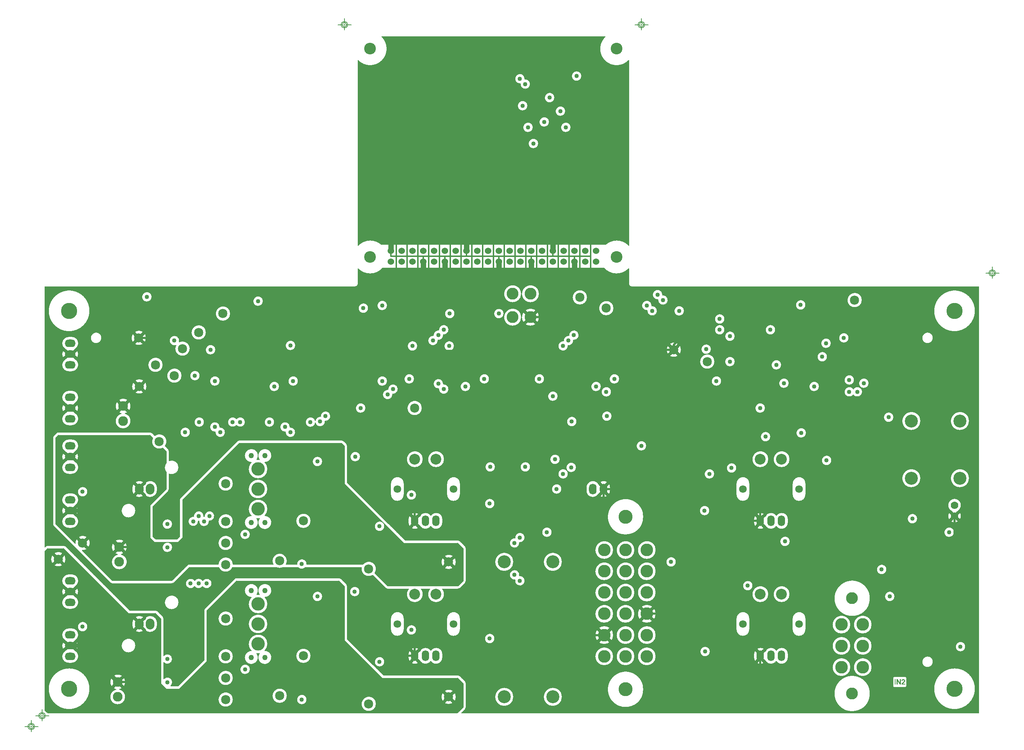
<source format=gbr>
*
*
G04 PADS VX.2.2 Build Number: 7607494 generated Gerber (RS-274-X) file*
G04 PC Version=2.1*
*
%IN "D3005H100_A.PCB"*%
*
%MOIN*%
*
%FSLAX35Y35*%
*
*
*
*
G04 PC Standard Apertures*
*
*
G04 Thermal Relief Aperture macro.*
%AMTER*
1,1,$1,0,0*
1,0,$1-$2,0,0*
21,0,$3,$4,0,0,45*
21,0,$3,$4,0,0,135*
%
*
*
G04 Annular Aperture macro.*
%AMANN*
1,1,$1,0,0*
1,0,$2,0,0*
%
*
*
G04 Odd Aperture macro.*
%AMODD*
1,1,$1,0,0*
1,0,$1-0.005,0,0*
%
*
*
G04 PC Custom Aperture Macros*
*
*
*
*
*
*
G04 PC Aperture Table*
*
%ADD010C,0.01*%
%ADD011C,0.012*%
%ADD012C,0.005*%
%ADD013C,0.09*%
%ADD014C,0.1*%
%ADD017C,0.12*%
%ADD019O,0.07X0.1*%
%ADD020O,0.1X0.07*%
%ADD021C,0.06*%
%ADD022C,0.07*%
%ADD026C,0.03*%
%ADD028C,0.05*%
%ADD032C,0.11*%
%ADD034C,0.13*%
%ADD044C,0.15*%
%ADD055C,0.025*%
%ADD059C,0.001*%
%ADD061C,0.007*%
%ADD065C,0.02*%
%ADD066C,0.04*%
%ADD072C,0.117*%
%ADD074O,0.08X0.1*%
%ADD076O,0.068X0.1*%
%ADD078C,0.125*%
%ADD079C,0.085*%
%ADD080C,0.108*%
%ADD081C,0.071*%
*
*
*
*
G04 PC Circuitry*
G04 Layer Name D3005H100_A.PCB - circuitry*
%LPD*%
*
G54D59*
G01X898995Y129553D02*
X896701D01*
X896651Y129603*
X896662Y129634*
X896930Y129969*
X896939Y129978*
X896939D02*
X897206Y130178D01*
X897606Y130511*
X898138Y130977*
X898470Y131375*
X898666Y131636*
X898796Y131962*
X898927Y132485*
X898863Y132997*
X898543Y133381*
X898089Y133640*
X897502Y133771*
X896918Y133706*
X896467Y133449*
X896144Y132997*
X896027Y132526*
X896527Y132470*
X896585Y132760*
X896594Y132780*
X896795Y133048*
X896805Y133058*
X897073Y133259*
X897094Y133268*
X897496Y133335*
X897514*
X897849Y133268*
X897869Y133259*
X898137Y133058*
X898142Y133053*
X898343Y132852*
X898357Y132827*
X898424Y132492*
X898425Y132482*
X898424Y132472*
X898357Y132138*
X898351Y132122*
X898150Y131787*
X898145Y131780*
X897743Y131311*
X897739Y131306*
X897136Y130771*
X897135Y130770*
X896670Y130371*
X896142Y129711*
X896013Y129388*
X895956Y129050*
X898995*
Y129553*
X895111Y133771D02*
X894541D01*
Y130205*
X894449Y130178*
X892120Y133771*
X891461*
Y129050*
X892030*
Y132616*
X892122Y132643*
X894451Y129050*
X895111*
Y133771*
X890222D02*
X889653D01*
Y129050*
X890222*
Y133771*
X889700Y129050D02*
Y133771D01*
X889800Y129050D02*
Y133771D01*
X889900Y129050D02*
Y133771D01*
X890000Y129050D02*
Y133771D01*
X890100Y129050D02*
Y133771D01*
X890200Y129050D02*
Y133771D01*
X891500Y129050D02*
Y133771D01*
X891600Y129050D02*
Y133771D01*
X891700Y129050D02*
Y133771D01*
X891800Y129050D02*
Y133771D01*
X891900Y129050D02*
Y133771D01*
X892000Y129050D02*
Y133771D01*
X892100Y132662D02*
Y133771D01*
X892200Y132523D02*
Y133648D01*
X892300Y132369D02*
Y133494D01*
X892400Y132215D02*
Y133340D01*
X892500Y132061D02*
Y133185D01*
X892600Y131906D02*
Y133031D01*
X892700Y131752D02*
Y132877D01*
X892800Y131598D02*
Y132723D01*
X892900Y131443D02*
Y132568D01*
X893000Y131289D02*
Y132414D01*
X893100Y131135D02*
Y132260D01*
X893200Y130981D02*
Y132105D01*
X893300Y130826D02*
Y131951D01*
X893400Y130672D02*
Y131797D01*
X893500Y130518D02*
Y131643D01*
X893600Y130363D02*
Y131488D01*
X893700Y130209D02*
Y131334D01*
X893800Y130055D02*
Y131180D01*
X893900Y129901D02*
Y131025D01*
X894000Y129746D02*
Y130871D01*
X894100Y129592D02*
Y130717D01*
X894200Y129438D02*
Y130563D01*
X894300Y129283D02*
Y130408D01*
X894400Y129129D02*
Y130254D01*
X894500Y129050D02*
Y130156D01*
X894600Y129050D02*
Y133771D01*
X894700Y129050D02*
Y133771D01*
X894800Y129050D02*
Y133771D01*
X894900Y129050D02*
Y133771D01*
X895000Y129050D02*
Y133771D01*
X895100Y129050D02*
Y133771D01*
X896000Y129050D02*
Y129312D01*
X896100Y129050D02*
Y129606D01*
Y132517D02*
Y132819D01*
X896200Y129050D02*
Y129784D01*
Y132506D02*
Y133074D01*
X896300Y129050D02*
Y129909D01*
Y132495D02*
Y133214D01*
X896400Y129050D02*
Y130034D01*
Y132484D02*
Y133354D01*
X896500Y129050D02*
Y130159D01*
Y132473D02*
Y133467D01*
X896600Y129050D02*
Y130284D01*
Y132788D02*
Y133524D01*
X896700Y129050D02*
Y129553D01*
Y129682D02*
Y130397D01*
Y132921D02*
Y133582D01*
X896800Y129050D02*
Y129553D01*
Y129807D02*
Y130483D01*
Y133054D02*
Y133639D01*
X896900Y129050D02*
Y129553D01*
Y129932D02*
Y130568D01*
Y133129D02*
Y133696D01*
X897000Y129050D02*
Y129553D01*
Y130023D02*
Y130654D01*
Y133204D02*
Y133715D01*
X897100Y129050D02*
Y129553D01*
Y130098D02*
Y130740D01*
Y133269D02*
Y133726D01*
X897200Y129050D02*
Y129553D01*
Y130173D02*
Y130828D01*
Y133286D02*
Y133737D01*
X897300Y129050D02*
Y129553D01*
Y130256D02*
Y130917D01*
Y133302D02*
Y133748D01*
X897400Y129050D02*
Y129553D01*
Y130340D02*
Y131005D01*
Y133319D02*
Y133760D01*
X897500Y129050D02*
Y129553D01*
Y130423D02*
Y131094D01*
Y133336D02*
Y133771D01*
X897600Y129050D02*
Y129553D01*
Y130506D02*
Y131183D01*
Y133318D02*
Y133749D01*
X897700Y129050D02*
Y129553D01*
Y130594D02*
Y131272D01*
Y133298D02*
Y133727D01*
X897800Y129050D02*
Y129553D01*
Y130681D02*
Y131377D01*
Y133278D02*
Y133705D01*
X897900Y129050D02*
Y129553D01*
Y130769D02*
Y131494D01*
Y133236D02*
Y133682D01*
X898000Y129050D02*
Y129553D01*
Y130856D02*
Y131611D01*
Y133161D02*
Y133660D01*
X898100Y129050D02*
Y129553D01*
Y130944D02*
Y131727D01*
Y133086D02*
Y133634D01*
X898200Y129050D02*
Y129553D01*
Y131051D02*
Y131870D01*
Y132996D02*
Y133577D01*
X898300Y129050D02*
Y129553D01*
Y131171D02*
Y132037D01*
Y132896D02*
Y133520D01*
X898400Y129050D02*
Y129553D01*
Y131291D02*
Y132352D01*
Y132612D02*
Y133463D01*
X898500Y129050D02*
Y129553D01*
Y131415D02*
Y133405D01*
X898600Y129050D02*
Y129553D01*
Y131549D02*
Y133313D01*
X898700Y129050D02*
Y129553D01*
Y131722D02*
Y133193D01*
X898800Y129050D02*
Y129553D01*
Y131978D02*
Y133073D01*
X898900Y129050D02*
Y129553D01*
Y132378D02*
Y132700D01*
*
G04 PC Custom Flashes*
G04 Layer Name D3005H100_A.PCB - flashes*
%LPD*%
*
*
G04 PC Circuitry*
G04 Layer Name D3005H100_A.PCB - circuitry*
%LPD*%
*
G54D10*
G54D11*
X438000Y510500D02*
X448000D01*
Y525500*
X438000Y510500D02*
X428000D01*
Y525500*
X438000Y510500D02*
Y525500D01*
X453000Y510500D02*
X448000D01*
X458000D02*
Y525500D01*
X468000Y510500D02*
Y525500D01*
X478000Y506500D02*
Y525500D01*
X488000Y506500D02*
Y525500D01*
X498000Y506500D02*
Y525500D01*
X518000Y506500D02*
Y525500D01*
X528000Y506500D02*
Y525500D01*
X508000Y506500D02*
Y525500D01*
X538000Y506500D02*
Y525500D01*
X558000Y506500D02*
Y525500D01*
X548000Y506500D02*
Y525500D01*
X568000Y506500D02*
Y525500D01*
X598000Y505000D02*
X608000D01*
Y525500*
X598000D02*
Y505000D01*
X593000*
X588000D02*
Y525500D01*
X578000Y505000D02*
Y525500D01*
X438000D02*
X448000D01*
Y542500*
X428000Y525500D02*
X438000D01*
Y542500*
X428000Y525500D02*
X423000D01*
Y530600*
X428000Y525500D02*
Y542500D01*
X448000Y525500D02*
X453000D01*
Y520600*
Y525500D02*
X458000D01*
Y542500*
Y525500D02*
X468000D01*
Y542500*
X488000Y525500D02*
X478000D01*
Y542500*
X493000Y525500D02*
X488000D01*
Y542500*
X468000Y525500D02*
X473000D01*
X478000*
X493000D02*
Y530600D01*
X473000Y520600D02*
Y525500D01*
X528000Y542500D02*
X518000D01*
X493000D02*
X498000D01*
X508000*
X518000D02*
X508000D01*
X493000Y525500D02*
X498000D01*
Y542500*
Y525500D02*
X508000D01*
Y542500*
Y525500D02*
X518000D01*
Y542500*
X538000Y525500D02*
X528000D01*
Y542500*
Y525500D02*
X523000D01*
X518000*
X523000Y520600D02*
Y525500D01*
X558000Y542500D02*
X548000D01*
X538000*
X568000D02*
X558000D01*
X538000D02*
X528000D01*
X573000D02*
X568000D01*
X548000Y525500D02*
X538000D01*
Y542500*
X568000Y525500D02*
X558000D01*
Y542500*
X573000Y525500D02*
X568000D01*
Y542500*
X573000Y525500D02*
Y530600D01*
X553000Y525500D02*
X548000D01*
Y542500*
X558000Y525500D02*
X553000D01*
Y520600*
X598000Y542500D02*
X588000D01*
X593000Y525500D02*
X598000D01*
Y542500*
X588000D02*
X578000D01*
X573000*
X608000Y525500D02*
Y542500D01*
X598000*
X608000Y525500D02*
X598000D01*
X593000D02*
X588000D01*
X578000*
X588000D02*
Y542500D01*
X573000Y525500D02*
X578000D01*
Y542500*
X593000Y520600D02*
Y525500D01*
G54D12*
X980000Y510000D02*
Y510500D01*
Y510000D02*
X980500D01*
X980000D02*
Y509500D01*
Y510000D02*
X979500D01*
X981500D02*
X986500D01*
X980000Y508500D02*
Y505100D01*
Y511500D02*
Y516000D01*
X974000Y510000D02*
X978500D01*
X983000D02*
G75*
G03X983000I-3000J0D01*
G01X982000D02*
G03X982000I-2000J0D01*
G01X655000Y740000D02*
Y740500D01*
Y740000D02*
X655500D01*
X655000D02*
Y739500D01*
Y740000D02*
X654500D01*
X656500D02*
X661500D01*
X655000Y738500D02*
Y735100D01*
Y741500D02*
Y746000D01*
X649000Y740000D02*
X653500D01*
X658000D02*
G03X658000I-3000J0D01*
G01X657000D02*
G03X657000I-2000J0D01*
G01X380000D02*
Y740500D01*
Y740000D02*
X380500D01*
X380000D02*
Y739500D01*
Y740000D02*
X379500D01*
X381500D02*
X386500D01*
X380000Y738500D02*
Y735100D01*
Y741500D02*
Y746000D01*
X374000Y740000D02*
X378500D01*
X383000D02*
G03X383000I-3000J0D01*
G01X382000D02*
G03X382000I-2000J0D01*
G54D13*
G01X171500Y242500D03*
Y256300D03*
X170000Y117500D03*
Y131300D03*
X175000Y373000D03*
Y386800D03*
G54D14*
X464850Y337600D03*
X445150D03*
X464850Y212600D03*
X445150D03*
X784850Y337600D03*
X765150D03*
X784850Y212600D03*
X765150D03*
G54D17*
X950000Y373000D03*
X905000D03*
X950000Y320000D03*
X905000D03*
X573000Y242500D03*
X528000D03*
X573000Y117500D03*
X528000D03*
G54D19*
X620000Y310000D03*
X610000D03*
G54D20*
X126000Y280000D03*
Y290000D03*
Y300000D03*
Y330000D03*
Y340000D03*
Y350000D03*
Y155000D03*
Y165000D03*
Y175000D03*
Y205000D03*
Y215000D03*
Y225000D03*
Y375000D03*
Y385000D03*
Y395000D03*
Y425000D03*
Y435000D03*
Y445000D03*
G54D21*
X613000Y530600D03*
Y520600D03*
X603000Y530600D03*
Y520600D03*
X593000Y530600D03*
Y520600D03*
X583000Y530600D03*
Y520600D03*
X573000Y530600D03*
Y520600D03*
X563000Y530600D03*
Y520600D03*
X553000Y530600D03*
Y520600D03*
X543000Y530600D03*
Y520600D03*
X533000Y530600D03*
Y520600D03*
X523000Y530600D03*
Y520600D03*
X513000Y530600D03*
Y520600D03*
X503000Y530600D03*
Y520600D03*
X493000Y530600D03*
Y520600D03*
X483000Y530600D03*
Y520600D03*
X473000Y530600D03*
Y520600D03*
X463000Y530600D03*
Y520600D03*
X453000Y530600D03*
Y520600D03*
X443000Y530600D03*
Y520600D03*
X433000Y530600D03*
Y520600D03*
X423000Y530600D03*
Y520600D03*
G54D22*
X945000Y295000D03*
Y285000D03*
G54D26*
X471692Y122308D02*
X473495Y120505D01*
X481308Y122308D02*
X479505Y120505D01*
X481308Y112692D02*
X479505Y114495D01*
X471692Y112692D02*
X473495Y114495D01*
X110192Y249808D02*
X111995Y248005D01*
X119808Y249808D02*
X118005Y248005D01*
X119808Y240192D02*
X118005Y241995D01*
X110192Y240192D02*
X111995Y241995D01*
X174985Y136285D02*
X173182Y134482D01*
X174985Y126315D02*
X173182Y128118D01*
X165015Y126315D02*
X166818Y128118D01*
X165015Y136285D02*
X166818Y134482D01*
X131778Y160722D02*
X129975Y162525D01*
X131778Y169278D02*
X129975Y167475D01*
X120222Y169278D02*
X122025Y167475D01*
X120222Y160722D02*
X122025Y162525D01*
X131778Y210722D02*
X129975Y212525D01*
X131778Y219278D02*
X129975Y217475D01*
X120222Y219278D02*
X122025Y217475D01*
X120222Y210722D02*
X122025Y212525D01*
X185368Y190632D02*
X187172Y188828D01*
X194632Y190632D02*
X192828Y188828D01*
X194632Y179368D02*
X192828Y181172D01*
X185368Y179368D02*
X187172Y181172D01*
X132692Y264808D02*
X134495Y263005D01*
X142308Y264808D02*
X140505Y263005D01*
X142308Y255192D02*
X140505Y256995D01*
X131778Y335722D02*
X129975Y337525D01*
X131778Y344278D02*
X129975Y342475D01*
X120222Y344278D02*
X122025Y342475D01*
X120222Y335722D02*
X122025Y337525D01*
X176485Y261285D02*
X174682Y259482D01*
X176485Y251315D02*
X174682Y253118D01*
X166515Y251315D02*
X168318Y253118D01*
X166515Y261285D02*
X168318Y259482D01*
X471692Y247308D02*
X473495Y245505D01*
X481308Y247308D02*
X479505Y245505D01*
X481308Y237692D02*
X479505Y239495D01*
X471692Y237692D02*
X473495Y239495D01*
X131778Y285722D02*
X129975Y287525D01*
X131778Y294278D02*
X129975Y292475D01*
X120222Y294278D02*
X122025Y292475D01*
X120222Y285722D02*
X122025Y287525D01*
X185368Y315632D02*
X187172Y313828D01*
X194632Y315632D02*
X192828Y313828D01*
X194632Y304368D02*
X192828Y306172D01*
X185368Y304368D02*
X187172Y306172D01*
X546558Y474842D02*
X548361Y473039D01*
X557942Y474842D02*
X556139Y473039D01*
X557942Y463458D02*
X556139Y465261D01*
X546558Y463458D02*
X548361Y465261D01*
X185192Y409808D02*
X186995Y408005D01*
X194808Y409808D02*
X193005Y408005D01*
X194808Y400192D02*
X193005Y401995D01*
X185192Y400192D02*
X186995Y401995D01*
X680192Y443808D02*
X681995Y442005D01*
X689808Y443808D02*
X688005Y442005D01*
X689808Y434192D02*
X688005Y435995D01*
X680192Y434192D02*
X681995Y435995D01*
X184692Y454808D02*
X186495Y453005D01*
X194308Y454808D02*
X192505Y453005D01*
X194308Y445192D02*
X192505Y446995D01*
X184692Y445192D02*
X186495Y446995D01*
X760943Y161307D02*
X762746Y159504D01*
X769357Y161307D02*
X767554Y159504D01*
X769357Y149693D02*
X767554Y151496D01*
X760943Y149693D02*
X762746Y151496D01*
X760943Y286307D02*
X762746Y284504D01*
X769357Y286307D02*
X767554Y284504D01*
X769357Y274693D02*
X767554Y276496D01*
X760943Y274693D02*
X762746Y276496D01*
X440943Y161307D02*
X442746Y159504D01*
X449357Y161307D02*
X447554Y159504D01*
X449357Y149693D02*
X447554Y151496D01*
X440943Y149693D02*
X442746Y151496D01*
X440943Y286307D02*
X442746Y284504D01*
X449357Y286307D02*
X447554Y284504D01*
X449357Y274693D02*
X447554Y276496D01*
X440943Y274693D02*
X442746Y276496D01*
X624278Y304222D02*
X622475Y306025D01*
X615722Y304222D02*
X617525Y306025D01*
X615722Y315778D02*
X617525Y313975D01*
X624278Y315778D02*
X622475Y313975D01*
X179985Y391785D02*
X178182Y389982D01*
X179985Y381815D02*
X178182Y383618D01*
X170015Y381815D02*
X171818Y383618D01*
X170015Y391785D02*
X171818Y389982D01*
X131778Y380722D02*
X129975Y382525D01*
X131778Y389278D02*
X129975Y387475D01*
X120222Y389278D02*
X122025Y387475D01*
X120222Y380722D02*
X122025Y382525D01*
X131778Y430722D02*
X129975Y432525D01*
X131778Y439278D02*
X129975Y437475D01*
X120222Y439278D02*
X122025Y437475D01*
X120222Y430722D02*
X122025Y432525D01*
X940722Y280722D02*
X942525Y282525D01*
X940722Y289278D02*
X942525Y287475D01*
X949278Y289278D02*
X947475Y287475D01*
X949278Y280722D02*
X947475Y282525D01*
X665940Y188460D02*
X664137Y190263D01*
X654060Y188460D02*
X655863Y190263D01*
X654060Y200340D02*
X655863Y198537D01*
X665940Y200340D02*
X664137Y198537D01*
X626540Y168760D02*
X624737Y170563D01*
X614660Y168760D02*
X616463Y170563D01*
X614660Y180640D02*
X616463Y178837D01*
X626540Y180640D02*
X624737Y178837D01*
G54D28*
X293750Y341000D03*
X306250D03*
X293750Y279000D03*
X306250D03*
X293750Y216000D03*
X306250D03*
X293750Y154000D03*
X306250D03*
X453000Y520600D02*
Y510500D01*
X458000*
X468000D02*
X458000D01*
X478000Y506500D02*
X473000D01*
Y510500*
X488000Y506500D02*
X478000D01*
X468000Y510500D02*
X473000D01*
Y520600*
X498000Y506500D02*
X488000D01*
X518000D02*
X508000D01*
X498000*
X523000D02*
Y520600D01*
X553000Y506500D02*
Y520600D01*
X593000D02*
Y505000D01*
X588000*
X578000*
X576000*
X448000Y542500D02*
X438000D01*
X428000*
X423000Y530600D02*
Y542500D01*
X428000*
X493000D02*
X488000D01*
X478000*
X468000*
X458000*
X448000*
X493000Y530600D02*
Y542500D01*
X573000D02*
X617500Y587000D01*
Y702500*
X573000Y530600D02*
Y542500D01*
G54D32*
X850150Y120600D03*
Y208800D03*
X552250Y490850D03*
Y469150D03*
X535750Y490850D03*
Y469150D03*
G54D34*
X640300Y124500D03*
Y284300D03*
G54D44*
X125000Y125000D03*
Y475000D03*
X945000Y125000D03*
Y475000D03*
G54D55*
X452000Y437500D02*
X522000D01*
X572500*
G54D59*
X483300Y117500D02*
G03X483300I-6800J0D01*
G01X409300Y111000D02*
G03X409300I-6800J0D01*
G01X359550Y210500D02*
G03X359550I-4550J0D01*
G01X345050Y115000D02*
G03X345050I-4550J0D01*
G01X348800Y155500D02*
G03X348800I-6800J0D01*
G01X326800Y118500D02*
G03X326800I-6800J0D01*
G01X292550Y143000D02*
G03X292550I-4550J0D01*
G01X308800Y185000D02*
G03X308800I-8800J0D01*
G01X276800Y115000D02*
G03X276800I-6800J0D01*
G01Y135000D02*
G03X276800I-6800J0D01*
G01Y155000D02*
G03X276800I-6800J0D01*
G01Y190000D02*
G03X276800I-6800J0D01*
G01X186500Y165000D02*
G03X186500I-6500J0D01*
G01X144050Y125000D02*
G03X144050I-19050J0D01*
G01X142050Y182500D02*
G03X142050I-4550J0D01*
G01X121800Y245000D02*
G03X121800I-6800J0D01*
G01X483300Y242500D02*
G03X483300I-6800J0D01*
G01X417050Y275500D02*
G03X417050I-4550J0D01*
G01X359550Y335500D02*
G03X359550I-4550J0D01*
G01X348800Y280500D02*
G03X348800I-6800J0D01*
G01X292550Y268000D02*
G03X292550I-4550J0D01*
G01X308800Y310000D02*
G03X308800I-8800J0D01*
G01X276800Y260000D02*
G03X276800I-6800J0D01*
G01Y280000D02*
G03X276800I-6800J0D01*
G01Y315000D02*
G03X276800I-6800J0D01*
G01X220550Y256000D02*
G03X220550I-4550J0D01*
G01X186500Y290000D02*
G03X186500I-6500J0D01*
G01X142050Y307500D02*
G03X142050I-4550J0D01*
G01X964050Y125000D02*
G03X964050I-19050J0D01*
G01X955050Y164000D02*
G03X955050I-4550J0D01*
G01X944550Y270000D02*
G03X944550I-4550J0D01*
G01X958550Y320000D02*
G03X958550I-8550J0D01*
G01Y373000D02*
G03X958550I-8550J0D01*
G01X964050Y475000D02*
G03X964050I-19050J0D01*
G01X925050Y150000D02*
G03X925050I-5050J0D01*
G01Y450000D02*
G03X925050I-5050J0D01*
G01X910550Y282500D02*
G03X910550I-4550J0D01*
G01X913550Y320000D02*
G03X913550I-8550J0D01*
G01Y373000D02*
G03X913550I-8550J0D01*
G01X889550Y210500D02*
G03X889550I-4550J0D01*
G01X882050Y235500D02*
G03X882050I-4550J0D01*
G01X888550Y376500D02*
G03X888550I-4550J0D01*
G01X866700Y120600D02*
G03X866700I-16550J0D01*
G01X868400Y145000D02*
G03X868400I-8400J0D01*
G01Y164700D02*
G03X868400I-8400J0D01*
G01Y184400D02*
G03X868400I-8400J0D01*
G01X848700Y145000D02*
G03X848700I-8400J0D01*
G01Y164700D02*
G03X848700I-8400J0D01*
G01Y184400D02*
G03X848700I-8400J0D01*
G01X866700Y208800D02*
G03X866700I-16550J0D01*
G01X865550Y408000D02*
G03X865550I-4550J0D01*
G01X852050Y411000D02*
G03X852050I-4550J0D01*
G01X847050Y450000D02*
G03X847050I-4550J0D01*
G01X859300Y485000D02*
G03X859300I-6800J0D01*
G01X831050Y336500D02*
G03X831050I-4550J0D01*
G01X819550Y405000D02*
G03X819550I-4550J0D01*
G01X827050Y432500D02*
G03X827050I-4550J0D01*
G01X830550Y445000D02*
G03X830550I-4550J0D01*
G01X807550Y362000D02*
G03X807550I-4550J0D01*
G01X807050Y480500D02*
G03X807050I-4550J0D01*
G01X792400Y212600D02*
G03X792400I-7550J0D01*
G01X792550Y261500D02*
G03X792550I-4550J0D01*
G01X772700Y212600D02*
G03X772700I-7550J0D01*
G01X792400Y337600D02*
G03X792400I-7550J0D01*
G01X791550Y408000D02*
G03X791550I-4550J0D01*
G01X784550Y425000D02*
G03X784550I-4550J0D01*
G01X758050Y220500D02*
G03X758050I-4550J0D01*
G01X772700Y337600D02*
G03X772700I-7550J0D01*
G01X774550Y358500D02*
G03X774550I-4550J0D01*
G01X779050Y457500D02*
G03X779050I-4550J0D01*
G01X769550Y385000D02*
G03X769550I-4550J0D01*
G01X743050Y329500D02*
G03X743050I-4550J0D01*
G01X741550Y428000D02*
G03X741550I-4550J0D01*
G01Y451500D02*
G03X741550I-4550J0D01*
G01X718550Y159500D02*
G03X718550I-4550J0D01*
G01X718050Y290000D02*
G03X718050I-4550J0D01*
G01X722550Y324000D02*
G03X722550I-4550J0D01*
G01X729050Y410000D02*
G03X729050I-4550J0D01*
G01X732050Y457500D02*
G03X732050I-4550J0D01*
G01Y467500D02*
G03X732050I-4550J0D01*
G01X722800Y428000D02*
G03X722800I-6800J0D01*
G01X719550Y439500D02*
G03X719550I-4550J0D01*
G01X687050Y242500D02*
G03X687050I-4550J0D01*
G01X691800Y439000D02*
G03X691800I-6800J0D01*
G01X694550Y475000D02*
G03X694550I-4550J0D01*
G01X656850Y124500D02*
G03X656850I-16550J0D01*
G01X668400Y155000D02*
G03X668400I-8400J0D01*
G01Y174700D02*
G03X668400I-8400J0D01*
G01Y194400D02*
G03X668400I-8400J0D01*
G01Y214100D02*
G03X668400I-8400J0D01*
G01Y233800D02*
G03X668400I-8400J0D01*
G01Y253500D02*
G03X668400I-8400J0D01*
G01X648700Y155000D02*
G03X648700I-8400J0D01*
G01Y174700D02*
G03X648700I-8400J0D01*
G01Y194400D02*
G03X648700I-8400J0D01*
G01Y214100D02*
G03X648700I-8400J0D01*
G01Y233800D02*
G03X648700I-8400J0D01*
G01Y253500D02*
G03X648700I-8400J0D01*
G01X629000Y155000D02*
G03X629000I-8400J0D01*
G01Y174700D02*
G03X629000I-8400J0D01*
G01Y194400D02*
G03X629000I-8400J0D01*
G01Y214100D02*
G03X629000I-8400J0D01*
G01Y233800D02*
G03X629000I-8400J0D01*
G01Y253500D02*
G03X629000I-8400J0D01*
G01X656850Y284300D02*
G03X656850I-16550J0D01*
G01X659550Y350000D02*
G03X659550I-4550J0D01*
G01X627550Y377500D02*
G03X627550I-4550J0D01*
G01X627050Y400000D02*
G03X627050I-4550J0D01*
G01X634550Y412000D02*
G03X634550I-4550J0D01*
G01X617550Y405000D02*
G03X617550I-4550J0D01*
G01X629300Y477500D02*
G03X629300I-6800J0D01*
G01X581550Y117500D02*
G03X581550I-8550J0D01*
G01Y242500D02*
G03X581550I-8550J0D01*
G01X572050Y270000D02*
G03X572050I-4550J0D01*
G01X581050Y310000D02*
G03X581050I-4550J0D01*
G01X587050Y324000D02*
G03X587050I-4550J0D01*
G01X594550Y330000D02*
G03X594550I-4550J0D01*
G01X595050Y372500D02*
G03X595050I-4550J0D01*
G01X579550Y337500D02*
G03X579550I-4550J0D01*
G01X604800Y487500D02*
G03X604800I-6800J0D01*
G01X577550Y396000D02*
G03X577550I-4550J0D01*
G01X565050Y412000D02*
G03X565050I-4550J0D01*
G01X536550Y117500D02*
G03X536550I-8550J0D01*
G01Y242500D02*
G03X536550I-8550J0D01*
G01X552050Y330500D02*
G03X552050I-4550J0D01*
G01X560300Y469150D02*
G03X560300I-8050J0D01*
G01Y490850D02*
G03X560300I-8050J0D01*
G01X543800Y469150D02*
G03X543800I-8050J0D01*
G01Y490850D02*
G03X543800I-8050J0D01*
G01X519050Y171500D02*
G03X519050I-4550J0D01*
G01Y296500D02*
G03X519050I-4550J0D01*
G01X519550Y330500D02*
G03X519550I-4550J0D01*
G01X527550Y472500D02*
G03X527550I-4550J0D01*
G01X514050Y412000D02*
G03X514050I-4550J0D01*
G01X496550Y405000D02*
G03X496550I-4550J0D01*
G01X446550Y179500D02*
G03X446550I-4550J0D01*
G01X417050Y150000D02*
G03X417050I-4550J0D01*
G01X472400Y337600D02*
G03X472400I-7550J0D01*
G01X481550Y442500D02*
G03X481550I-4550J0D01*
G01X482050Y472500D02*
G03X482050I-4550J0D01*
G01X446550Y304500D02*
G03X446550I-4550J0D01*
G01X452700Y337600D02*
G03X452700I-7550J0D01*
G01X451800Y385000D02*
G03X451800I-6800J0D01*
G01X444550Y412000D02*
G03X444550I-4550J0D01*
G01X447550Y442500D02*
G03X447550I-4550J0D01*
G01X419550Y410000D02*
G03X419550I-4550J0D01*
G01Y480000D02*
G03X419550I-4550J0D01*
G01X394050Y215000D02*
G03X394050I-4550J0D01*
G01X226500Y205000D02*
G03X226500I-6500J0D01*
G01X394550Y340000D02*
G03X394550I-4550J0D01*
G01X399550Y385000D02*
G03X399550I-4550J0D01*
G01X402050Y477500D02*
G03X402050I-4550J0D01*
G01X337050Y410000D02*
G03X337050I-4550J0D01*
G01X334550Y443000D02*
G03X334550I-4550J0D01*
G01X315050Y372000D02*
G03X315050I-4550J0D01*
G01X319550Y405000D02*
G03X319550I-4550J0D01*
G01X304550Y484000D02*
G03X304550I-4550J0D01*
G01X264550Y410000D02*
G03X264550I-4550J0D01*
G01X274300Y472500D02*
G03X274300I-6800J0D01*
G01X260550Y439000D02*
G03X260550I-4550J0D01*
G01X250050Y372000D02*
G03X250050I-4550J0D01*
G01X237050Y362500D02*
G03X237050I-4550J0D01*
G01X246050Y415000D02*
G03X246050I-4550J0D01*
G01X251800Y455000D02*
G03X251800I-6800J0D01*
G01X220550Y277500D02*
G03X220550I-4550J0D01*
G01X229300Y415000D02*
G03X229300I-6800J0D01*
G01X211800Y425000D02*
G03X211800I-6800J0D01*
G01X196800Y405000D02*
G03X196800I-6800J0D01*
G01X196300Y450000D02*
G03X196300I-6800J0D01*
G01X201550Y488000D02*
G03X201550I-4550J0D01*
G01X155050Y450000D02*
G03X155050I-5050J0D01*
G01X144050Y475000D02*
G03X144050I-19050J0D01*
G01X599550Y692500D02*
G03X599550I-4550J0D01*
G01X589550Y645000D02*
G03X589550I-4550J0D01*
G01X584550Y660000D02*
G03X584550I-4550J0D01*
G01X569550Y650000D02*
G03X569550I-4550J0D01*
G01X574550Y672500D02*
G03X574550I-4550J0D01*
G01X559550Y630000D02*
G03X559550I-4550J0D01*
G01X554550Y645000D02*
G03X554550I-4550J0D01*
G01X549550Y665000D02*
G03X549550I-4550J0D01*
G01X489950Y129959D02*
G03X489935Y129994I-50J-0D01*
G01X484994Y134935*
G03X484959Y134950I-35J-35*
G01X414979*
X379950Y169979*
Y219959*
G03X379935Y219994I-50J-0*
G01X374994Y224935*
G03X374959Y224950I-35J-35*
G01X280041*
G03X280006Y224935I0J-50*
G01X252565Y197494*
G03X252550Y197459I35J-35*
G01Y150479*
X227021Y124950*
X214979*
X209950Y129979*
Y189959*
G03X209935Y189994I-50J-0*
G01X204994Y194935*
G03X204959Y194950I-35J-35*
G01X179979*
X119994Y254935*
G03X119959Y254950I-35J-35*
G01X105041*
G03X105006Y254935I0J-50*
G01X102565Y252494*
G03X102550Y252459I35J-35*
G01Y105041*
G03X102565Y105006I50J0*
G01X105006Y102565*
G03X105041Y102550I35J35*
G01X484459*
G03X484494Y102565I-0J50*
G01X489935Y108006*
G03X489950Y108041I-35J35*
G01Y129959*
Y254959D02*
G03X489935Y254994I-50J-0D01*
G01X484994Y259935*
G03X484959Y259950I-35J-35*
G01X434979*
X379950Y314979*
Y349959*
G03X379935Y349994I-50J-0*
G01X377494Y352435*
G03X377459Y352450I-35J-35*
G01X282541*
G03X282506Y352435I0J-50*
G01X230065Y299994*
G03X230050Y299959I35J-35*
G01Y264979*
X226021Y260950*
X216014*
X215986D02*
G03X216014I14J4550D01*
G01X215986D02*
X203979D01*
X199950Y264979*
Y295021*
X214935Y310006*
G03X214950Y310041I-35J35*
G01Y325890*
G03X214939Y325921I-50J-0*
G01Y334079D02*
G03Y325921I5061J-4079D01*
G01Y334079D02*
G03X214950Y334110I-39J31D01*
G01Y344959*
G03X214935Y344994I-50J-0*
G01X211875Y348054*
G03X211815Y348063I-36J-35*
G01X202563Y357315D02*
G03X211815Y348063I5937J-3315D01*
G01X202563Y357315D02*
G03X202569Y357339I-44J24D01*
X202554Y357375I-50J0*
G01X199994Y359935*
G03X199959Y359950I-35J-35*
G01X115041*
G03X115006Y359935I0J-50*
G01X112565Y357494*
G03X112550Y357459I35J-35*
G01Y277541*
G03X112565Y277506I50J0*
G01X130635Y259436*
G03X130720Y259475I35J35*
G01X136975Y253220D02*
G03X130720Y259475I525J6780D01*
G01X136975Y253220D02*
G03X136936Y253135I-4J-50D01*
G01X165006Y225065*
G03X165041Y225050I35J35*
G01X219959*
G03X219994Y225065I-0J50*
G01X234979Y240050*
X263151*
G03X263201Y240099I-0J50*
G01X276799D02*
G03X263201I-6799J-99D01*
G01X276799D02*
G03X276849Y240050I50J1D01*
G01X314053*
G03X314097Y240125I0J50*
G01X325903D02*
G03X314097I-5903J3375D01*
G01X325903D02*
G03X325947Y240050I44J-25D01*
G01X335917*
G03X335967Y240100I0J50*
G01X335967*
G03Y240104I-50J0*
G01X335950Y240500D02*
G03X335967Y240104I4550J0D01*
G01X345050Y240500D02*
G03X335950I-4550J0D01*
G01X345033Y240104D02*
G03X345050Y240500I-4533J396D01*
G01X345033Y240104D02*
G03Y240100I50J-4D01*
G01X345033*
G03X345083Y240050I50J0*
G01X397012*
G03X397053Y240070I0J50*
G01X409300Y236000D02*
G03X397053Y240070I-6800J0D01*
G01X408054Y232076D02*
G03X409300Y236000I-5554J3924D01*
G01X408054Y232076D02*
G03X408059Y232012I40J-29D01*
G01X420006Y220065*
G03X420041Y220050I35J35*
G01X443921*
G03X443929Y220051I0J50*
G01X446371D02*
G03X443929I-1221J-7451D01*
G01X446371D02*
G03X446379Y220050I8J49D01*
G01X463621*
G03X463629Y220051I0J50*
G01X466071D02*
G03X463629I-1221J-7451D01*
G01X466071D02*
G03X466079Y220050I8J49D01*
G01X484959*
G03X484994Y220065I-0J50*
G01X489935Y225006*
G03X489950Y225041I-35J35*
G01Y254959*
X967450Y497400D02*
G03X967400Y497450I-50J-0D01*
G01X645900*
X643352Y499902D02*
G03X645900Y497450I2548J98D01*
G01X643352Y499902D02*
G03X643302Y499950I-50J-2D01*
G01X392598*
G03X392548Y499902I0J-50*
G01X390000Y497450D02*
G03X392548Y499902I0J2550D01*
G01X390000Y497450D02*
X102600D01*
G03X102550Y497400I0J-50*
G01Y256277*
G03X102635Y256242I50J0*
G01X103182Y256788*
X105021Y257550D02*
G03X103182Y256788I-0J-2600D01*
G01X105021Y257550D02*
X119979D01*
X121818Y256788D02*
G03X119979Y257550I-1839J-1838D01*
G01X121818Y256788D02*
X181042Y197565D01*
G03X181077Y197550I35J35*
G01X204979*
X206818Y196788D02*
G03X204979Y197550I-1839J-1838D01*
G01X206818Y196788D02*
X211788Y191818D01*
X212550Y189979D02*
G03X211788Y191818I-2600J0D01*
G01X212550Y189979D02*
Y155598D01*
G03X212637Y155565I50J0*
G01Y149435D02*
G03Y155565I3363J3065D01*
G01Y149435D02*
G03X212550Y149402I-37J-33D01*
G01Y134098*
G03X212637Y134065I50J0*
G01X219065Y127637D02*
G03X212637Y134065I-3065J3363D01*
G01X219065Y127637D02*
G03X219098Y127550I33J-37D01*
G01X225923*
G03X225958Y127565I0J50*
G01X249935Y151542*
G03X249950Y151577I-35J35*
G01Y197479*
X250712Y199318D02*
G03X249950Y197479I1838J-1839D01*
G01X250712Y199318D02*
X278182Y226788D01*
X280021Y227550D02*
G03X278182Y226788I-0J-2600D01*
G01X280021Y227550D02*
X374979D01*
X376818Y226788D02*
G03X374979Y227550I-1839J-1838D01*
G01X376818Y226788D02*
X381788Y221818D01*
X382550Y219979D02*
G03X381788Y221818I-2600J0D01*
G01X382550Y219979D02*
Y171077D01*
G03X382565Y171042I50J-0*
G01X416042Y137565*
G03X416077Y137550I35J35*
G01X484979*
X486818Y136788D02*
G03X484979Y137550I-1839J-1838D01*
G01X486818Y136788D02*
X491788Y131818D01*
X492550Y129979D02*
G03X491788Y131818I-2600J0D01*
G01X492550Y129979D02*
Y108021D01*
X491788Y106182D02*
G03X492550Y108021I-1838J1839D01*
G01X491788Y106182D02*
X488242Y102635D01*
G03X488277Y102550I35J-35*
G01X967400*
G03X967450Y102600I-0J50*
G01Y497400*
X666450D02*
G03X666400Y497450I-50J-0D01*
G01X645900*
X643350Y500000D02*
G03X645900Y497450I2550J0D01*
G01X643350Y500000D02*
Y514185D01*
G03X643264Y514220I-50J0*
G01X620338Y514882D02*
G03X643264Y514220I11762J10018D01*
G01X620338Y514882D02*
G03X620300Y514900I-38J-32D01*
G01X415600*
G03X415562Y514882I0J-50*
G01X392636Y514220D02*
G03X415562Y514882I11164J10680D01*
G01X392636Y514220D02*
G03X392550Y514185I-36J-35D01*
G01Y500000*
X390000Y497450D02*
G03X392550Y500000I0J2550D01*
G01X390000Y497450D02*
X380600D01*
G03X380550Y497400I0J-50*
G01Y492600*
G03X380600Y492550I50J0*
G01X527841*
G03X527890Y492589I0J50*
G01X543610D02*
G03X527890I-7860J-1739D01*
G01X543610D02*
G03X543659Y492550I49J11D01*
G01X544341*
G03X544390Y492589I0J50*
G01X560110D02*
G03X544390I-7860J-1739D01*
G01X560110D02*
G03X560159Y492550I49J11D01*
G01X593427*
G03X593460Y492563I-0J50*
G01X602540D02*
G03X593460I-4540J-5063D01*
G01X602540D02*
G03X602573Y492550I33J37D01*
G01X666205*
G03X666246Y492572I0J50*
G01X666439Y492832D02*
G03X666246Y492572I3561J-2832D01*
G01X666439Y492832D02*
G03X666450Y492864I-39J32D01*
G01Y497400*
X643350Y707085D02*
G03X643264Y707120I-50J0D01*
G01X621420Y728964D02*
G03X643264Y707120I10680J-11164D01*
G01X621420Y728964D02*
G03X621385Y729050I-35J36D01*
G01X414515*
G03X414480Y728964I-0J-50*
G01X392636Y707120D02*
G03X414480Y728964I11164J10680D01*
G01X392636Y707120D02*
G03X392550Y707085I-36J-35D01*
G01Y535615*
G03X392636Y535580I50J-0*
G01X413876Y536612D02*
G03X392636Y535580I-10076J-11712D01*
G01X413876Y536612D02*
G03X413909Y536600I33J38D01*
G01X621991*
G03X622024Y536612I0J50*
G01X643264Y535580D02*
G03X622024Y536612I-11164J-10680D01*
G01X643264Y535580D02*
G03X643350Y535615I36J35D01*
G01Y707085*
X483300Y117500D02*
G03X483300I-6800J0D01*
G01X409300Y111000D02*
G03X409300I-6800J0D01*
G01X359550Y210500D02*
G03X359550I-4550J0D01*
G01X345050Y115000D02*
G03X345050I-4550J0D01*
G01X348800Y155500D02*
G03X348800I-6800J0D01*
G01X326800Y118500D02*
G03X326800I-6800J0D01*
G01X300050Y153984D02*
G03X300047Y154000I-50J-0D01*
X300050Y154016I-47J16*
G01X301281Y157707D02*
G03X300050Y154016I4969J-3707D01*
G01X301281Y157707D02*
G03X301234Y157787I-40J30D01*
G01X298766D02*
G03X301234I1234J8713D01*
G01X298766D02*
G03X298719Y157707I-7J-50D01*
G01X299950Y154016D02*
G03X298719Y157707I-6200J-16D01*
G01X299950Y154016D02*
G03X299953Y154000I50J0D01*
X299950Y153984I47J-16*
G01X293734Y160200D02*
G03X299950Y153984I16J-6200D01*
G01X293734Y160200D02*
G03X293770Y160285I0J50D01*
G01X291200Y166500D02*
G03X293770Y160285I8800J-0D01*
G01X308800Y166500D02*
G03X291200I-8800J0D01*
G01X306230Y160285D02*
G03X308800Y166500I-6230J6215D01*
G01X306230Y160285D02*
G03X306266Y160200I36J-35D01*
G01X300050Y153984D02*
G03X306266Y160200I6200J16D01*
G01X292550Y143000D02*
G03X292550I-4550J0D01*
G01X308800Y185000D02*
G03X308800I-8800J0D01*
G01X306266Y209800D02*
G03X306230Y209715I-0J-50D01*
G01X308800Y203500D02*
G03X306230Y209715I-8800J0D01*
G01X291200Y203500D02*
G03X308800I8800J0D01*
G01X293770Y209715D02*
G03X291200Y203500I6230J-6215D01*
G01X293770Y209715D02*
G03X293734Y209800I-36J35D01*
G01X299950Y216016D02*
G03X293734Y209800I-6200J-16D01*
G01X299950Y216016D02*
G03X299953Y216000I50J0D01*
X299950Y215984I47J-16*
G01X298719Y212293D02*
G03X299950Y215984I-4969J3707D01*
G01X298719Y212293D02*
G03X298766Y212213I40J-30D01*
G01X301234D02*
G03X298766I-1234J-8713D01*
G01X301234D02*
G03X301281Y212293I7J50D01*
G01X300050Y215984D02*
G03X301281Y212293I6200J16D01*
G01X300050Y215984D02*
G03X300047Y216000I-50J-0D01*
X300050Y216016I-47J16*
G01X306266Y209800D02*
G03X300050Y216016I-16J6200D01*
G01X276800Y115000D02*
G03X276800I-6800J0D01*
G01Y135000D02*
G03X276800I-6800J0D01*
G01Y155000D02*
G03X276800I-6800J0D01*
G01Y190000D02*
G03X276800I-6800J0D01*
G01X171662Y124449D02*
G03Y124351I11J-49D01*
G01X168338D02*
G03X171662I1662J-6851D01*
G01X168338D02*
G03Y124449I-11J49D01*
G01X171662D02*
G03X168338I-1662J6851D01*
G01X186500Y165000D02*
G03X186500I-6500J0D01*
G01X206550Y186000D02*
Y184000D01*
X195038Y179724D02*
G03X206550Y184000I4962J4276D01*
G01X195038Y179724D02*
G03X194962I-38J-32D01*
G01X183450Y184000D02*
G03X194962Y179724I6550J0D01*
G01X183450Y184000D02*
Y186000D01*
X194962Y190276D02*
G03X183450Y186000I-4962J-4276D01*
G01X194962Y190276D02*
G03X195038I38J32D01*
G01X206550Y186000D02*
G03X195038Y190276I-6550J0D01*
G01X144050Y125000D02*
G03X144050I-19050J0D01*
G01X130966Y170041D02*
G03Y169959I28J-41D01*
G01Y160041D02*
G03Y169959I-3466J4959D01*
G01Y160041D02*
G03Y159959I28J-41D01*
G01X127500Y148950D02*
G03X130966Y159959I0J6050D01*
G01X127500Y148950D02*
X124500D01*
X121034Y159959D02*
G03X124500Y148950I3466J-4959D01*
G01X121034Y159959D02*
G03Y160041I-28J41D01*
G01Y169959D02*
G03Y160041I3466J-4959D01*
G01Y169959D02*
G03Y170041I-28J41D01*
G01X124500Y181050D02*
G03X121034Y170041I0J-6050D01*
G01X124500Y181050D02*
X127500D01*
X130966Y170041D02*
G03X127500Y181050I-3466J4959D01*
G01X142050Y182500D02*
G03X142050I-4550J0D01*
G01X130966Y220041D02*
G03Y219959I28J-41D01*
G01Y210041D02*
G03Y219959I-3466J4959D01*
G01Y210041D02*
G03Y209959I28J-41D01*
G01X127500Y198950D02*
G03X130966Y209959I0J6050D01*
G01X127500Y198950D02*
X124500D01*
X121034Y209959D02*
G03X124500Y198950I3466J-4959D01*
G01X121034Y209959D02*
G03Y210041I-28J41D01*
G01Y219959D02*
G03Y210041I3466J-4959D01*
G01Y219959D02*
G03Y220041I-28J41D01*
G01X124500Y231050D02*
G03X121034Y220041I0J-6050D01*
G01X124500Y231050D02*
X127500D01*
X130966Y220041D02*
G03X127500Y231050I-3466J4959D01*
G01X121800Y245000D02*
G03X121800I-6800J0D01*
G01X483300Y242500D02*
G03X483300I-6800J0D01*
G01X417050Y275500D02*
G03X417050I-4550J0D01*
G01X359550Y335500D02*
G03X359550I-4550J0D01*
G01X348800Y280500D02*
G03X348800I-6800J0D01*
G01X300050Y278984D02*
G03X300047Y279000I-50J-0D01*
X300050Y279016I-47J16*
G01X301281Y282707D02*
G03X300050Y279016I4969J-3707D01*
G01X301281Y282707D02*
G03X301234Y282787I-40J30D01*
G01X298766D02*
G03X301234I1234J8713D01*
G01X298766D02*
G03X298719Y282707I-7J-50D01*
G01X299950Y279016D02*
G03X298719Y282707I-6200J-16D01*
G01X299950Y279016D02*
G03X299953Y279000I50J0D01*
X299950Y278984I47J-16*
G01X293734Y285200D02*
G03X299950Y278984I16J-6200D01*
G01X293734Y285200D02*
G03X293770Y285285I0J50D01*
G01X291200Y291500D02*
G03X293770Y285285I8800J-0D01*
G01X308800Y291500D02*
G03X291200I-8800J0D01*
G01X306230Y285285D02*
G03X308800Y291500I-6230J6215D01*
G01X306230Y285285D02*
G03X306266Y285200I36J-35D01*
G01X300050Y278984D02*
G03X306266Y285200I6200J16D01*
G01X292550Y268000D02*
G03X292550I-4550J0D01*
G01X308800Y310000D02*
G03X308800I-8800J0D01*
G01X306266Y334800D02*
G03X306230Y334715I-0J-50D01*
G01X308800Y328500D02*
G03X306230Y334715I-8800J0D01*
G01X291200Y328500D02*
G03X308800I8800J0D01*
G01X293770Y334715D02*
G03X291200Y328500I6230J-6215D01*
G01X293770Y334715D02*
G03X293734Y334800I-36J35D01*
G01X299950Y341016D02*
G03X293734Y334800I-6200J-16D01*
G01X299950Y341016D02*
G03X299953Y341000I50J0D01*
X299950Y340984I47J-16*
G01X298719Y337293D02*
G03X299950Y340984I-4969J3707D01*
G01X298719Y337293D02*
G03X298766Y337213I40J-30D01*
G01X301234D02*
G03X298766I-1234J-8713D01*
G01X301234D02*
G03X301281Y337293I7J50D01*
G01X300050Y340984D02*
G03X301281Y337293I6200J16D01*
G01X300050Y340984D02*
G03X300047Y341000I-50J-0D01*
X300050Y341016I-47J16*
G01X306266Y334800D02*
G03X300050Y341016I-16J6200D01*
G01X276800Y260000D02*
G03X276800I-6800J0D01*
G01Y280000D02*
G03X276800I-6800J0D01*
G01Y315000D02*
G03X276800I-6800J0D01*
G01X254585Y280469D02*
G03X254531Y280419I-4J-50D01*
G01X254531*
G03Y280415I50J0*
G01X254550Y280000D02*
G03X254531Y280415I-4550J-0D01*
G01X245450Y280000D02*
G03X254550I4550J0D01*
G01X245469Y280415D02*
G03X245450Y280000I4531J-415D01*
G01X245469Y280415D02*
G03Y280419I-50J4D01*
G01X245469*
G03X245415Y280469I-50J0*
G01X244585D02*
G03X245415I415J4531D01*
G01X244585D02*
G03X244531Y280419I-4J-50D01*
G01X244531*
G03Y280415I50J0*
G01X244550Y280000D02*
G03X244531Y280415I-4550J-0D01*
G01X240415Y284531D02*
G03X244550Y280000I-415J-4531D01*
G01X240415Y284531D02*
G03X240469Y284581I4J50D01*
G01X240469*
G03Y284585I-50J-0*
G01X240450Y285000D02*
G03X240469Y284585I4550J0D01*
G01X249550Y285000D02*
G03X240450I-4550J0D01*
G01X249531Y284585D02*
G03X249550Y285000I-4531J415D01*
G01X249531Y284585D02*
G03Y284581I50J-4D01*
G01X249531*
G03X249585Y284531I50J-0*
G01X250415D02*
G03X249585I-415J-4531D01*
G01X250415D02*
G03X250469Y284581I4J50D01*
G01X250469*
G03Y284585I-50J-0*
G01X250450Y285000D02*
G03X250469Y284585I4550J0D01*
G01X254585Y280469D02*
G03X250450Y285000I415J4531D01*
G01X220550Y256000D02*
G03X220550I-4550J0D01*
G01X173162Y249449D02*
G03Y249351I11J-49D01*
G01X169838D02*
G03X173162I1662J-6851D01*
G01X169838D02*
G03Y249449I-11J49D01*
G01X173162D02*
G03X169838I-1662J6851D01*
G01X186500Y290000D02*
G03X186500I-6500J0D01*
G01X206550Y311000D02*
Y309000D01*
X195038Y304724D02*
G03X206550Y309000I4962J4276D01*
G01X195038Y304724D02*
G03X194962I-38J-32D01*
G01X183450Y309000D02*
G03X194962Y304724I6550J0D01*
G01X183450Y309000D02*
Y311000D01*
X194962Y315276D02*
G03X183450Y311000I-4962J-4276D01*
G01X194962Y315276D02*
G03X195038I38J32D01*
G01X206550Y311000D02*
G03X195038Y315276I-6550J0D01*
G01X130966Y295041D02*
G03Y294959I28J-41D01*
G01Y285041D02*
G03Y294959I-3466J4959D01*
G01Y285041D02*
G03Y284959I28J-41D01*
G01X127500Y273950D02*
G03X130966Y284959I0J6050D01*
G01X127500Y273950D02*
X124500D01*
X121034Y284959D02*
G03X124500Y273950I3466J-4959D01*
G01X121034Y284959D02*
G03Y285041I-28J41D01*
G01Y294959D02*
G03Y285041I3466J-4959D01*
G01Y294959D02*
G03Y295041I-28J41D01*
G01X124500Y306050D02*
G03X121034Y295041I0J-6050D01*
G01X124500Y306050D02*
X127500D01*
X130966Y295041D02*
G03X127500Y306050I-3466J4959D01*
G01X142050Y307500D02*
G03X142050I-4550J0D01*
G01X130966Y345041D02*
G03Y344959I28J-41D01*
G01Y335041D02*
G03Y344959I-3466J4959D01*
G01Y335041D02*
G03Y334959I28J-41D01*
G01X127500Y323950D02*
G03X130966Y334959I0J6050D01*
G01X127500Y323950D02*
X124500D01*
X121034Y334959D02*
G03X124500Y323950I3466J-4959D01*
G01X121034Y334959D02*
G03Y335041I-28J41D01*
G01Y344959D02*
G03Y335041I3466J-4959D01*
G01Y344959D02*
G03Y345041I-28J41D01*
G01X124500Y356050D02*
G03X121034Y345041I0J-6050D01*
G01X124500Y356050D02*
X127500D01*
X130966Y345041D02*
G03X127500Y356050I-3466J4959D01*
G01X964050Y125000D02*
G03X964050I-19050J0D01*
G01X955050Y164000D02*
G03X955050I-4550J0D01*
G01X944550Y270000D02*
G03X944550I-4550J0D01*
G01X948466Y290041D02*
G03Y289959I28J-41D01*
G01X941534D02*
G03X948466I3466J-4959D01*
G01X941534D02*
G03Y290041I-28J41D01*
G01X948466D02*
G03X941534I-3466J4959D01*
G01X958550Y320000D02*
G03X958550I-8550J0D01*
G01Y373000D02*
G03X958550I-8550J0D01*
G01X964050Y475000D02*
G03X964050I-19050J0D01*
G01X925050Y150000D02*
G03X925050I-5050J0D01*
G01Y450000D02*
G03X925050I-5050J0D01*
G01X910550Y282500D02*
G03X910550I-4550J0D01*
G01X900496Y135027D02*
Y127527D01*
X899446Y126477D02*
G03X900496Y127527I0J1050D01*
G01X899446Y126477D02*
X889000D01*
X887950Y127527D02*
G03X889000Y126477I1050J-0D01*
G01X887950Y127527D02*
Y135027D01*
X889000Y136077D02*
G03X887950Y135027I0J-1050D01*
G01X889000Y136077D02*
X899446D01*
X900496Y135027D02*
G03X899446Y136077I-1050J-0D01*
G01X913550Y320000D02*
G03X913550I-8550J0D01*
G01Y373000D02*
G03X913550I-8550J0D01*
G01X889550Y210500D02*
G03X889550I-4550J0D01*
G01X882050Y235500D02*
G03X882050I-4550J0D01*
G01X888550Y376500D02*
G03X888550I-4550J0D01*
G01X866700Y120600D02*
G03X866700I-16550J0D01*
G01X868400Y145000D02*
G03X868400I-8400J0D01*
G01Y164700D02*
G03X868400I-8400J0D01*
G01Y184400D02*
G03X868400I-8400J0D01*
G01X848700Y145000D02*
G03X848700I-8400J0D01*
G01Y164700D02*
G03X848700I-8400J0D01*
G01Y184400D02*
G03X848700I-8400J0D01*
G01X866700Y208800D02*
G03X866700I-16550J0D01*
G01X851291Y397365D02*
G03X851209I-41J-29D01*
G01Y402635D02*
G03Y397365I-3709J-2635D01*
G01Y402635D02*
G03X851291I41J29D01*
G01Y397365D02*
G03Y402635I3709J2635D01*
G01X865550Y408000D02*
G03X865550I-4550J0D01*
G01X852050Y411000D02*
G03X852050I-4550J0D01*
G01X847050Y450000D02*
G03X847050I-4550J0D01*
G01X859300Y485000D02*
G03X859300I-6800J0D01*
G01X831050Y336500D02*
G03X831050I-4550J0D01*
G01X819550Y405000D02*
G03X819550I-4550J0D01*
G01X827050Y432500D02*
G03X827050I-4550J0D01*
G01X830550Y445000D02*
G03X830550I-4550J0D01*
G01X807100Y190100D02*
Y179900D01*
X794900D02*
G03X807100I6100J0D01*
G01X794900D02*
Y190100D01*
X807100D02*
G03X794900I-6100J0D01*
G01X807100Y315100D02*
Y304900D01*
X794900D02*
G03X807100I6100J0D01*
G01X794900D02*
Y315100D01*
X807100D02*
G03X794900I-6100J0D01*
G01X807550Y362000D02*
G03X807550I-4550J0D01*
G01X807050Y480500D02*
G03X807050I-4550J0D01*
G01X790800Y157100D02*
Y153900D01*
X779966Y150502D02*
G03X790800Y153900I4884J3398D01*
G01X779966Y150502D02*
G03X779884I-41J-29D01*
G01X770116D02*
G03X779884I4884J3398D01*
G01X770116D02*
G03X770034I-41J-29D01*
G01X759200Y153900D02*
G03X770034Y150502I5950J0D01*
G01X759200Y153900D02*
Y157100D01*
X770034Y160498D02*
G03X759200Y157100I-4884J-3398D01*
G01X770034Y160498D02*
G03X770116I41J29D01*
G01X779884D02*
G03X770116I-4884J-3398D01*
G01X779884D02*
G03X779966I41J29D01*
G01X790800Y157100D02*
G03X779966Y160498I-5950J0D01*
G01X792400Y212600D02*
G03X792400I-7550J0D01*
G01X792550Y261500D02*
G03X792550I-4550J0D01*
G01X772700Y212600D02*
G03X772700I-7550J0D01*
G01X790800Y282100D02*
Y278900D01*
X779966Y275502D02*
G03X790800Y278900I4884J3398D01*
G01X779966Y275502D02*
G03X779884I-41J-29D01*
G01X770116D02*
G03X779884I4884J3398D01*
G01X770116D02*
G03X770034I-41J-29D01*
G01X759200Y278900D02*
G03X770034Y275502I5950J0D01*
G01X759200Y278900D02*
Y282100D01*
X770034Y285498D02*
G03X759200Y282100I-4884J-3398D01*
G01X770034Y285498D02*
G03X770116I41J29D01*
G01X779884D02*
G03X770116I-4884J-3398D01*
G01X779884D02*
G03X779966I41J29D01*
G01X790800Y282100D02*
G03X779966Y285498I-5950J0D01*
G01X792400Y337600D02*
G03X792400I-7550J0D01*
G01X791550Y408000D02*
G03X791550I-4550J0D01*
G01X784550Y425000D02*
G03X784550I-4550J0D01*
G01X755100Y190128D02*
Y179928D01*
X742900D02*
G03X755100I6100J0D01*
G01X742900D02*
Y190128D01*
X755100D02*
G03X742900I-6100J0D01*
G01X758050Y220500D02*
G03X758050I-4550J0D01*
G01X772700Y337600D02*
G03X772700I-7550J0D01*
G01X774550Y358500D02*
G03X774550I-4550J0D01*
G01X779050Y457500D02*
G03X779050I-4550J0D01*
G01X769550Y385000D02*
G03X769550I-4550J0D01*
G01X755100Y315128D02*
Y304928D01*
X742900D02*
G03X755100I6100J0D01*
G01X742900D02*
Y315128D01*
X755100D02*
G03X742900I-6100J0D01*
G01X743050Y329500D02*
G03X743050I-4550J0D01*
G01X741550Y428000D02*
G03X741550I-4550J0D01*
G01Y451500D02*
G03X741550I-4550J0D01*
G01X718550Y159500D02*
G03X718550I-4550J0D01*
G01X718050Y290000D02*
G03X718050I-4550J0D01*
G01X722550Y324000D02*
G03X722550I-4550J0D01*
G01X729050Y410000D02*
G03X729050I-4550J0D01*
G01X732050Y457500D02*
G03X732050I-4550J0D01*
G01Y467500D02*
G03X732050I-4550J0D01*
G01X722800Y428000D02*
G03X722800I-6800J0D01*
G01X719550Y439500D02*
G03X719550I-4550J0D01*
G01X687050Y242500D02*
G03X687050I-4550J0D01*
G01X691800Y439000D02*
G03X691800I-6800J0D01*
G01X694550Y475000D02*
G03X694550I-4550J0D01*
G01X670469Y485415D02*
G03X670450Y485000I4531J-415D01*
G01X670469Y485415D02*
G03Y485419I-50J4D01*
G01X670469*
G03X670415Y485469I-50J0*
G01X674550Y490000D02*
G03X670415Y485469I-4550J0D01*
G01X674531Y489585D02*
G03X674550Y490000I-4531J415D01*
G01X674531Y489585D02*
G03Y489581I50J-4D01*
G01X674531*
G03X674585Y489531I50J-0*
G01X670450Y485000D02*
G03X674585Y489531I4550J0D01*
G01X656850Y124500D02*
G03X656850I-16550J0D01*
G01X668400Y155000D02*
G03X668400I-8400J0D01*
G01Y174700D02*
G03X668400I-8400J0D01*
G01Y194400D02*
G03X668400I-8400J0D01*
G01Y214100D02*
G03X668400I-8400J0D01*
G01Y233800D02*
G03X668400I-8400J0D01*
G01Y253500D02*
G03X668400I-8400J0D01*
G01X660469Y475415D02*
G03X660450Y475000I4531J-415D01*
G01X660469Y475415D02*
G03Y475419I-50J4D01*
G01X660469*
G03X660415Y475469I-50J0*
G01X664550Y480000D02*
G03X660415Y475469I-4550J0D01*
G01X664531Y479585D02*
G03X664550Y480000I-4531J415D01*
G01X664531Y479585D02*
G03Y479581I50J-4D01*
G01X664531*
G03X664585Y479531I50J-0*
G01X660450Y475000D02*
G03X664585Y479531I4550J0D01*
G01X648700Y155000D02*
G03X648700I-8400J0D01*
G01Y174700D02*
G03X648700I-8400J0D01*
G01Y194400D02*
G03X648700I-8400J0D01*
G01Y214100D02*
G03X648700I-8400J0D01*
G01Y233800D02*
G03X648700I-8400J0D01*
G01Y253500D02*
G03X648700I-8400J0D01*
G01X629000Y155000D02*
G03X629000I-8400J0D01*
G01Y174700D02*
G03X629000I-8400J0D01*
G01Y194400D02*
G03X629000I-8400J0D01*
G01Y214100D02*
G03X629000I-8400J0D01*
G01Y233800D02*
G03X629000I-8400J0D01*
G01Y253500D02*
G03X629000I-8400J0D01*
G01X656850Y284300D02*
G03X656850I-16550J0D01*
G01X659550Y350000D02*
G03X659550I-4550J0D01*
G01X626050Y311500D02*
Y308500D01*
X615041Y305034D02*
G03X626050Y308500I4959J3466D01*
G01X615041Y305034D02*
G03X614959I-41J-28D01*
G01X603950Y308500D02*
G03X614959Y305034I6050J0D01*
G01X603950Y308500D02*
Y311500D01*
X614959Y314966D02*
G03X603950Y311500I-4959J-3466D01*
G01X614959Y314966D02*
G03X615041I41J28D01*
G01X626050Y311500D02*
G03X615041Y314966I-6050J0D01*
G01X627550Y377500D02*
G03X627550I-4550J0D01*
G01X627050Y400000D02*
G03X627050I-4550J0D01*
G01X634550Y412000D02*
G03X634550I-4550J0D01*
G01X617550Y405000D02*
G03X617550I-4550J0D01*
G01X629300Y477500D02*
G03X629300I-6800J0D01*
G01X581550Y117500D02*
G03X581550I-8550J0D01*
G01Y242500D02*
G03X581550I-8550J0D01*
G01X572050Y270000D02*
G03X572050I-4550J0D01*
G01X581050Y310000D02*
G03X581050I-4550J0D01*
G01X587050Y324000D02*
G03X587050I-4550J0D01*
G01X594550Y330000D02*
G03X594550I-4550J0D01*
G01X595050Y372500D02*
G03X595050I-4550J0D01*
G01X579550Y337500D02*
G03X579550I-4550J0D01*
G01X592085Y447969D02*
G03X592031Y447919I-4J-50D01*
G01X592031*
G03Y447915I50J0*
G01X592050Y447500D02*
G03X592031Y447915I-4550J-0D01*
G01X587085Y442969D02*
G03X592050Y447500I415J4531D01*
G01X587085Y442969D02*
G03X587031Y442919I-4J-50D01*
G01X587031*
G03Y442915I50J0*
G01X587050Y442500D02*
G03X587031Y442915I-4550J-0D01*
G01X582915Y447031D02*
G03X587050Y442500I-415J-4531D01*
G01X582915Y447031D02*
G03X582969Y447081I4J50D01*
G01X582969*
G03Y447085I-50J-0*
G01X582950Y447500D02*
G03X582969Y447085I4550J0D01*
G01X587915Y452031D02*
G03X582950Y447500I-415J-4531D01*
G01X587915Y452031D02*
G03X587969Y452081I4J50D01*
G01X587969*
G03Y452085I-50J-0*
G01X587950Y452500D02*
G03X587969Y452085I4550J0D01*
G01X592085Y447969D02*
G03X587950Y452500I415J4531D01*
G01X604800Y487500D02*
G03X604800I-6800J0D01*
G01X577550Y396000D02*
G03X577550I-4550J0D01*
G01X565050Y412000D02*
G03X565050I-4550J0D01*
G01X538043Y225917D02*
G03X538044Y225927I-49J10D01*
G01X538044*
G03X537989Y225976I-50J-0*
G01X541957Y229583D02*
G03X537989Y225976I-4457J917D01*
G01X541957Y229583D02*
G03X541956Y229573I49J-10D01*
G01X541956*
G03X542011Y229524I50J0*
G01X538043Y225917D02*
G03X542011Y229524I4457J-917D01*
G01X536550Y117500D02*
G03X536550I-8550J0D01*
G01Y242500D02*
G03X536550I-8550J0D01*
G01X542085Y260469D02*
G03X542031Y260419I-4J-50D01*
G01X542031*
G03Y260415I50J0*
G01X542050Y260000D02*
G03X542031Y260415I-4550J-0D01*
G01X537915Y264531D02*
G03X542050Y260000I-415J-4531D01*
G01X537915Y264531D02*
G03X537969Y264581I4J50D01*
G01X537969*
G03Y264585I-50J-0*
G01X537950Y265000D02*
G03X537969Y264585I4550J0D01*
G01X542085Y260469D02*
G03X537950Y265000I415J4531D01*
G01X552050Y330500D02*
G03X552050I-4550J0D01*
G01X560300Y469150D02*
G03X560300I-8050J0D01*
G01Y490850D02*
G03X560300I-8050J0D01*
G01X543800Y469150D02*
G03X543800I-8050J0D01*
G01Y490850D02*
G03X543800I-8050J0D01*
G01X519050Y171500D02*
G03X519050I-4550J0D01*
G01Y296500D02*
G03X519050I-4550J0D01*
G01X519550Y330500D02*
G03X519550I-4550J0D01*
G01X527550Y472500D02*
G03X527550I-4550J0D01*
G01X514050Y412000D02*
G03X514050I-4550J0D01*
G01X487100Y190100D02*
Y179900D01*
X474900D02*
G03X487100I6100J0D01*
G01X474900D02*
Y190100D01*
X487100D02*
G03X474900I-6100J0D01*
G01X470800Y157100D02*
Y153900D01*
X459966Y150502D02*
G03X470800Y153900I4884J3398D01*
G01X459966Y150502D02*
G03X459884I-41J-29D01*
G01X450116D02*
G03X459884I4884J3398D01*
G01X450116D02*
G03X450034I-41J-29D01*
G01X439200Y153900D02*
G03X450034Y150502I5950J0D01*
G01X439200Y153900D02*
Y157100D01*
X450034Y160498D02*
G03X439200Y157100I-4884J-3398D01*
G01X450034Y160498D02*
G03X450116I41J29D01*
G01X459884D02*
G03X450116I-4884J-3398D01*
G01X459884D02*
G03X459966I41J29D01*
G01X470800Y157100D02*
G03X459966Y160498I-5950J0D01*
G01X492550Y254979D02*
Y225021D01*
X491788Y223182D02*
G03X492550Y225021I-1838J1839D01*
G01X491788Y223182D02*
X486818Y218212D01*
X484979Y217450D02*
G03X486818Y218212I0J2600D01*
G01X484979Y217450D02*
X470742D01*
G03X470704Y217368I0J-50*
G01X458996D02*
G03X470704I5854J-4768D01*
G01X458996D02*
G03X458958Y217450I-38J32D01*
G01X451042*
G03X451004Y217368I0J-50*
G01X439296D02*
G03X451004I5854J-4768D01*
G01X439296D02*
G03X439258Y217450I-38J32D01*
G01X420021*
X418182Y218212D02*
G03X420021Y217450I1839J1838D01*
G01X418182Y218212D02*
X406167Y230227D01*
G03X406105Y230234I-36J-35*
G01X395844Y237390D02*
G03X406105Y230234I6656J-1390D01*
G01X395844Y237390D02*
G03X395845Y237400I-49J10D01*
X395795Y237450I-50J-0*
G01X343899*
G03X343862Y237434I-0J-50*
G01X337138D02*
G03X343862I3362J3066D01*
G01X337138D02*
G03X337101Y237450I-37J-34D01*
G01X323116*
G03X323094Y237445I0J-50*
G01X316906D02*
G03X323094I3094J6055D01*
G01X316906D02*
G03X316884Y237450I-22J-45D01*
G01X276337*
G03X276291Y237419I0J-50*
G01X263709D02*
G03X276291I6291J2581D01*
G01X263709D02*
G03X263663Y237450I-46J-19D01*
G01X236077*
G03X236042Y237435I-0J-50*
G01X221818Y223212*
X219979Y222450D02*
G03X221818Y223212I0J2600D01*
G01X219979Y222450D02*
X165021D01*
X163182Y223212D02*
G03X165021Y222450I1839J1838D01*
G01X163182Y223212D02*
X110712Y275682D01*
X109950Y277521D02*
G03X110712Y275682I2600J-0D01*
G01X109950Y277521D02*
Y357479D01*
X110712Y359318D02*
G03X109950Y357479I1838J-1839D01*
G01X110712Y359318D02*
X113182Y361788D01*
X115021Y362550D02*
G03X113182Y361788I-0J-2600D01*
G01X115021Y362550D02*
X199979D01*
X201818Y361788D02*
G03X199979Y362550I-1839J-1838D01*
G01X201818Y361788D02*
X204245Y359361D01*
G03X204311Y359357I36J35*
G01X215300Y354000D02*
G03X204311Y359357I-6800J0D01*
G01X213857Y349811D02*
G03X215300Y354000I-5357J4189D01*
G01X213857Y349811D02*
G03X213861Y349745I39J-30D01*
G01X216788Y346818*
X217550Y344979D02*
G03X216788Y346818I-2600J0D01*
G01X217550Y344979D02*
Y336094D01*
G03X217618Y336048I50J0*
G01Y323952D02*
G03Y336048I2382J6048D01*
G01Y323952D02*
G03X217550Y323906I-18J-46D01*
G01Y310021*
X216788Y308182D02*
G03X217550Y310021I-1838J1839D01*
G01X216788Y308182D02*
X202565Y293958D01*
G03X202550Y293923I35J-35*
G01Y266077*
G03X202565Y266042I50J-0*
G01X205042Y263565*
G03X205077Y263550I35J35*
G01X224923*
G03X224958Y263565I0J50*
G01X227435Y266042*
G03X227450Y266077I-35J35*
G01Y299979*
X228212Y301818D02*
G03X227450Y299979I1838J-1839D01*
G01X228212Y301818D02*
X280682Y354288D01*
X282521Y355050D02*
G03X280682Y354288I-0J-2600D01*
G01X282521Y355050D02*
X377479D01*
X379318Y354288D02*
G03X377479Y355050I-1839J-1838D01*
G01X379318Y354288D02*
X381788Y351818D01*
X382550Y349979D02*
G03X381788Y351818I-2600J0D01*
G01X382550Y349979D02*
Y316077D01*
G03X382565Y316042I50J-0*
G01X436042Y262565*
G03X436077Y262550I35J35*
G01X484979*
X486818Y261788D02*
G03X484979Y262550I-1839J-1838D01*
G01X486818Y261788D02*
X491788Y256818D01*
X492550Y254979D02*
G03X491788Y256818I-2600J0D01*
G01X496550Y405000D02*
G03X496550I-4550J0D01*
G01X487100Y315100D02*
Y304900D01*
X474900D02*
G03X487100I6100J0D01*
G01X474900D02*
Y315100D01*
X487100D02*
G03X474900I-6100J0D01*
G01X446550Y179500D02*
G03X446550I-4550J0D01*
G01X435100Y190128D02*
Y179928D01*
X422900D02*
G03X435100I6100J0D01*
G01X422900D02*
Y190128D01*
X435100D02*
G03X422900I-6100J0D01*
G01X417050Y150000D02*
G03X417050I-4550J0D01*
G01X470800Y282100D02*
Y278900D01*
X459966Y275502D02*
G03X470800Y278900I4884J3398D01*
G01X459966Y275502D02*
G03X459884I-41J-29D01*
G01X450116D02*
G03X459884I4884J3398D01*
G01X450116D02*
G03X450034I-41J-29D01*
G01X439200Y278900D02*
G03X450034Y275502I5950J0D01*
G01X439200Y278900D02*
Y282100D01*
X450034Y285498D02*
G03X439200Y282100I-4884J-3398D01*
G01X450034Y285498D02*
G03X450116I41J29D01*
G01X459884D02*
G03X450116I-4884J-3398D01*
G01X459884D02*
G03X459966I41J29D01*
G01X470800Y282100D02*
G03X459966Y285498I-5950J0D01*
G01X472400Y337600D02*
G03X472400I-7550J0D01*
G01X467469Y402915D02*
G03X467450Y402500I4531J-415D01*
G01X467469Y402915D02*
G03Y402919I-50J4D01*
G01X467469*
G03X467415Y402969I-50J0*
G01X471550Y407500D02*
G03X467415Y402969I-4550J0D01*
G01X471531Y407085D02*
G03X471550Y407500I-4531J415D01*
G01X471531Y407085D02*
G03Y407081I50J-4D01*
G01X471531*
G03X471585Y407031I50J-0*
G01X467450Y402500D02*
G03X471585Y407031I4550J0D01*
G01X481550Y442500D02*
G03X481550I-4550J0D01*
G01X471585Y452969D02*
G03X471531Y452919I-4J-50D01*
G01X471531*
G03Y452915I50J0*
G01X471550Y452500D02*
G03X471531Y452915I-4550J-0D01*
G01X466585Y447969D02*
G03X471550Y452500I415J4531D01*
G01X466585Y447969D02*
G03X466531Y447919I-4J-50D01*
G01X466531*
G03Y447915I50J0*
G01X466550Y447500D02*
G03X466531Y447915I-4550J-0D01*
G01X462415Y452031D02*
G03X466550Y447500I-415J-4531D01*
G01X462415Y452031D02*
G03X462469Y452081I4J50D01*
G01X462469*
G03Y452085I-50J-0*
G01X462450Y452500D02*
G03X462469Y452085I4550J0D01*
G01X467415Y457031D02*
G03X462450Y452500I-415J-4531D01*
G01X467415Y457031D02*
G03X467469Y457081I4J50D01*
G01X467469*
G03Y457085I-50J-0*
G01X467450Y457500D02*
G03X467469Y457085I4550J0D01*
G01X471585Y452969D02*
G03X467450Y457500I415J4531D01*
G01X482050Y472500D02*
G03X482050I-4550J0D01*
G01X446550Y304500D02*
G03X446550I-4550J0D01*
G01X452700Y337600D02*
G03X452700I-7550J0D01*
G01X451800Y385000D02*
G03X451800I-6800J0D01*
G01X444550Y412000D02*
G03X444550I-4550J0D01*
G01X447550Y442500D02*
G03X447550I-4550J0D01*
G01X435100Y315128D02*
Y304928D01*
X422900D02*
G03X435100I6100J0D01*
G01X422900D02*
Y315128D01*
X435100D02*
G03X422900I-6100J0D01*
G01X424585Y397969D02*
G03X424531Y397919I-4J-50D01*
G01X424531*
G03Y397915I50J0*
G01X424550Y397500D02*
G03X424531Y397915I-4550J-0D01*
G01X420415Y402031D02*
G03X424550Y397500I-415J-4531D01*
G01X420415Y402031D02*
G03X420469Y402081I4J50D01*
G01X420469*
G03Y402085I-50J-0*
G01X420450Y402500D02*
G03X420469Y402085I4550J0D01*
G01X424585Y397969D02*
G03X420450Y402500I415J4531D01*
G01X419550Y410000D02*
G03X419550I-4550J0D01*
G01Y480000D02*
G03X419550I-4550J0D01*
G01X394050Y215000D02*
G03X394050I-4550J0D01*
G01X248791Y219865D02*
G03X248709I-41J-29D01*
G01X241291D02*
G03X248709I3709J2635D01*
G01X241291D02*
G03X241209I-41J-29D01*
G01Y225135D02*
G03Y219865I-3709J-2635D01*
G01Y225135D02*
G03X241291I41J29D01*
G01X248709D02*
G03X241291I-3709J-2635D01*
G01X248709D02*
G03X248791I41J29D01*
G01Y219865D02*
G03Y225135I3709J2635D01*
G01X226500Y205000D02*
G03X226500I-6500J0D01*
G01X394550Y340000D02*
G03X394550I-4550J0D01*
G01X399550Y385000D02*
G03X399550I-4550J0D01*
G01X402050Y477500D02*
G03X402050I-4550J0D01*
G01X362085Y372969D02*
G03X362031Y372919I-4J-50D01*
G01X362031*
G03Y372915I50J0*
G01X362050Y372500D02*
G03X362031Y372915I-4550J-0D01*
G01X353099Y371343D02*
G03X362050Y372500I4401J1157D01*
G01X353099Y371343D02*
G03X353002Y371338I-48J-12D01*
G01X352901Y373157D02*
G03X353002Y371338I-4401J-1157D01*
G01X352901Y373157D02*
G03X352998Y373162I48J12D01*
G01X357915Y377031D02*
G03X352998Y373162I-415J-4531D01*
G01X357915Y377031D02*
G03X357969Y377081I4J50D01*
G01X357969*
G03Y377085I-50J-0*
G01X357950Y377500D02*
G03X357969Y377085I4550J0D01*
G01X362085Y372969D02*
G03X357950Y377500I415J4531D01*
G01X325469Y362915D02*
G03X325450Y362500I4531J-415D01*
G01X325469Y362915D02*
G03Y362919I-50J4D01*
G01X325469*
G03X325415Y362969I-50J0*
G01X329550Y367500D02*
G03X325415Y362969I-4550J0D01*
G01X329531Y367085D02*
G03X329550Y367500I-4531J415D01*
G01X329531Y367085D02*
G03Y367081I50J-4D01*
G01X329531*
G03X329585Y367031I50J-0*
G01X325450Y362500D02*
G03X329585Y367031I4550J0D01*
G01X337050Y410000D02*
G03X337050I-4550J0D01*
G01X334550Y443000D02*
G03X334550I-4550J0D01*
G01X315050Y372000D02*
G03X315050I-4550J0D01*
G01X319550Y405000D02*
G03X319550I-4550J0D01*
G01X304550Y484000D02*
G03X304550I-4550J0D01*
G01X280038Y369047D02*
G03X279962I-38J-32D01*
G01Y374953D02*
G03Y369047I-3462J-2953D01*
G01Y374953D02*
G03X280038I38J32D01*
G01Y369047D02*
G03Y374953I3462J2953D01*
G01X260469Y362915D02*
G03X260450Y362500I4531J-415D01*
G01X260469Y362915D02*
G03Y362919I-50J4D01*
G01X260469*
G03X260415Y362969I-50J0*
G01X264550Y367500D02*
G03X260415Y362969I-4550J0D01*
G01X264531Y367085D02*
G03X264550Y367500I-4531J415D01*
G01X264531Y367085D02*
G03Y367081I50J-4D01*
G01X264531*
G03X264585Y367031I50J-0*
G01X260450Y362500D02*
G03X264585Y367031I4550J0D01*
G01X264550Y410000D02*
G03X264550I-4550J0D01*
G01X274300Y472500D02*
G03X274300I-6800J0D01*
G01X260550Y439000D02*
G03X260550I-4550J0D01*
G01X250050Y372000D02*
G03X250050I-4550J0D01*
G01X237050Y362500D02*
G03X237050I-4550J0D01*
G01X246050Y415000D02*
G03X246050I-4550J0D01*
G01X251800Y455000D02*
G03X251800I-6800J0D01*
G01X220550Y277500D02*
G03X220550I-4550J0D01*
G01X229300Y415000D02*
G03X229300I-6800J0D01*
G01X223946Y443096D02*
G03X223200Y440000I6054J-3096D01*
G01X223946Y443096D02*
G03X223886Y443166I-45J23D01*
G01X226834Y446114D02*
G03X223886Y443166I-4334J1386D01*
G01X226834Y446114D02*
G03X226831Y446099I47J-15D01*
X226904Y446054I50J-0*
G01X223200Y440000D02*
G03X226904Y446054I6800J0D01*
G01X211800Y425000D02*
G03X211800I-6800J0D01*
G01X196800Y405000D02*
G03X196800I-6800J0D01*
G01X196300Y450000D02*
G03X196300I-6800J0D01*
G01X201550Y488000D02*
G03X201550I-4550J0D01*
G01X176662Y379949D02*
G03Y379851I11J-49D01*
G01X173338D02*
G03X176662I1662J-6851D01*
G01X173338D02*
G03Y379949I-11J49D01*
G01X176662D02*
G03X173338I-1662J6851D01*
G01X155050Y450000D02*
G03X155050I-5050J0D01*
G01X130966Y390041D02*
G03Y389959I28J-41D01*
G01Y380041D02*
G03Y389959I-3466J4959D01*
G01Y380041D02*
G03Y379959I28J-41D01*
G01X127500Y368950D02*
G03X130966Y379959I0J6050D01*
G01X127500Y368950D02*
X124500D01*
X121034Y379959D02*
G03X124500Y368950I3466J-4959D01*
G01X121034Y379959D02*
G03Y380041I-28J41D01*
G01Y389959D02*
G03Y380041I3466J-4959D01*
G01Y389959D02*
G03Y390041I-28J41D01*
G01X124500Y401050D02*
G03X121034Y390041I0J-6050D01*
G01X124500Y401050D02*
X127500D01*
X130966Y390041D02*
G03X127500Y401050I-3466J4959D01*
G01X130966Y440041D02*
G03Y439959I28J-41D01*
G01Y430041D02*
G03Y439959I-3466J4959D01*
G01Y430041D02*
G03Y429959I28J-41D01*
G01X127500Y418950D02*
G03X130966Y429959I0J6050D01*
G01X127500Y418950D02*
X124500D01*
X121034Y429959D02*
G03X124500Y418950I3466J-4959D01*
G01X121034Y429959D02*
G03Y430041I-28J41D01*
G01Y439959D02*
G03Y430041I3466J-4959D01*
G01Y439959D02*
G03Y440041I-28J41D01*
G01X124500Y451050D02*
G03X121034Y440041I0J-6050D01*
G01X124500Y451050D02*
X127500D01*
X130966Y440041D02*
G03X127500Y451050I-3466J4959D01*
G01X144050Y475000D02*
G03X144050I-19050J0D01*
G01X599550Y692500D02*
G03X599550I-4550J0D01*
G01X589550Y645000D02*
G03X589550I-4550J0D01*
G01X584550Y660000D02*
G03X584550I-4550J0D01*
G01X569550Y650000D02*
G03X569550I-4550J0D01*
G01X574550Y672500D02*
G03X574550I-4550J0D01*
G01X559550Y630000D02*
G03X559550I-4550J0D01*
G01X554550Y645000D02*
G03X554550I-4550J0D01*
G01X549550Y665000D02*
G03X549550I-4550J0D01*
G01X542969Y685415D02*
G03X542950Y685000I4531J-415D01*
G01X542969Y685415D02*
G03Y685419I-50J4D01*
G01X542969*
G03X542915Y685469I-50J0*
G01X547050Y690000D02*
G03X542915Y685469I-4550J0D01*
G01X547031Y689585D02*
G03X547050Y690000I-4531J415D01*
G01X547031Y689585D02*
G03Y689581I50J-4D01*
G01X547031*
G03X547085Y689531I50J-0*
G01X542950Y685000D02*
G03X547085Y689531I4550J0D01*
G01X274508Y129909D02*
X489950D01*
X274404Y129819D02*
X489950D01*
X274296Y129729D02*
X489950D01*
X274183Y129639D02*
X489950D01*
X274065Y129549D02*
X489950D01*
X273941Y129459D02*
X489950D01*
X273812Y129369D02*
X489950D01*
X273675Y129279D02*
X489950D01*
X273531Y129189D02*
X489950D01*
X273379Y129099D02*
X489950D01*
X273216Y129009D02*
X489950D01*
X273043Y128919D02*
X489950D01*
X272856Y128829D02*
X489950D01*
X272653Y128739D02*
X489950D01*
X272429Y128649D02*
X489950D01*
X272179Y128559D02*
X489950D01*
X271893Y128469D02*
X489950D01*
X271549Y128379D02*
X489950D01*
X271095Y128289D02*
X489950D01*
X230269Y128199D02*
X489950D01*
X230179Y128109D02*
X489950D01*
X230089Y128019D02*
X489950D01*
X229999Y127929D02*
X489950D01*
X229909Y127839D02*
X489950D01*
X229819Y127749D02*
X489950D01*
X229729Y127659D02*
X489950D01*
X229639Y127569D02*
X489950D01*
X229549Y127479D02*
X489950D01*
X229459Y127389D02*
X489950D01*
X229369Y127299D02*
X489950D01*
X229279Y127209D02*
X489950D01*
X229189Y127119D02*
X489950D01*
X229099Y127029D02*
X489950D01*
X229009Y126939D02*
X489950D01*
X228919Y126849D02*
X489950D01*
X228829Y126759D02*
X489950D01*
X228739Y126669D02*
X489950D01*
X228649Y126579D02*
X489950D01*
X228559Y126489D02*
X489950D01*
X228469Y126399D02*
X489950D01*
X228379Y126309D02*
X489950D01*
X228289Y126219D02*
X489950D01*
X228199Y126129D02*
X489950D01*
X228109Y126039D02*
X489950D01*
X228019Y125949D02*
X489950D01*
X227929Y125859D02*
X489950D01*
X227839Y125769D02*
X489950D01*
X227749Y125679D02*
X489950D01*
X227659Y125589D02*
X489950D01*
X227569Y125499D02*
X489950D01*
X227479Y125409D02*
X489950D01*
X227389Y125319D02*
X489950D01*
X320982Y125229D02*
X489950D01*
X321472Y125139D02*
X489950D01*
X321832Y125049D02*
X489950D01*
X322127Y124959D02*
X489950D01*
X322383Y124869D02*
X489950D01*
X322611Y124779D02*
X489950D01*
X322818Y124689D02*
X489950D01*
X323008Y124599D02*
X489950D01*
X323184Y124509D02*
X489950D01*
X323348Y124419D02*
X489950D01*
X323502Y124329D02*
X489950D01*
X477411Y124239D02*
X489950D01*
X477927Y124149D02*
X489950D01*
X478295Y124059D02*
X489950D01*
X478597Y123969D02*
X489950D01*
X478856Y123879D02*
X489950D01*
X479087Y123789D02*
X489950D01*
X479296Y123699D02*
X489950D01*
X479487Y123609D02*
X489950D01*
X479665Y123519D02*
X489950D01*
X479830Y123429D02*
X489950D01*
X479986Y123339D02*
X489950D01*
X480132Y123249D02*
X489950D01*
X480271Y123159D02*
X489950D01*
X480403Y123069D02*
X489950D01*
X480528Y122979D02*
X489950D01*
X480648Y122889D02*
X489950D01*
X480762Y122799D02*
X489950D01*
X480871Y122709D02*
X489950D01*
X480977Y122619D02*
X489950D01*
X481077Y122529D02*
X489950D01*
X481174Y122439D02*
X489950D01*
X481268Y122349D02*
X489950D01*
X481357Y122259D02*
X489950D01*
X481444Y122169D02*
X489950D01*
X481527Y122079D02*
X489950D01*
X481608Y121989D02*
X489950D01*
X481686Y121899D02*
X489950D01*
X481761Y121809D02*
X489950D01*
X481833Y121719D02*
X489950D01*
X481903Y121629D02*
X489950D01*
X481971Y121539D02*
X489950D01*
X482036Y121449D02*
X489950D01*
X482099Y121359D02*
X489950D01*
X482160Y121269D02*
X489950D01*
X482219Y121179D02*
X489950D01*
X482276Y121089D02*
X489950D01*
X482331Y120999D02*
X489950D01*
X482384Y120909D02*
X489950D01*
X482435Y120819D02*
X489950D01*
X482485Y120729D02*
X489950D01*
X482532Y120639D02*
X489950D01*
X482578Y120549D02*
X489950D01*
X482623Y120459D02*
X489950D01*
X482665Y120369D02*
X489950D01*
X482706Y120279D02*
X489950D01*
X482746Y120189D02*
X489950D01*
X482784Y120099D02*
X489950D01*
X482820Y120009D02*
X489950D01*
X482855Y119919D02*
X489950D01*
X482889Y119829D02*
X489950D01*
X482921Y119739D02*
X489950D01*
X482952Y119649D02*
X489950D01*
X482981Y119559D02*
X489950D01*
X483009Y119469D02*
X489950D01*
X483035Y119379D02*
X489950D01*
X483061Y119289D02*
X489950D01*
X483084Y119199D02*
X489950D01*
X483107Y119109D02*
X489950D01*
X483128Y119019D02*
X489950D01*
X483148Y118929D02*
X489950D01*
X483167Y118839D02*
X489950D01*
X483184Y118749D02*
X489950D01*
X483201Y118659D02*
X489950D01*
X483216Y118569D02*
X489950D01*
X483229Y118479D02*
X489950D01*
X483242Y118389D02*
X489950D01*
X483253Y118299D02*
X489950D01*
X483263Y118209D02*
X489950D01*
X483272Y118119D02*
X489950D01*
X483279Y118029D02*
X489950D01*
X483286Y117939D02*
X489950D01*
X483291Y117849D02*
X489950D01*
X483295Y117759D02*
X489950D01*
X483298Y117669D02*
X489950D01*
X483300Y117579D02*
X489950D01*
X483300Y117489D02*
X489950D01*
X483299Y117399D02*
X489950D01*
X483297Y117309D02*
X489950D01*
X483294Y117219D02*
X489950D01*
X483290Y117129D02*
X489950D01*
X483284Y117039D02*
X489950D01*
X483278Y116949D02*
X489950D01*
X483270Y116859D02*
X489950D01*
X483261Y116769D02*
X489950D01*
X483250Y116679D02*
X489950D01*
X483239Y116589D02*
X489950D01*
X483226Y116499D02*
X489950D01*
X483212Y116409D02*
X489950D01*
X483197Y116319D02*
X489950D01*
X483180Y116229D02*
X489950D01*
X483162Y116139D02*
X489950D01*
X483143Y116049D02*
X489950D01*
X483123Y115959D02*
X489950D01*
X483101Y115869D02*
X489950D01*
X483079Y115779D02*
X489950D01*
X483054Y115689D02*
X489950D01*
X483029Y115599D02*
X489950D01*
X483002Y115509D02*
X489950D01*
X482974Y115419D02*
X489950D01*
X482944Y115329D02*
X489950D01*
X482913Y115239D02*
X489950D01*
X482881Y115149D02*
X489950D01*
X482847Y115059D02*
X489950D01*
X482811Y114969D02*
X489950D01*
X482774Y114879D02*
X489950D01*
X482736Y114789D02*
X489950D01*
X482696Y114699D02*
X489950D01*
X482655Y114609D02*
X489950D01*
X482612Y114519D02*
X489950D01*
X482567Y114429D02*
X489950D01*
X482521Y114339D02*
X489950D01*
X482472Y114249D02*
X489950D01*
X482423Y114159D02*
X489950D01*
X482371Y114069D02*
X489950D01*
X482317Y113979D02*
X489950D01*
X482262Y113889D02*
X489950D01*
X482204Y113799D02*
X489950D01*
X482145Y113709D02*
X489950D01*
X482084Y113619D02*
X489950D01*
X482020Y113529D02*
X489950D01*
X481954Y113439D02*
X489950D01*
X481886Y113349D02*
X489950D01*
X481815Y113259D02*
X489950D01*
X481742Y113169D02*
X489950D01*
X481666Y113079D02*
X489950D01*
X481588Y112989D02*
X489950D01*
X481507Y112899D02*
X489950D01*
X481423Y112809D02*
X489950D01*
X481335Y112719D02*
X489950D01*
X481245Y112629D02*
X489950D01*
X481150Y112539D02*
X489950D01*
X481052Y112449D02*
X489950D01*
X480951Y112359D02*
X489950D01*
X480844Y112269D02*
X489950D01*
X480734Y112179D02*
X489950D01*
X480618Y112089D02*
X489950D01*
X480497Y111999D02*
X489950D01*
X480370Y111909D02*
X489950D01*
X480237Y111819D02*
X489950D01*
X480096Y111729D02*
X489950D01*
X479948Y111639D02*
X489950D01*
X479790Y111549D02*
X489950D01*
X479621Y111459D02*
X489950D01*
X479441Y111369D02*
X489950D01*
X479245Y111279D02*
X489950D01*
X479031Y111189D02*
X489950D01*
X478794Y111099D02*
X489950D01*
X478526Y111009D02*
X489950D01*
X478211Y110919D02*
X489950D01*
X477817Y110829D02*
X489950D01*
X477225Y110739D02*
X489950D01*
X409291Y110649D02*
X489950D01*
X409286Y110559D02*
X489950D01*
X409279Y110469D02*
X489950D01*
X409272Y110379D02*
X489950D01*
X409263Y110289D02*
X489950D01*
X409253Y110199D02*
X489950D01*
X409241Y110109D02*
X489950D01*
X409229Y110019D02*
X489950D01*
X409215Y109929D02*
X489950D01*
X409200Y109839D02*
X489950D01*
X409184Y109749D02*
X489950D01*
X409166Y109659D02*
X489950D01*
X409148Y109569D02*
X489950D01*
X409128Y109479D02*
X489950D01*
X409106Y109389D02*
X489950D01*
X409084Y109299D02*
X489950D01*
X409060Y109209D02*
X489950D01*
X409035Y109119D02*
X489950D01*
X409008Y109029D02*
X489950D01*
X408980Y108939D02*
X489950D01*
X408951Y108849D02*
X489950D01*
X408920Y108759D02*
X489950D01*
X408888Y108669D02*
X489950D01*
X408854Y108579D02*
X489950D01*
X408819Y108489D02*
X489950D01*
X408783Y108399D02*
X489950D01*
X408745Y108309D02*
X489950D01*
X408705Y108219D02*
X489950D01*
X408664Y108129D02*
X489950D01*
X408621Y108039D02*
X489950D01*
X274607Y129999D02*
X489931D01*
X408577Y107949D02*
X489878D01*
X274703Y130089D02*
X489841D01*
X408531Y107859D02*
X489788D01*
X274795Y130179D02*
X489751D01*
X408483Y107769D02*
X489698D01*
X274884Y130269D02*
X489661D01*
X408434Y107679D02*
X489608D01*
X274970Y130359D02*
X489571D01*
X408382Y107589D02*
X489518D01*
X275052Y130449D02*
X489481D01*
X408329Y107499D02*
X489428D01*
X275132Y130539D02*
X489391D01*
X408274Y107409D02*
X489338D01*
X275209Y130629D02*
X489301D01*
X408217Y107319D02*
X489248D01*
X275283Y130719D02*
X489211D01*
X408158Y107229D02*
X489158D01*
X275355Y130809D02*
X489121D01*
X408097Y107139D02*
X489068D01*
X275424Y130899D02*
X489031D01*
X408034Y107049D02*
X488978D01*
X275491Y130989D02*
X488941D01*
X407969Y106959D02*
X488888D01*
X275556Y131079D02*
X488851D01*
X407901Y106869D02*
X488798D01*
X275618Y131169D02*
X488761D01*
X407831Y106779D02*
X488708D01*
X275678Y131259D02*
X488671D01*
X407759Y106689D02*
X488618D01*
X275737Y131349D02*
X488581D01*
X407684Y106599D02*
X488528D01*
X275793Y131439D02*
X488491D01*
X407606Y106509D02*
X488438D01*
X275847Y131529D02*
X488401D01*
X407525Y106419D02*
X488348D01*
X275900Y131619D02*
X488311D01*
X407442Y106329D02*
X488258D01*
X275950Y131709D02*
X488221D01*
X407355Y106239D02*
X488168D01*
X275999Y131799D02*
X488131D01*
X407265Y106149D02*
X488078D01*
X276046Y131889D02*
X488041D01*
X407172Y106059D02*
X487988D01*
X276092Y131979D02*
X487951D01*
X407075Y105969D02*
X487898D01*
X276136Y132069D02*
X487861D01*
X406974Y105879D02*
X487808D01*
X276178Y132159D02*
X487771D01*
X406868Y105789D02*
X487718D01*
X276219Y132249D02*
X487681D01*
X406759Y105699D02*
X487628D01*
X276258Y132339D02*
X487591D01*
X406644Y105609D02*
X487538D01*
X276295Y132429D02*
X487501D01*
X406524Y105519D02*
X487448D01*
X276331Y132519D02*
X487411D01*
X406399Y105429D02*
X487358D01*
X276366Y132609D02*
X487321D01*
X406267Y105339D02*
X487268D01*
X276399Y132699D02*
X487231D01*
X406128Y105249D02*
X487178D01*
X276430Y132789D02*
X487141D01*
X405981Y105159D02*
X487088D01*
X276461Y132879D02*
X487051D01*
X405826Y105069D02*
X486998D01*
X276490Y132969D02*
X486961D01*
X405660Y104979D02*
X486908D01*
X276517Y133059D02*
X486871D01*
X405482Y104889D02*
X486818D01*
X276543Y133149D02*
X486781D01*
X405290Y104799D02*
X486728D01*
X276568Y133239D02*
X486691D01*
X405081Y104709D02*
X486638D01*
X276591Y133329D02*
X486601D01*
X404849Y104619D02*
X486548D01*
X276614Y133419D02*
X486511D01*
X404589Y104529D02*
X486458D01*
X276634Y133509D02*
X486421D01*
X404286Y104439D02*
X486368D01*
X276654Y133599D02*
X486331D01*
X403914Y104349D02*
X486278D01*
X276672Y133689D02*
X486241D01*
X403392Y104259D02*
X486188D01*
X276689Y133779D02*
X486151D01*
X103402Y104169D02*
X486098D01*
X276705Y133869D02*
X486061D01*
X103492Y104079D02*
X486008D01*
X276720Y133959D02*
X485971D01*
X103582Y103989D02*
X485918D01*
X276733Y134049D02*
X485881D01*
X103672Y103899D02*
X485828D01*
X276745Y134139D02*
X485791D01*
X103762Y103809D02*
X485738D01*
X276756Y134229D02*
X485701D01*
X103852Y103719D02*
X485648D01*
X276766Y134319D02*
X485611D01*
X103942Y103629D02*
X485558D01*
X276774Y134409D02*
X485521D01*
X104032Y103539D02*
X485468D01*
X276782Y134499D02*
X485431D01*
X104122Y103449D02*
X485378D01*
X276788Y134589D02*
X485341D01*
X104212Y103359D02*
X485288D01*
X276792Y134679D02*
X485251D01*
X104302Y103269D02*
X485198D01*
X276796Y134769D02*
X485161D01*
X104392Y103179D02*
X485108D01*
X276799Y134859D02*
X485071D01*
X104482Y103089D02*
X485018D01*
X276800Y134949D02*
X484970D01*
X104572Y102999D02*
X484928D01*
X104662Y102909D02*
X484838D01*
X104752Y102819D02*
X484748D01*
X104842Y102729D02*
X484658D01*
X104932Y102639D02*
X484568D01*
X409295Y110739D02*
X475775D01*
X323648Y124239D02*
X475589D01*
X409298Y110829D02*
X475183D01*
X323786Y124149D02*
X475073D01*
X409300Y110919D02*
X474789D01*
X323917Y124059D02*
X474705D01*
X409300Y111009D02*
X474474D01*
X324041Y123969D02*
X474403D01*
X409299Y111099D02*
X474206D01*
X324161Y123879D02*
X474144D01*
X409297Y111189D02*
X473969D01*
X324274Y123789D02*
X473913D01*
X409294Y111279D02*
X473755D01*
X324383Y123699D02*
X473704D01*
X409290Y111369D02*
X473559D01*
X324488Y123609D02*
X473513D01*
X409285Y111459D02*
X473379D01*
X324588Y123519D02*
X473335D01*
X409278Y111549D02*
X473210D01*
X324685Y123429D02*
X473170D01*
X409270Y111639D02*
X473052D01*
X324778Y123339D02*
X473014D01*
X409261Y111729D02*
X472904D01*
X324867Y123249D02*
X472868D01*
X409251Y111819D02*
X472763D01*
X324953Y123159D02*
X472729D01*
X409239Y111909D02*
X472630D01*
X325037Y123069D02*
X472597D01*
X409226Y111999D02*
X472503D01*
X325117Y122979D02*
X472472D01*
X409212Y112089D02*
X472382D01*
X325194Y122889D02*
X472352D01*
X409197Y112179D02*
X472266D01*
X325269Y122799D02*
X472238D01*
X409181Y112269D02*
X472156D01*
X325341Y122709D02*
X472129D01*
X409163Y112359D02*
X472049D01*
X325411Y122619D02*
X472023D01*
X409144Y112449D02*
X471948D01*
X325478Y122529D02*
X471923D01*
X409124Y112539D02*
X471850D01*
X325543Y122439D02*
X471826D01*
X409102Y112629D02*
X471755D01*
X325606Y122349D02*
X471732D01*
X409079Y112719D02*
X471665D01*
X325667Y122259D02*
X471643D01*
X409055Y112809D02*
X471577D01*
X325725Y122169D02*
X471556D01*
X409030Y112899D02*
X471493D01*
X325782Y122079D02*
X471473D01*
X409003Y112989D02*
X471412D01*
X325837Y121989D02*
X471392D01*
X408975Y113079D02*
X471334D01*
X325890Y121899D02*
X471314D01*
X408945Y113169D02*
X471258D01*
X325941Y121809D02*
X471239D01*
X408914Y113259D02*
X471185D01*
X325990Y121719D02*
X471167D01*
X408882Y113349D02*
X471114D01*
X326038Y121629D02*
X471097D01*
X408848Y113439D02*
X471046D01*
X326083Y121539D02*
X471029D01*
X408812Y113529D02*
X470980D01*
X326127Y121449D02*
X470964D01*
X408776Y113619D02*
X470916D01*
X326170Y121359D02*
X470901D01*
X408737Y113709D02*
X470855D01*
X326211Y121269D02*
X470840D01*
X408697Y113799D02*
X470796D01*
X326250Y121179D02*
X470781D01*
X408656Y113889D02*
X470738D01*
X326288Y121089D02*
X470724D01*
X408613Y113979D02*
X470683D01*
X326324Y120999D02*
X470669D01*
X408568Y114069D02*
X470629D01*
X326359Y120909D02*
X470616D01*
X408522Y114159D02*
X470577D01*
X326392Y120819D02*
X470565D01*
X408474Y114249D02*
X470528D01*
X326424Y120729D02*
X470515D01*
X408424Y114339D02*
X470479D01*
X326455Y120639D02*
X470468D01*
X408372Y114429D02*
X470433D01*
X326484Y120549D02*
X470422D01*
X408319Y114519D02*
X470388D01*
X326512Y120459D02*
X470377D01*
X408263Y114609D02*
X470345D01*
X326538Y120369D02*
X470335D01*
X408206Y114699D02*
X470304D01*
X326563Y120279D02*
X470294D01*
X408147Y114789D02*
X470264D01*
X326587Y120189D02*
X470254D01*
X408085Y114879D02*
X470226D01*
X326609Y120099D02*
X470216D01*
X408022Y114969D02*
X470189D01*
X326631Y120009D02*
X470180D01*
X407956Y115059D02*
X470153D01*
X326650Y119919D02*
X470145D01*
X407888Y115149D02*
X470119D01*
X326669Y119829D02*
X470111D01*
X407817Y115239D02*
X470087D01*
X326686Y119739D02*
X470079D01*
X407744Y115329D02*
X470056D01*
X326702Y119649D02*
X470048D01*
X407669Y115419D02*
X470026D01*
X326717Y119559D02*
X470019D01*
X407590Y115509D02*
X469998D01*
X341356Y119469D02*
X469991D01*
X407509Y115599D02*
X469971D01*
X341737Y119379D02*
X469965D01*
X407425Y115689D02*
X469946D01*
X342020Y119289D02*
X469939D01*
X407338Y115779D02*
X469921D01*
X342253Y119199D02*
X469916D01*
X407247Y115869D02*
X469899D01*
X342455Y119109D02*
X469893D01*
X407153Y115959D02*
X469877D01*
X342634Y119019D02*
X469872D01*
X407055Y116049D02*
X469857D01*
X342795Y118929D02*
X469852D01*
X406954Y116139D02*
X469838D01*
X342943Y118839D02*
X469833D01*
X406848Y116229D02*
X469820D01*
X343079Y118749D02*
X469816D01*
X406737Y116319D02*
X469803D01*
X343205Y118659D02*
X469799D01*
X406621Y116409D02*
X469788D01*
X343323Y118569D02*
X469784D01*
X406501Y116499D02*
X469774D01*
X343433Y118479D02*
X469771D01*
X406374Y116589D02*
X469761D01*
X343536Y118389D02*
X469758D01*
X406241Y116679D02*
X469750D01*
X343634Y118299D02*
X469747D01*
X406100Y116769D02*
X469739D01*
X343726Y118209D02*
X469737D01*
X405952Y116859D02*
X469730D01*
X343813Y118119D02*
X469728D01*
X405794Y116949D02*
X469722D01*
X343896Y118029D02*
X469721D01*
X405626Y117039D02*
X469716D01*
X343974Y117939D02*
X469714D01*
X405446Y117129D02*
X469710D01*
X344048Y117849D02*
X469709D01*
X405251Y117219D02*
X469706D01*
X403248Y117759D02*
X469705D01*
X405038Y117309D02*
X469703D01*
X403830Y117669D02*
X469702D01*
X404801Y117399D02*
X469701D01*
X404221Y117579D02*
X469700D01*
X404534Y117489D02*
X469700D01*
X276800Y135039D02*
X414891D01*
X276799Y135129D02*
X414801D01*
X276797Y135219D02*
X414711D01*
X276793Y135309D02*
X414621D01*
X276788Y135399D02*
X414531D01*
X276782Y135489D02*
X414441D01*
X276775Y135579D02*
X414351D01*
X276767Y135669D02*
X414261D01*
X276758Y135759D02*
X414171D01*
X276747Y135849D02*
X414081D01*
X276735Y135939D02*
X413991D01*
X276722Y136029D02*
X413901D01*
X276707Y136119D02*
X413811D01*
X276692Y136209D02*
X413721D01*
X276675Y136299D02*
X413631D01*
X276657Y136389D02*
X413541D01*
X276637Y136479D02*
X413451D01*
X276617Y136569D02*
X413361D01*
X276595Y136659D02*
X413271D01*
X276571Y136749D02*
X413181D01*
X276547Y136839D02*
X413091D01*
X276521Y136929D02*
X413001D01*
X276493Y137019D02*
X412911D01*
X276465Y137109D02*
X412821D01*
X276435Y137199D02*
X412731D01*
X276403Y137289D02*
X412641D01*
X276370Y137379D02*
X412551D01*
X276336Y137469D02*
X412461D01*
X276300Y137559D02*
X412371D01*
X276263Y137649D02*
X412281D01*
X276224Y137739D02*
X412191D01*
X276184Y137829D02*
X412101D01*
X276142Y137919D02*
X412011D01*
X276098Y138009D02*
X411921D01*
X276053Y138099D02*
X411831D01*
X276006Y138189D02*
X411741D01*
X275957Y138279D02*
X411651D01*
X275907Y138369D02*
X411561D01*
X288282Y138459D02*
X411471D01*
X288943Y138549D02*
X411381D01*
X289297Y138639D02*
X411291D01*
X289568Y138729D02*
X411201D01*
X289794Y138819D02*
X411111D01*
X289991Y138909D02*
X411021D01*
X290166Y138999D02*
X410931D01*
X290325Y139089D02*
X410841D01*
X290470Y139179D02*
X410751D01*
X290604Y139269D02*
X410661D01*
X290728Y139359D02*
X410571D01*
X290844Y139449D02*
X410481D01*
X290953Y139539D02*
X410391D01*
X291056Y139629D02*
X410301D01*
X291152Y139719D02*
X410211D01*
X291243Y139809D02*
X410121D01*
X291329Y139899D02*
X410031D01*
X291411Y139989D02*
X409941D01*
X291488Y140079D02*
X409851D01*
X291562Y140169D02*
X409761D01*
X291632Y140259D02*
X409671D01*
X291698Y140349D02*
X409581D01*
X291761Y140439D02*
X409491D01*
X291820Y140529D02*
X409401D01*
X291877Y140619D02*
X409311D01*
X291931Y140709D02*
X409221D01*
X291982Y140799D02*
X409131D01*
X292031Y140889D02*
X409041D01*
X292076Y140979D02*
X408951D01*
X292120Y141069D02*
X408861D01*
X292161Y141159D02*
X408771D01*
X292199Y141249D02*
X408681D01*
X292236Y141339D02*
X408591D01*
X292270Y141429D02*
X408501D01*
X292302Y141519D02*
X408411D01*
X292332Y141609D02*
X408321D01*
X292360Y141699D02*
X408231D01*
X292386Y141789D02*
X408141D01*
X292410Y141879D02*
X408051D01*
X292432Y141969D02*
X407961D01*
X292452Y142059D02*
X407871D01*
X292470Y142149D02*
X407781D01*
X292486Y142239D02*
X407691D01*
X292500Y142329D02*
X407601D01*
X292513Y142419D02*
X407511D01*
X292523Y142509D02*
X407421D01*
X292532Y142599D02*
X407331D01*
X292539Y142689D02*
X407241D01*
X292545Y142779D02*
X407151D01*
X292548Y142869D02*
X407061D01*
X292550Y142959D02*
X406971D01*
X292550Y143049D02*
X406881D01*
X292548Y143139D02*
X406791D01*
X292544Y143229D02*
X406701D01*
X292539Y143319D02*
X406611D01*
X292532Y143409D02*
X406521D01*
X292523Y143499D02*
X406431D01*
X292512Y143589D02*
X406341D01*
X292499Y143679D02*
X406251D01*
X292485Y143769D02*
X406161D01*
X292468Y143859D02*
X406071D01*
X292450Y143949D02*
X405981D01*
X292430Y144039D02*
X405891D01*
X292408Y144129D02*
X405801D01*
X292384Y144219D02*
X405711D01*
X292358Y144309D02*
X405621D01*
X292330Y144399D02*
X405531D01*
X292300Y144489D02*
X405441D01*
X292267Y144579D02*
X405351D01*
X292233Y144669D02*
X405261D01*
X292196Y144759D02*
X405171D01*
X292158Y144849D02*
X405081D01*
X292116Y144939D02*
X404991D01*
X292073Y145029D02*
X404901D01*
X292027Y145119D02*
X404811D01*
X291978Y145209D02*
X404721D01*
X291927Y145299D02*
X404631D01*
X291873Y145389D02*
X404541D01*
X291816Y145479D02*
X404451D01*
X291756Y145569D02*
X404361D01*
X291692Y145659D02*
X404271D01*
X291626Y145749D02*
X404181D01*
X291556Y145839D02*
X404091D01*
X291482Y145929D02*
X404001D01*
X291404Y146019D02*
X403911D01*
X291322Y146109D02*
X403821D01*
X291236Y146199D02*
X403731D01*
X291144Y146289D02*
X403641D01*
X291047Y146379D02*
X403551D01*
X290945Y146469D02*
X403461D01*
X290835Y146559D02*
X403371D01*
X290718Y146649D02*
X403281D01*
X290593Y146739D02*
X403191D01*
X290458Y146829D02*
X403101D01*
X290312Y146919D02*
X403011D01*
X290152Y147009D02*
X402921D01*
X289976Y147099D02*
X402831D01*
X289777Y147189D02*
X402741D01*
X289548Y147279D02*
X402651D01*
X289272Y147369D02*
X402561D01*
X288907Y147459D02*
X402471D01*
X288109Y147549D02*
X402381D01*
X249709Y147639D02*
X402291D01*
X249799Y147729D02*
X402201D01*
X306732Y147819D02*
X402111D01*
X307406Y147909D02*
X402021D01*
X307807Y147999D02*
X401931D01*
X308120Y148089D02*
X401841D01*
X344118Y117759D02*
X401752D01*
X308384Y148179D02*
X401751D01*
X308615Y148269D02*
X401661D01*
X103312Y104259D02*
X401608D01*
X308822Y148359D02*
X401571D01*
X309011Y148449D02*
X401481D01*
X309185Y148539D02*
X401391D01*
X309347Y148629D02*
X401301D01*
X342504Y148719D02*
X401211D01*
X344185Y117669D02*
X401170D01*
X343211Y148809D02*
X401121D01*
X103222Y104349D02*
X401086D01*
X343632Y148899D02*
X401031D01*
X343960Y148989D02*
X400941D01*
X344238Y149079D02*
X400851D01*
X344249Y117579D02*
X400779D01*
X344481Y149169D02*
X400761D01*
X103132Y104439D02*
X400714D01*
X344699Y149259D02*
X400671D01*
X344899Y149349D02*
X400581D01*
X345082Y149439D02*
X400491D01*
X344309Y117489D02*
X400466D01*
X103042Y104529D02*
X400411D01*
X345253Y149529D02*
X400401D01*
X345413Y149619D02*
X400311D01*
X345564Y149709D02*
X400221D01*
X344366Y117399D02*
X400199D01*
X102952Y104619D02*
X400151D01*
X345706Y149799D02*
X400131D01*
X345841Y149889D02*
X400041D01*
X344421Y117309D02*
X399962D01*
X345969Y149979D02*
X399951D01*
X102862Y104709D02*
X399919D01*
X346092Y150069D02*
X399861D01*
X346208Y150159D02*
X399771D01*
X344472Y117219D02*
X399749D01*
X102772Y104799D02*
X399710D01*
X346320Y150249D02*
X399681D01*
X346427Y150339D02*
X399591D01*
X344521Y117129D02*
X399554D01*
X102682Y104889D02*
X399518D01*
X346530Y150429D02*
X399501D01*
X346629Y150519D02*
X399411D01*
X344568Y117039D02*
X399374D01*
X102592Y104979D02*
X399340D01*
X346724Y150609D02*
X399321D01*
X346815Y150699D02*
X399231D01*
X344612Y116949D02*
X399206D01*
X102550Y105069D02*
X399174D01*
X346903Y150789D02*
X399141D01*
X346988Y150879D02*
X399051D01*
X344653Y116859D02*
X399048D01*
X102550Y105159D02*
X399019D01*
X347070Y150969D02*
X398961D01*
X344692Y116769D02*
X398900D01*
X102550Y105249D02*
X398872D01*
X347149Y151059D02*
X398871D01*
X347226Y151149D02*
X398781D01*
X344729Y116679D02*
X398759D01*
X102550Y105339D02*
X398733D01*
X347299Y151239D02*
X398691D01*
X344764Y116589D02*
X398626D01*
X102550Y105429D02*
X398601D01*
X347370Y151329D02*
X398601D01*
X347439Y151419D02*
X398511D01*
X344796Y116499D02*
X398499D01*
X102550Y105519D02*
X398476D01*
X347505Y151509D02*
X398421D01*
X344826Y116409D02*
X398379D01*
X102550Y105609D02*
X398356D01*
X347570Y151599D02*
X398331D01*
X344855Y116319D02*
X398263D01*
X102550Y105699D02*
X398241D01*
X347632Y151689D02*
X398241D01*
X344881Y116229D02*
X398152D01*
X347691Y151779D02*
X398151D01*
X102550Y105789D02*
X398132D01*
X347749Y151869D02*
X398061D01*
X344905Y116139D02*
X398046D01*
X102550Y105879D02*
X398026D01*
X347805Y151959D02*
X397971D01*
X344928Y116049D02*
X397945D01*
X125845Y105969D02*
X397925D01*
X347859Y152049D02*
X397881D01*
X344948Y115959D02*
X397847D01*
X127032Y106059D02*
X397828D01*
X347911Y152139D02*
X397791D01*
X344966Y115869D02*
X397753D01*
X127744Y106149D02*
X397735D01*
X347961Y152229D02*
X397701D01*
X344983Y115779D02*
X397662D01*
X128304Y106239D02*
X397645D01*
X348010Y152319D02*
X397611D01*
X344998Y115689D02*
X397575D01*
X128780Y106329D02*
X397558D01*
X348057Y152409D02*
X397521D01*
X345010Y115599D02*
X397491D01*
X129200Y106419D02*
X397475D01*
X348102Y152499D02*
X397431D01*
X345021Y115509D02*
X397410D01*
X129580Y106509D02*
X397394D01*
X348145Y152589D02*
X397341D01*
X345031Y115419D02*
X397331D01*
X129929Y106599D02*
X397316D01*
X345038Y115329D02*
X397256D01*
X348187Y152679D02*
X397251D01*
X130254Y106689D02*
X397241D01*
X345044Y115239D02*
X397183D01*
X130558Y106779D02*
X397169D01*
X348227Y152769D02*
X397161D01*
X345048Y115149D02*
X397112D01*
X130845Y106869D02*
X397099D01*
X348266Y152859D02*
X397071D01*
X345050Y115059D02*
X397044D01*
X131117Y106959D02*
X397031D01*
X348303Y152949D02*
X396981D01*
X345050Y114969D02*
X396978D01*
X131376Y107049D02*
X396966D01*
X345048Y114879D02*
X396915D01*
X131624Y107139D02*
X396903D01*
X348339Y153039D02*
X396891D01*
X345045Y114789D02*
X396853D01*
X131862Y107229D02*
X396842D01*
X348373Y153129D02*
X396801D01*
X345040Y114699D02*
X396794D01*
X132091Y107319D02*
X396783D01*
X345033Y114609D02*
X396737D01*
X132311Y107409D02*
X396726D01*
X348406Y153219D02*
X396711D01*
X345024Y114519D02*
X396681D01*
X132524Y107499D02*
X396671D01*
X345014Y114429D02*
X396628D01*
X348437Y153309D02*
X396621D01*
X132730Y107589D02*
X396618D01*
X345002Y114339D02*
X396576D01*
X132929Y107679D02*
X396566D01*
X348467Y153399D02*
X396531D01*
X344988Y114249D02*
X396526D01*
X133123Y107769D02*
X396517D01*
X344972Y114159D02*
X396478D01*
X133311Y107859D02*
X396469D01*
X348496Y153489D02*
X396441D01*
X344954Y114069D02*
X396432D01*
X133495Y107949D02*
X396423D01*
X344934Y113979D02*
X396387D01*
X133673Y108039D02*
X396379D01*
X348523Y153579D02*
X396351D01*
X344912Y113889D02*
X396344D01*
X133847Y108129D02*
X396336D01*
X344889Y113799D02*
X396303D01*
X270504Y108219D02*
X396295D01*
X344863Y113709D02*
X396263D01*
X348549Y153669D02*
X396261D01*
X271211Y108309D02*
X396255D01*
X344835Y113619D02*
X396224D01*
X271632Y108399D02*
X396217D01*
X344806Y113529D02*
X396188D01*
X271960Y108489D02*
X396181D01*
X348573Y153759D02*
X396171D01*
X344774Y113439D02*
X396152D01*
X272238Y108579D02*
X396146D01*
X344740Y113349D02*
X396118D01*
X272481Y108669D02*
X396112D01*
X344704Y113259D02*
X396086D01*
X348596Y153849D02*
X396081D01*
X272699Y108759D02*
X396080D01*
X344665Y113169D02*
X396055D01*
X272899Y108849D02*
X396049D01*
X344624Y113079D02*
X396025D01*
X273082Y108939D02*
X396020D01*
X344581Y112989D02*
X395997D01*
X273253Y109029D02*
X395992D01*
X348618Y153939D02*
X395991D01*
X344536Y112899D02*
X395970D01*
X273413Y109119D02*
X395965D01*
X344488Y112809D02*
X395945D01*
X273564Y109209D02*
X395940D01*
X344437Y112719D02*
X395921D01*
X273706Y109299D02*
X395916D01*
X348639Y154029D02*
X395901D01*
X344383Y112629D02*
X395898D01*
X273841Y109389D02*
X395894D01*
X344327Y112539D02*
X395876D01*
X273969Y109479D02*
X395872D01*
X344267Y112449D02*
X395856D01*
X274092Y109569D02*
X395852D01*
X344205Y112359D02*
X395837D01*
X274208Y109659D02*
X395834D01*
X344139Y112269D02*
X395819D01*
X274320Y109749D02*
X395816D01*
X348658Y154119D02*
X395811D01*
X344070Y112179D02*
X395803D01*
X274427Y109839D02*
X395800D01*
X343997Y112089D02*
X395788D01*
X274530Y109929D02*
X395785D01*
X343920Y111999D02*
X395774D01*
X274629Y110019D02*
X395771D01*
X343839Y111909D02*
X395761D01*
X274724Y110109D02*
X395759D01*
X343753Y111819D02*
X395749D01*
X274815Y110199D02*
X395747D01*
X343662Y111729D02*
X395739D01*
X274903Y110289D02*
X395737D01*
X343567Y111639D02*
X395730D01*
X274988Y110379D02*
X395728D01*
X343465Y111549D02*
X395722D01*
X340912Y110469D02*
X395721D01*
X348676Y154209D02*
X395721D01*
X343357Y111459D02*
X395715D01*
X341489Y110559D02*
X395714D01*
X343242Y111369D02*
X395710D01*
X341830Y110649D02*
X395709D01*
X343118Y111279D02*
X395706D01*
X342095Y110739D02*
X395705D01*
X342985Y111189D02*
X395703D01*
X342317Y110829D02*
X395702D01*
X342841Y111099D02*
X395701D01*
X342511Y110919D02*
X395700D01*
X342685Y111009D02*
X395700D01*
X348693Y154299D02*
X395631D01*
X348709Y154389D02*
X395541D01*
X348723Y154479D02*
X395451D01*
X348736Y154569D02*
X395361D01*
X348748Y154659D02*
X395271D01*
X348758Y154749D02*
X395181D01*
X348768Y154839D02*
X395091D01*
X348776Y154929D02*
X395001D01*
X348783Y155019D02*
X394911D01*
X348789Y155109D02*
X394821D01*
X348793Y155199D02*
X394731D01*
X348797Y155289D02*
X394641D01*
X348799Y155379D02*
X394551D01*
X348800Y155469D02*
X394461D01*
X348800Y155559D02*
X394371D01*
X348798Y155649D02*
X394281D01*
X348796Y155739D02*
X394191D01*
X348792Y155829D02*
X394101D01*
X348787Y155919D02*
X394011D01*
X348781Y156009D02*
X393921D01*
X348774Y156099D02*
X393831D01*
X348765Y156189D02*
X393741D01*
X348755Y156279D02*
X393651D01*
X348744Y156369D02*
X393561D01*
X348732Y156459D02*
X393471D01*
X348719Y156549D02*
X393381D01*
X348704Y156639D02*
X393291D01*
X348688Y156729D02*
X393201D01*
X348671Y156819D02*
X393111D01*
X348653Y156909D02*
X393021D01*
X348633Y156999D02*
X392931D01*
X348612Y157089D02*
X392841D01*
X348590Y157179D02*
X392751D01*
X348566Y157269D02*
X392661D01*
X348541Y157359D02*
X392571D01*
X348515Y157449D02*
X392481D01*
X348487Y157539D02*
X392391D01*
X348458Y157629D02*
X392301D01*
X348428Y157719D02*
X392211D01*
X348396Y157809D02*
X392121D01*
X348363Y157899D02*
X392031D01*
X348328Y157989D02*
X391941D01*
X348292Y158079D02*
X391851D01*
X348254Y158169D02*
X391761D01*
X348215Y158259D02*
X391671D01*
X348175Y158349D02*
X391581D01*
X348132Y158439D02*
X391491D01*
X348088Y158529D02*
X391401D01*
X348043Y158619D02*
X391311D01*
X347995Y158709D02*
X391221D01*
X347946Y158799D02*
X391131D01*
X347896Y158889D02*
X391041D01*
X347843Y158979D02*
X390951D01*
X347788Y159069D02*
X390861D01*
X347732Y159159D02*
X390771D01*
X347673Y159249D02*
X390681D01*
X347613Y159339D02*
X390591D01*
X347550Y159429D02*
X390501D01*
X347485Y159519D02*
X390411D01*
X347418Y159609D02*
X390321D01*
X347349Y159699D02*
X390231D01*
X347277Y159789D02*
X390141D01*
X347203Y159879D02*
X390051D01*
X347126Y159969D02*
X389961D01*
X347046Y160059D02*
X389871D01*
X346963Y160149D02*
X389781D01*
X346877Y160239D02*
X389691D01*
X346788Y160329D02*
X389601D01*
X346695Y160419D02*
X389511D01*
X346599Y160509D02*
X389421D01*
X346499Y160599D02*
X389331D01*
X346395Y160689D02*
X389241D01*
X346287Y160779D02*
X389151D01*
X346173Y160869D02*
X389061D01*
X346055Y160959D02*
X388971D01*
X345931Y161049D02*
X388881D01*
X345801Y161139D02*
X388791D01*
X345664Y161229D02*
X388701D01*
X345519Y161319D02*
X388611D01*
X345366Y161409D02*
X388521D01*
X345202Y161499D02*
X388431D01*
X345028Y161589D02*
X388341D01*
X344840Y161679D02*
X388251D01*
X344635Y161769D02*
X388161D01*
X344410Y161859D02*
X388071D01*
X344157Y161949D02*
X387981D01*
X343867Y162039D02*
X387891D01*
X343517Y162129D02*
X387801D01*
X343048Y162219D02*
X387711D01*
X307738Y162309D02*
X387621D01*
X307786Y162399D02*
X387531D01*
X307833Y162489D02*
X387441D01*
X307878Y162579D02*
X387351D01*
X307922Y162669D02*
X387261D01*
X307965Y162759D02*
X387171D01*
X308007Y162849D02*
X387081D01*
X308047Y162939D02*
X386991D01*
X308086Y163029D02*
X386901D01*
X308124Y163119D02*
X386811D01*
X308161Y163209D02*
X386721D01*
X308197Y163299D02*
X386631D01*
X308232Y163389D02*
X386541D01*
X308265Y163479D02*
X386451D01*
X308297Y163569D02*
X386361D01*
X308329Y163659D02*
X386271D01*
X308359Y163749D02*
X386181D01*
X308388Y163839D02*
X386091D01*
X308416Y163929D02*
X386001D01*
X308443Y164019D02*
X385911D01*
X308469Y164109D02*
X385821D01*
X308494Y164199D02*
X385731D01*
X308518Y164289D02*
X385641D01*
X308541Y164379D02*
X385551D01*
X308562Y164469D02*
X385461D01*
X308583Y164559D02*
X385371D01*
X308603Y164649D02*
X385281D01*
X308622Y164739D02*
X385191D01*
X308640Y164829D02*
X385101D01*
X308657Y164919D02*
X385011D01*
X308673Y165009D02*
X384921D01*
X308688Y165099D02*
X384831D01*
X308702Y165189D02*
X384741D01*
X308715Y165279D02*
X384651D01*
X308727Y165369D02*
X384561D01*
X308738Y165459D02*
X384471D01*
X308748Y165549D02*
X384381D01*
X308758Y165639D02*
X384291D01*
X308766Y165729D02*
X384201D01*
X308774Y165819D02*
X384111D01*
X308780Y165909D02*
X384021D01*
X308786Y165999D02*
X383931D01*
X308790Y166089D02*
X383841D01*
X308794Y166179D02*
X383751D01*
X308797Y166269D02*
X383661D01*
X308799Y166359D02*
X383571D01*
X308800Y166449D02*
X383481D01*
X308800Y166539D02*
X383391D01*
X308799Y166629D02*
X383301D01*
X308797Y166719D02*
X383211D01*
X308795Y166809D02*
X383121D01*
X308791Y166899D02*
X383031D01*
X308786Y166989D02*
X382941D01*
X308781Y167079D02*
X382851D01*
X308775Y167169D02*
X382761D01*
X308767Y167259D02*
X382671D01*
X308759Y167349D02*
X382581D01*
X308750Y167439D02*
X382491D01*
X308740Y167529D02*
X382401D01*
X308729Y167619D02*
X382311D01*
X308717Y167709D02*
X382221D01*
X308704Y167799D02*
X382131D01*
X308690Y167889D02*
X382041D01*
X308675Y167979D02*
X381951D01*
X308659Y168069D02*
X381861D01*
X308642Y168159D02*
X381771D01*
X308625Y168249D02*
X381681D01*
X308606Y168339D02*
X381591D01*
X308586Y168429D02*
X381501D01*
X308565Y168519D02*
X381411D01*
X308544Y168609D02*
X381321D01*
X308521Y168699D02*
X381231D01*
X308497Y168789D02*
X381141D01*
X308472Y168879D02*
X381051D01*
X308447Y168969D02*
X380961D01*
X308420Y169059D02*
X380871D01*
X308392Y169149D02*
X380781D01*
X308363Y169239D02*
X380691D01*
X308333Y169329D02*
X380601D01*
X308302Y169419D02*
X380511D01*
X308270Y169509D02*
X380421D01*
X308236Y169599D02*
X380331D01*
X308202Y169689D02*
X380241D01*
X308166Y169779D02*
X380151D01*
X308130Y169869D02*
X380061D01*
X308092Y169959D02*
X379971D01*
X311063Y219909D02*
X379950D01*
X311134Y219819D02*
X379950D01*
X311203Y219729D02*
X379950D01*
X311270Y219639D02*
X379950D01*
X311334Y219549D02*
X379950D01*
X311396Y219459D02*
X379950D01*
X311455Y219369D02*
X379950D01*
X311512Y219279D02*
X379950D01*
X311567Y219189D02*
X379950D01*
X311620Y219099D02*
X379950D01*
X311671Y219009D02*
X379950D01*
X311720Y218919D02*
X379950D01*
X311767Y218829D02*
X379950D01*
X311812Y218739D02*
X379950D01*
X311856Y218649D02*
X379950D01*
X311897Y218559D02*
X379950D01*
X311937Y218469D02*
X379950D01*
X311976Y218379D02*
X379950D01*
X312012Y218289D02*
X379950D01*
X312047Y218199D02*
X379950D01*
X312080Y218109D02*
X379950D01*
X312112Y218019D02*
X379950D01*
X312142Y217929D02*
X379950D01*
X312171Y217839D02*
X379950D01*
X312198Y217749D02*
X379950D01*
X312224Y217659D02*
X379950D01*
X312248Y217569D02*
X379950D01*
X312271Y217479D02*
X379950D01*
X312292Y217389D02*
X379950D01*
X312312Y217299D02*
X379950D01*
X312331Y217209D02*
X379950D01*
X312348Y217119D02*
X379950D01*
X312364Y217029D02*
X379950D01*
X312379Y216939D02*
X379950D01*
X312392Y216849D02*
X379950D01*
X312403Y216759D02*
X379950D01*
X312414Y216669D02*
X379950D01*
X312423Y216579D02*
X379950D01*
X312431Y216489D02*
X379950D01*
X312437Y216399D02*
X379950D01*
X312442Y216309D02*
X379950D01*
X312446Y216219D02*
X379950D01*
X312449Y216129D02*
X379950D01*
X312450Y216039D02*
X379950D01*
X312450Y215949D02*
X379950D01*
X312448Y215859D02*
X379950D01*
X312446Y215769D02*
X379950D01*
X312442Y215679D02*
X379950D01*
X312436Y215589D02*
X379950D01*
X312430Y215499D02*
X379950D01*
X312422Y215409D02*
X379950D01*
X312412Y215319D02*
X379950D01*
X312402Y215229D02*
X379950D01*
X312390Y215139D02*
X379950D01*
X355109Y215049D02*
X379950D01*
X355907Y214959D02*
X379950D01*
X356272Y214869D02*
X379950D01*
X356548Y214779D02*
X379950D01*
X356777Y214689D02*
X379950D01*
X356976Y214599D02*
X379950D01*
X357152Y214509D02*
X379950D01*
X357312Y214419D02*
X379950D01*
X357458Y214329D02*
X379950D01*
X357593Y214239D02*
X379950D01*
X357718Y214149D02*
X379950D01*
X357835Y214059D02*
X379950D01*
X357945Y213969D02*
X379950D01*
X358047Y213879D02*
X379950D01*
X358144Y213789D02*
X379950D01*
X358236Y213699D02*
X379950D01*
X358322Y213609D02*
X379950D01*
X358404Y213519D02*
X379950D01*
X358482Y213429D02*
X379950D01*
X358556Y213339D02*
X379950D01*
X358626Y213249D02*
X379950D01*
X358692Y213159D02*
X379950D01*
X358756Y213069D02*
X379950D01*
X358816Y212979D02*
X379950D01*
X358873Y212889D02*
X379950D01*
X358927Y212799D02*
X379950D01*
X358978Y212709D02*
X379950D01*
X359027Y212619D02*
X379950D01*
X359073Y212529D02*
X379950D01*
X359116Y212439D02*
X379950D01*
X359158Y212349D02*
X379950D01*
X359196Y212259D02*
X379950D01*
X359233Y212169D02*
X379950D01*
X359267Y212079D02*
X379950D01*
X359300Y211989D02*
X379950D01*
X359330Y211899D02*
X379950D01*
X359358Y211809D02*
X379950D01*
X359384Y211719D02*
X379950D01*
X359408Y211629D02*
X379950D01*
X359430Y211539D02*
X379950D01*
X359450Y211449D02*
X379950D01*
X359468Y211359D02*
X379950D01*
X359485Y211269D02*
X379950D01*
X359499Y211179D02*
X379950D01*
X359512Y211089D02*
X379950D01*
X359523Y210999D02*
X379950D01*
X359532Y210909D02*
X379950D01*
X359539Y210819D02*
X379950D01*
X359544Y210729D02*
X379950D01*
X359548Y210639D02*
X379950D01*
X359550Y210549D02*
X379950D01*
X359550Y210459D02*
X379950D01*
X359548Y210369D02*
X379950D01*
X359545Y210279D02*
X379950D01*
X359539Y210189D02*
X379950D01*
X359532Y210099D02*
X379950D01*
X359523Y210009D02*
X379950D01*
X359513Y209919D02*
X379950D01*
X359500Y209829D02*
X379950D01*
X359486Y209739D02*
X379950D01*
X359470Y209649D02*
X379950D01*
X359452Y209559D02*
X379950D01*
X359432Y209469D02*
X379950D01*
X359410Y209379D02*
X379950D01*
X359386Y209289D02*
X379950D01*
X359360Y209199D02*
X379950D01*
X359332Y209109D02*
X379950D01*
X359302Y209019D02*
X379950D01*
X359270Y208929D02*
X379950D01*
X359236Y208839D02*
X379950D01*
X359199Y208749D02*
X379950D01*
X359161Y208659D02*
X379950D01*
X359120Y208569D02*
X379950D01*
X359076Y208479D02*
X379950D01*
X359031Y208389D02*
X379950D01*
X358982Y208299D02*
X379950D01*
X358931Y208209D02*
X379950D01*
X358877Y208119D02*
X379950D01*
X358820Y208029D02*
X379950D01*
X358761Y207939D02*
X379950D01*
X358698Y207849D02*
X379950D01*
X358632Y207759D02*
X379950D01*
X358562Y207669D02*
X379950D01*
X358488Y207579D02*
X379950D01*
X358411Y207489D02*
X379950D01*
X358329Y207399D02*
X379950D01*
X358243Y207309D02*
X379950D01*
X358152Y207219D02*
X379950D01*
X358056Y207129D02*
X379950D01*
X357953Y207039D02*
X379950D01*
X357844Y206949D02*
X379950D01*
X357728Y206859D02*
X379950D01*
X357604Y206769D02*
X379950D01*
X357470Y206679D02*
X379950D01*
X357325Y206589D02*
X379950D01*
X357166Y206499D02*
X379950D01*
X356991Y206409D02*
X379950D01*
X356794Y206319D02*
X379950D01*
X356568Y206229D02*
X379950D01*
X356297Y206139D02*
X379950D01*
X355943Y206049D02*
X379950D01*
X355282Y205959D02*
X379950D01*
X308475Y205869D02*
X379950D01*
X308500Y205779D02*
X379950D01*
X308523Y205689D02*
X379950D01*
X308546Y205599D02*
X379950D01*
X308568Y205509D02*
X379950D01*
X308588Y205419D02*
X379950D01*
X308608Y205329D02*
X379950D01*
X308627Y205239D02*
X379950D01*
X308644Y205149D02*
X379950D01*
X308661Y205059D02*
X379950D01*
X308677Y204969D02*
X379950D01*
X308691Y204879D02*
X379950D01*
X308705Y204789D02*
X379950D01*
X308718Y204699D02*
X379950D01*
X308730Y204609D02*
X379950D01*
X308741Y204519D02*
X379950D01*
X308751Y204429D02*
X379950D01*
X308760Y204339D02*
X379950D01*
X308768Y204249D02*
X379950D01*
X308775Y204159D02*
X379950D01*
X308782Y204069D02*
X379950D01*
X308787Y203979D02*
X379950D01*
X308791Y203889D02*
X379950D01*
X308795Y203799D02*
X379950D01*
X308798Y203709D02*
X379950D01*
X308799Y203619D02*
X379950D01*
X308800Y203529D02*
X379950D01*
X308800Y203439D02*
X379950D01*
X308799Y203349D02*
X379950D01*
X308797Y203259D02*
X379950D01*
X308794Y203169D02*
X379950D01*
X308790Y203079D02*
X379950D01*
X308785Y202989D02*
X379950D01*
X308779Y202899D02*
X379950D01*
X308773Y202809D02*
X379950D01*
X308765Y202719D02*
X379950D01*
X308757Y202629D02*
X379950D01*
X308747Y202539D02*
X379950D01*
X308737Y202449D02*
X379950D01*
X308726Y202359D02*
X379950D01*
X308713Y202269D02*
X379950D01*
X308700Y202179D02*
X379950D01*
X308686Y202089D02*
X379950D01*
X308671Y201999D02*
X379950D01*
X308655Y201909D02*
X379950D01*
X308638Y201819D02*
X379950D01*
X308620Y201729D02*
X379950D01*
X308601Y201639D02*
X379950D01*
X308581Y201549D02*
X379950D01*
X308560Y201459D02*
X379950D01*
X308538Y201369D02*
X379950D01*
X308515Y201279D02*
X379950D01*
X308491Y201189D02*
X379950D01*
X308466Y201099D02*
X379950D01*
X308440Y201009D02*
X379950D01*
X308413Y200919D02*
X379950D01*
X308385Y200829D02*
X379950D01*
X308356Y200739D02*
X379950D01*
X308325Y200649D02*
X379950D01*
X308294Y200559D02*
X379950D01*
X308261Y200469D02*
X379950D01*
X308228Y200379D02*
X379950D01*
X308193Y200289D02*
X379950D01*
X308157Y200199D02*
X379950D01*
X308120Y200109D02*
X379950D01*
X308082Y200019D02*
X379950D01*
X308043Y199929D02*
X379950D01*
X308002Y199839D02*
X379950D01*
X307960Y199749D02*
X379950D01*
X307917Y199659D02*
X379950D01*
X307873Y199569D02*
X379950D01*
X307827Y199479D02*
X379950D01*
X307781Y199389D02*
X379950D01*
X307732Y199299D02*
X379950D01*
X307683Y199209D02*
X379950D01*
X307632Y199119D02*
X379950D01*
X307579Y199029D02*
X379950D01*
X307526Y198939D02*
X379950D01*
X307470Y198849D02*
X379950D01*
X307414Y198759D02*
X379950D01*
X307355Y198669D02*
X379950D01*
X307295Y198579D02*
X379950D01*
X307234Y198489D02*
X379950D01*
X307171Y198399D02*
X379950D01*
X307106Y198309D02*
X379950D01*
X307039Y198219D02*
X379950D01*
X306971Y198129D02*
X379950D01*
X306900Y198039D02*
X379950D01*
X306828Y197949D02*
X379950D01*
X306754Y197859D02*
X379950D01*
X306678Y197769D02*
X379950D01*
X306599Y197679D02*
X379950D01*
X306519Y197589D02*
X379950D01*
X306436Y197499D02*
X379950D01*
X306351Y197409D02*
X379950D01*
X306264Y197319D02*
X379950D01*
X306173Y197229D02*
X379950D01*
X306081Y197139D02*
X379950D01*
X305985Y197049D02*
X379950D01*
X305887Y196959D02*
X379950D01*
X305785Y196869D02*
X379950D01*
X305680Y196779D02*
X379950D01*
X305572Y196689D02*
X379950D01*
X305460Y196599D02*
X379950D01*
X305344Y196509D02*
X379950D01*
X305225Y196419D02*
X379950D01*
X305100Y196329D02*
X379950D01*
X304971Y196239D02*
X379950D01*
X304837Y196149D02*
X379950D01*
X304698Y196059D02*
X379950D01*
X304552Y195969D02*
X379950D01*
X304400Y195879D02*
X379950D01*
X304240Y195789D02*
X379950D01*
X304072Y195699D02*
X379950D01*
X303895Y195609D02*
X379950D01*
X303707Y195519D02*
X379950D01*
X303506Y195429D02*
X379950D01*
X303291Y195339D02*
X379950D01*
X303059Y195249D02*
X379950D01*
X302804Y195159D02*
X379950D01*
X302521Y195069D02*
X379950D01*
X302197Y194979D02*
X379950D01*
X301813Y194889D02*
X379950D01*
X301314Y194799D02*
X379950D01*
X300392Y194709D02*
X379950D01*
X274991Y194619D02*
X379950D01*
X275073Y194529D02*
X379950D01*
X275152Y194439D02*
X379950D01*
X275228Y194349D02*
X379950D01*
X275301Y194259D02*
X379950D01*
X275372Y194169D02*
X379950D01*
X275441Y194079D02*
X379950D01*
X275507Y193989D02*
X379950D01*
X275571Y193899D02*
X379950D01*
X275633Y193809D02*
X379950D01*
X301194Y193719D02*
X379950D01*
X301728Y193629D02*
X379950D01*
X302129Y193539D02*
X379950D01*
X302462Y193449D02*
X379950D01*
X302752Y193359D02*
X379950D01*
X303011Y193269D02*
X379950D01*
X303248Y193179D02*
X379950D01*
X303466Y193089D02*
X379950D01*
X303669Y192999D02*
X379950D01*
X303859Y192909D02*
X379950D01*
X304038Y192819D02*
X379950D01*
X304208Y192729D02*
X379950D01*
X304369Y192639D02*
X379950D01*
X304523Y192549D02*
X379950D01*
X304670Y192459D02*
X379950D01*
X304811Y192369D02*
X379950D01*
X304946Y192279D02*
X379950D01*
X305076Y192189D02*
X379950D01*
X305201Y192099D02*
X379950D01*
X305322Y192009D02*
X379950D01*
X305438Y191919D02*
X379950D01*
X305551Y191829D02*
X379950D01*
X305660Y191739D02*
X379950D01*
X305765Y191649D02*
X379950D01*
X305867Y191559D02*
X379950D01*
X305966Y191469D02*
X379950D01*
X306062Y191379D02*
X379950D01*
X306156Y191289D02*
X379950D01*
X306246Y191199D02*
X379950D01*
X306334Y191109D02*
X379950D01*
X306420Y191019D02*
X379950D01*
X306503Y190929D02*
X379950D01*
X306584Y190839D02*
X379950D01*
X306663Y190749D02*
X379950D01*
X306739Y190659D02*
X379950D01*
X306814Y190569D02*
X379950D01*
X306887Y190479D02*
X379950D01*
X306957Y190389D02*
X379950D01*
X307026Y190299D02*
X379950D01*
X307093Y190209D02*
X379950D01*
X307158Y190119D02*
X379950D01*
X307222Y190029D02*
X379950D01*
X307284Y189939D02*
X379950D01*
X307344Y189849D02*
X379950D01*
X307402Y189759D02*
X379950D01*
X307459Y189669D02*
X379950D01*
X307515Y189579D02*
X379950D01*
X307569Y189489D02*
X379950D01*
X307622Y189399D02*
X379950D01*
X307673Y189309D02*
X379950D01*
X307723Y189219D02*
X379950D01*
X307771Y189129D02*
X379950D01*
X307819Y189039D02*
X379950D01*
X307864Y188949D02*
X379950D01*
X307909Y188859D02*
X379950D01*
X307952Y188769D02*
X379950D01*
X307994Y188679D02*
X379950D01*
X308035Y188589D02*
X379950D01*
X308075Y188499D02*
X379950D01*
X308113Y188409D02*
X379950D01*
X308150Y188319D02*
X379950D01*
X308186Y188229D02*
X379950D01*
X308221Y188139D02*
X379950D01*
X308255Y188049D02*
X379950D01*
X308288Y187959D02*
X379950D01*
X308319Y187869D02*
X379950D01*
X308350Y187779D02*
X379950D01*
X308379Y187689D02*
X379950D01*
X308408Y187599D02*
X379950D01*
X308435Y187509D02*
X379950D01*
X308461Y187419D02*
X379950D01*
X308486Y187329D02*
X379950D01*
X308510Y187239D02*
X379950D01*
X308534Y187149D02*
X379950D01*
X308556Y187059D02*
X379950D01*
X308577Y186969D02*
X379950D01*
X308597Y186879D02*
X379950D01*
X308616Y186789D02*
X379950D01*
X308635Y186699D02*
X379950D01*
X308652Y186609D02*
X379950D01*
X308668Y186519D02*
X379950D01*
X308683Y186429D02*
X379950D01*
X308698Y186339D02*
X379950D01*
X308711Y186249D02*
X379950D01*
X308723Y186159D02*
X379950D01*
X308735Y186069D02*
X379950D01*
X308745Y185979D02*
X379950D01*
X308755Y185889D02*
X379950D01*
X308764Y185799D02*
X379950D01*
X308771Y185709D02*
X379950D01*
X308778Y185619D02*
X379950D01*
X308784Y185529D02*
X379950D01*
X308789Y185439D02*
X379950D01*
X308793Y185349D02*
X379950D01*
X308796Y185259D02*
X379950D01*
X308798Y185169D02*
X379950D01*
X308800Y185079D02*
X379950D01*
X308800Y184989D02*
X379950D01*
X308799Y184899D02*
X379950D01*
X308798Y184809D02*
X379950D01*
X308796Y184719D02*
X379950D01*
X308792Y184629D02*
X379950D01*
X308788Y184539D02*
X379950D01*
X308783Y184449D02*
X379950D01*
X308777Y184359D02*
X379950D01*
X308770Y184269D02*
X379950D01*
X308762Y184179D02*
X379950D01*
X308753Y184089D02*
X379950D01*
X308743Y183999D02*
X379950D01*
X308732Y183909D02*
X379950D01*
X308720Y183819D02*
X379950D01*
X308708Y183729D02*
X379950D01*
X308694Y183639D02*
X379950D01*
X308680Y183549D02*
X379950D01*
X308664Y183459D02*
X379950D01*
X308648Y183369D02*
X379950D01*
X308630Y183279D02*
X379950D01*
X308612Y183189D02*
X379950D01*
X308592Y183099D02*
X379950D01*
X308572Y183009D02*
X379950D01*
X308550Y182919D02*
X379950D01*
X308528Y182829D02*
X379950D01*
X308505Y182739D02*
X379950D01*
X308480Y182649D02*
X379950D01*
X308455Y182559D02*
X379950D01*
X308428Y182469D02*
X379950D01*
X308401Y182379D02*
X379950D01*
X308372Y182289D02*
X379950D01*
X308342Y182199D02*
X379950D01*
X308311Y182109D02*
X379950D01*
X308280Y182019D02*
X379950D01*
X308247Y181929D02*
X379950D01*
X308213Y181839D02*
X379950D01*
X308177Y181749D02*
X379950D01*
X308141Y181659D02*
X379950D01*
X308103Y181569D02*
X379950D01*
X308065Y181479D02*
X379950D01*
X308025Y181389D02*
X379950D01*
X307984Y181299D02*
X379950D01*
X307941Y181209D02*
X379950D01*
X307898Y181119D02*
X379950D01*
X307853Y181029D02*
X379950D01*
X307807Y180939D02*
X379950D01*
X307759Y180849D02*
X379950D01*
X307711Y180759D02*
X379950D01*
X307660Y180669D02*
X379950D01*
X307609Y180579D02*
X379950D01*
X307556Y180489D02*
X379950D01*
X307501Y180399D02*
X379950D01*
X307445Y180309D02*
X379950D01*
X307388Y180219D02*
X379950D01*
X307329Y180129D02*
X379950D01*
X307268Y180039D02*
X379950D01*
X307206Y179949D02*
X379950D01*
X307142Y179859D02*
X379950D01*
X307076Y179769D02*
X379950D01*
X307009Y179679D02*
X379950D01*
X306940Y179589D02*
X379950D01*
X306868Y179499D02*
X379950D01*
X306795Y179409D02*
X379950D01*
X306720Y179319D02*
X379950D01*
X306643Y179229D02*
X379950D01*
X306564Y179139D02*
X379950D01*
X306482Y179049D02*
X379950D01*
X306399Y178959D02*
X379950D01*
X306312Y178869D02*
X379950D01*
X306224Y178779D02*
X379950D01*
X306133Y178689D02*
X379950D01*
X306039Y178599D02*
X379950D01*
X305942Y178509D02*
X379950D01*
X305842Y178419D02*
X379950D01*
X305739Y178329D02*
X379950D01*
X305633Y178239D02*
X379950D01*
X305523Y178149D02*
X379950D01*
X305409Y178059D02*
X379950D01*
X305292Y177969D02*
X379950D01*
X305170Y177879D02*
X379950D01*
X305044Y177789D02*
X379950D01*
X304912Y177699D02*
X379950D01*
X304776Y177609D02*
X379950D01*
X304634Y177519D02*
X379950D01*
X304485Y177429D02*
X379950D01*
X304330Y177339D02*
X379950D01*
X304166Y177249D02*
X379950D01*
X303994Y177159D02*
X379950D01*
X303812Y177069D02*
X379950D01*
X303619Y176979D02*
X379950D01*
X303413Y176889D02*
X379950D01*
X303190Y176799D02*
X379950D01*
X302949Y176709D02*
X379950D01*
X302682Y176619D02*
X379950D01*
X302383Y176529D02*
X379950D01*
X302036Y176439D02*
X379950D01*
X301611Y176349D02*
X379950D01*
X301015Y176259D02*
X379950D01*
X252550Y176169D02*
X379950D01*
X252550Y176079D02*
X379950D01*
X252550Y175989D02*
X379950D01*
X252550Y175899D02*
X379950D01*
X252550Y175809D02*
X379950D01*
X252550Y175719D02*
X379950D01*
X252550Y175629D02*
X379950D01*
X252550Y175539D02*
X379950D01*
X252550Y175449D02*
X379950D01*
X252550Y175359D02*
X379950D01*
X300742Y175269D02*
X379950D01*
X301456Y175179D02*
X379950D01*
X301917Y175089D02*
X379950D01*
X302283Y174999D02*
X379950D01*
X302595Y174909D02*
X379950D01*
X302870Y174819D02*
X379950D01*
X303119Y174729D02*
X379950D01*
X303347Y174639D02*
X379950D01*
X303558Y174549D02*
X379950D01*
X303755Y174459D02*
X379950D01*
X303940Y174369D02*
X379950D01*
X304115Y174279D02*
X379950D01*
X304281Y174189D02*
X379950D01*
X304438Y174099D02*
X379950D01*
X304589Y174009D02*
X379950D01*
X304733Y173919D02*
X379950D01*
X304871Y173829D02*
X379950D01*
X305004Y173739D02*
X379950D01*
X305132Y173649D02*
X379950D01*
X305255Y173559D02*
X379950D01*
X305374Y173469D02*
X379950D01*
X305489Y173379D02*
X379950D01*
X305599Y173289D02*
X379950D01*
X305707Y173199D02*
X379950D01*
X305811Y173109D02*
X379950D01*
X305912Y173019D02*
X379950D01*
X306009Y172929D02*
X379950D01*
X306104Y172839D02*
X379950D01*
X306196Y172749D02*
X379950D01*
X306286Y172659D02*
X379950D01*
X306373Y172569D02*
X379950D01*
X306457Y172479D02*
X379950D01*
X306539Y172389D02*
X379950D01*
X306619Y172299D02*
X379950D01*
X306697Y172209D02*
X379950D01*
X306773Y172119D02*
X379950D01*
X306846Y172029D02*
X379950D01*
X306918Y171939D02*
X379950D01*
X306988Y171849D02*
X379950D01*
X307056Y171759D02*
X379950D01*
X307122Y171669D02*
X379950D01*
X307187Y171579D02*
X379950D01*
X307249Y171489D02*
X379950D01*
X307310Y171399D02*
X379950D01*
X307370Y171309D02*
X379950D01*
X307428Y171219D02*
X379950D01*
X307484Y171129D02*
X379950D01*
X307539Y171039D02*
X379950D01*
X307593Y170949D02*
X379950D01*
X307645Y170859D02*
X379950D01*
X307695Y170769D02*
X379950D01*
X307745Y170679D02*
X379950D01*
X307792Y170589D02*
X379950D01*
X307839Y170499D02*
X379950D01*
X307884Y170409D02*
X379950D01*
X307928Y170319D02*
X379950D01*
X307971Y170229D02*
X379950D01*
X308013Y170139D02*
X379950D01*
X308053Y170049D02*
X379950D01*
X310988Y219999D02*
X379931D01*
X310911Y220089D02*
X379841D01*
X310830Y220179D02*
X379751D01*
X310746Y220269D02*
X379661D01*
X310659Y220359D02*
X379571D01*
X310568Y220449D02*
X379481D01*
X310474Y220539D02*
X379391D01*
X310375Y220629D02*
X379301D01*
X310272Y220719D02*
X379211D01*
X310164Y220809D02*
X379121D01*
X310050Y220899D02*
X379031D01*
X309931Y220989D02*
X378941D01*
X309806Y221079D02*
X378851D01*
X309674Y221169D02*
X378761D01*
X309534Y221259D02*
X378671D01*
X309386Y221349D02*
X378581D01*
X309227Y221439D02*
X378491D01*
X309056Y221529D02*
X378401D01*
X308871Y221619D02*
X378311D01*
X308669Y221709D02*
X378221D01*
X308444Y221799D02*
X378131D01*
X308190Y221889D02*
X378041D01*
X307892Y221979D02*
X377951D01*
X307519Y222069D02*
X377861D01*
X306965Y222159D02*
X377771D01*
X277319Y222249D02*
X377681D01*
X277409Y222339D02*
X377591D01*
X277499Y222429D02*
X377501D01*
X277589Y222519D02*
X377411D01*
X277679Y222609D02*
X377321D01*
X277769Y222699D02*
X377231D01*
X277859Y222789D02*
X377141D01*
X277949Y222879D02*
X377051D01*
X278039Y222969D02*
X376961D01*
X278129Y223059D02*
X376871D01*
X278219Y223149D02*
X376781D01*
X278309Y223239D02*
X376691D01*
X278399Y223329D02*
X376601D01*
X278489Y223419D02*
X376511D01*
X278579Y223509D02*
X376421D01*
X278669Y223599D02*
X376331D01*
X278759Y223689D02*
X376241D01*
X278849Y223779D02*
X376151D01*
X278939Y223869D02*
X376061D01*
X279029Y223959D02*
X375971D01*
X279119Y224049D02*
X375881D01*
X279209Y224139D02*
X375791D01*
X279299Y224229D02*
X375701D01*
X279389Y224319D02*
X375611D01*
X279479Y224409D02*
X375521D01*
X279569Y224499D02*
X375431D01*
X279659Y224589D02*
X375341D01*
X279749Y224679D02*
X375251D01*
X279839Y224769D02*
X375161D01*
X279929Y224859D02*
X375071D01*
X280030Y224949D02*
X374970D01*
X312377Y215049D02*
X354891D01*
X308450Y205959D02*
X354718D01*
X312362Y214959D02*
X354093D01*
X308423Y206049D02*
X354057D01*
X312346Y214869D02*
X353728D01*
X308395Y206139D02*
X353703D01*
X312329Y214779D02*
X353452D01*
X308366Y206229D02*
X353432D01*
X312310Y214689D02*
X353223D01*
X308336Y206319D02*
X353206D01*
X312290Y214599D02*
X353024D01*
X308305Y206409D02*
X353009D01*
X312268Y214509D02*
X352848D01*
X308273Y206499D02*
X352834D01*
X312245Y214419D02*
X352688D01*
X308240Y206589D02*
X352675D01*
X312221Y214329D02*
X352542D01*
X308206Y206679D02*
X352530D01*
X312195Y214239D02*
X352407D01*
X308170Y206769D02*
X352396D01*
X312167Y214149D02*
X352282D01*
X308134Y206859D02*
X352272D01*
X312138Y214059D02*
X352165D01*
X308096Y206949D02*
X352156D01*
X312108Y213969D02*
X352055D01*
X308057Y207039D02*
X352047D01*
X312076Y213879D02*
X351953D01*
X308017Y207129D02*
X351944D01*
X312042Y213789D02*
X351856D01*
X307976Y207219D02*
X351848D01*
X312007Y213699D02*
X351764D01*
X307933Y207309D02*
X351757D01*
X311970Y213609D02*
X351678D01*
X307889Y207399D02*
X351671D01*
X311932Y213519D02*
X351596D01*
X307844Y207489D02*
X351589D01*
X311892Y213429D02*
X351518D01*
X307798Y207579D02*
X351512D01*
X311850Y213339D02*
X351444D01*
X307750Y207669D02*
X351438D01*
X311806Y213249D02*
X351374D01*
X307701Y207759D02*
X351368D01*
X311761Y213159D02*
X351308D01*
X307650Y207849D02*
X351302D01*
X311713Y213069D02*
X351244D01*
X307599Y207939D02*
X351239D01*
X311664Y212979D02*
X351184D01*
X307545Y208029D02*
X351180D01*
X311613Y212889D02*
X351127D01*
X307491Y208119D02*
X351123D01*
X311560Y212799D02*
X351073D01*
X307434Y208209D02*
X351069D01*
X311504Y212709D02*
X351022D01*
X307377Y208299D02*
X351018D01*
X311447Y212619D02*
X350973D01*
X307317Y208389D02*
X350969D01*
X311387Y212529D02*
X350927D01*
X307256Y208479D02*
X350924D01*
X311325Y212439D02*
X350884D01*
X307194Y208569D02*
X350880D01*
X311261Y212349D02*
X350842D01*
X307129Y208659D02*
X350839D01*
X311194Y212259D02*
X350804D01*
X307063Y208749D02*
X350801D01*
X311125Y212169D02*
X350767D01*
X306996Y208839D02*
X350764D01*
X311052Y212079D02*
X350733D01*
X306926Y208929D02*
X350730D01*
X310978Y211989D02*
X350700D01*
X306855Y209019D02*
X350698D01*
X310900Y211899D02*
X350670D01*
X306781Y209109D02*
X350668D01*
X310819Y211809D02*
X350642D01*
X306706Y209199D02*
X350640D01*
X310735Y211719D02*
X350616D01*
X306628Y209289D02*
X350614D01*
X310647Y211629D02*
X350592D01*
X306548Y209379D02*
X350590D01*
X310555Y211539D02*
X350570D01*
X306466Y209469D02*
X350568D01*
X310460Y211449D02*
X350550D01*
X306382Y209559D02*
X350548D01*
X310361Y211359D02*
X350532D01*
X306296Y209649D02*
X350530D01*
X310257Y211269D02*
X350515D01*
X306217Y209739D02*
X350514D01*
X310148Y211179D02*
X350501D01*
X306846Y209829D02*
X350500D01*
X310034Y211089D02*
X350488D01*
X307458Y209919D02*
X350487D01*
X309914Y210999D02*
X350477D01*
X307845Y210009D02*
X350477D01*
X309788Y210909D02*
X350468D01*
X308151Y210099D02*
X350468D01*
X309655Y210819D02*
X350461D01*
X308411Y210189D02*
X350461D01*
X309514Y210729D02*
X350456D01*
X308639Y210279D02*
X350455D01*
X309364Y210639D02*
X350452D01*
X308844Y210369D02*
X350452D01*
X309204Y210549D02*
X350450D01*
X309031Y210459D02*
X350450D01*
X309498Y148719D02*
X341496D01*
X307688Y162219D02*
X340952D01*
X309640Y148809D02*
X340789D01*
X307638Y162129D02*
X340483D01*
X309774Y148899D02*
X340368D01*
X307585Y162039D02*
X340133D01*
X275070Y110469D02*
X340088D01*
X309901Y148989D02*
X340040D01*
X307532Y161949D02*
X339843D01*
X310021Y149079D02*
X339762D01*
X326731Y119469D02*
X339644D01*
X307477Y161859D02*
X339590D01*
X310136Y149169D02*
X339519D01*
X275149Y110559D02*
X339511D01*
X307420Y161769D02*
X339365D01*
X310245Y149259D02*
X339301D01*
X326743Y119379D02*
X339263D01*
X275226Y110649D02*
X339170D01*
X307362Y161679D02*
X339160D01*
X310349Y149349D02*
X339101D01*
X326754Y119289D02*
X338980D01*
X307302Y161589D02*
X338972D01*
X310449Y149439D02*
X338918D01*
X275299Y110739D02*
X338905D01*
X307241Y161499D02*
X338798D01*
X326764Y119199D02*
X338747D01*
X310545Y149529D02*
X338747D01*
X275370Y110829D02*
X338683D01*
X307178Y161409D02*
X338634D01*
X310637Y149619D02*
X338587D01*
X326773Y119109D02*
X338545D01*
X275439Y110919D02*
X338489D01*
X307113Y161319D02*
X338481D01*
X310725Y149709D02*
X338436D01*
X326780Y119019D02*
X338366D01*
X307047Y161229D02*
X338336D01*
X275505Y111009D02*
X338315D01*
X310810Y149799D02*
X338294D01*
X326786Y118929D02*
X338205D01*
X306978Y161139D02*
X338199D01*
X310891Y149889D02*
X338159D01*
X275570Y111099D02*
X338159D01*
X306908Y161049D02*
X338069D01*
X326792Y118839D02*
X338057D01*
X310969Y149979D02*
X338031D01*
X275632Y111189D02*
X338015D01*
X306836Y160959D02*
X337945D01*
X326795Y118749D02*
X337921D01*
X311044Y150069D02*
X337908D01*
X275691Y111279D02*
X337882D01*
X306762Y160869D02*
X337827D01*
X326798Y118659D02*
X337795D01*
X311117Y150159D02*
X337792D01*
X275749Y111369D02*
X337758D01*
X306686Y160779D02*
X337713D01*
X311186Y150249D02*
X337680D01*
X326800Y118569D02*
X337677D01*
X275805Y111459D02*
X337643D01*
X306608Y160689D02*
X337605D01*
X311254Y150339D02*
X337573D01*
X326800Y118479D02*
X337567D01*
X275859Y111549D02*
X337535D01*
X306528Y160599D02*
X337501D01*
X311318Y150429D02*
X337470D01*
X326799Y118389D02*
X337464D01*
X275911Y111639D02*
X337433D01*
X306446Y160509D02*
X337401D01*
X311380Y150519D02*
X337371D01*
X326797Y118299D02*
X337366D01*
X320624Y111729D02*
X337338D01*
X306361Y160419D02*
X337305D01*
X311440Y150609D02*
X337276D01*
X326794Y118209D02*
X337274D01*
X321265Y111819D02*
X337247D01*
X306273Y160329D02*
X337212D01*
X326789Y118119D02*
X337187D01*
X311498Y150699D02*
X337185D01*
X321672Y111909D02*
X337161D01*
X306217Y160239D02*
X337123D01*
X326784Y118029D02*
X337104D01*
X311554Y150789D02*
X337097D01*
X321993Y111999D02*
X337080D01*
X307046Y160149D02*
X337037D01*
X326777Y117939D02*
X337026D01*
X311607Y150879D02*
X337012D01*
X322266Y112089D02*
X337003D01*
X307566Y160059D02*
X336954D01*
X326769Y117849D02*
X336952D01*
X322506Y112179D02*
X336930D01*
X311658Y150969D02*
X336930D01*
X326759Y117759D02*
X336882D01*
X307928Y159969D02*
X336874D01*
X322722Y112269D02*
X336861D01*
X311708Y151059D02*
X336851D01*
X326749Y117669D02*
X336815D01*
X308220Y159879D02*
X336797D01*
X322920Y112359D02*
X336795D01*
X311755Y151149D02*
X336774D01*
X326737Y117579D02*
X336751D01*
X323102Y112449D02*
X336733D01*
X308471Y159789D02*
X336723D01*
X311801Y151239D02*
X336701D01*
X326724Y117489D02*
X336691D01*
X323272Y112539D02*
X336673D01*
X308692Y159699D02*
X336651D01*
X326710Y117399D02*
X336634D01*
X311845Y151329D02*
X336630D01*
X323430Y112629D02*
X336617D01*
X308892Y159609D02*
X336582D01*
X326695Y117309D02*
X336579D01*
X323580Y112719D02*
X336563D01*
X311887Y151419D02*
X336561D01*
X326678Y117219D02*
X336528D01*
X309076Y159519D02*
X336515D01*
X323721Y112809D02*
X336512D01*
X311927Y151509D02*
X336495D01*
X326660Y117129D02*
X336479D01*
X323856Y112899D02*
X336464D01*
X309245Y159429D02*
X336450D01*
X326641Y117039D02*
X336432D01*
X311966Y151599D02*
X336430D01*
X323983Y112989D02*
X336419D01*
X326621Y116949D02*
X336388D01*
X309403Y159339D02*
X336387D01*
X324105Y113079D02*
X336376D01*
X312003Y151689D02*
X336368D01*
X326599Y116859D02*
X336347D01*
X324221Y113169D02*
X336335D01*
X309550Y159249D02*
X336327D01*
X312038Y151779D02*
X336309D01*
X326576Y116769D02*
X336308D01*
X324332Y113259D02*
X336296D01*
X326552Y116679D02*
X336271D01*
X309689Y159159D02*
X336268D01*
X324439Y113349D02*
X336260D01*
X312072Y151869D02*
X336251D01*
X326526Y116589D02*
X336236D01*
X324541Y113439D02*
X336226D01*
X309820Y159069D02*
X336212D01*
X326499Y116499D02*
X336204D01*
X312104Y151959D02*
X336195D01*
X324640Y113529D02*
X336194D01*
X326470Y116409D02*
X336174D01*
X324734Y113619D02*
X336165D01*
X309945Y158979D02*
X336157D01*
X326441Y116319D02*
X336145D01*
X312135Y152049D02*
X336141D01*
X324825Y113709D02*
X336137D01*
X326409Y116229D02*
X336119D01*
X324913Y113799D02*
X336111D01*
X310063Y158889D02*
X336104D01*
X326377Y116139D02*
X336095D01*
X312164Y152139D02*
X336089D01*
X324998Y113889D02*
X336088D01*
X326343Y116049D02*
X336072D01*
X325079Y113979D02*
X336066D01*
X310176Y158799D02*
X336054D01*
X326307Y115959D02*
X336052D01*
X325158Y114069D02*
X336046D01*
X312192Y152229D02*
X336039D01*
X326270Y115869D02*
X336034D01*
X325234Y114159D02*
X336028D01*
X326232Y115779D02*
X336017D01*
X325307Y114249D02*
X336012D01*
X310283Y158709D02*
X336005D01*
X326192Y115689D02*
X336002D01*
X325378Y114339D02*
X335998D01*
X312218Y152319D02*
X335990D01*
X326150Y115599D02*
X335990D01*
X325447Y114429D02*
X335986D01*
X326107Y115509D02*
X335979D01*
X325513Y114519D02*
X335976D01*
X326062Y115419D02*
X335969D01*
X325577Y114609D02*
X335967D01*
X326015Y115329D02*
X335962D01*
X325638Y114699D02*
X335960D01*
X310386Y158619D02*
X335957D01*
X325967Y115239D02*
X335956D01*
X325698Y114789D02*
X335955D01*
X325917Y115149D02*
X335952D01*
X325756Y114879D02*
X335952D01*
X325865Y115059D02*
X335950D01*
X325811Y114969D02*
X335950D01*
X312242Y152409D02*
X335943D01*
X310485Y158529D02*
X335912D01*
X312266Y152499D02*
X335898D01*
X310579Y158439D02*
X335868D01*
X312287Y152589D02*
X335855D01*
X310669Y158349D02*
X335825D01*
X312308Y152679D02*
X335813D01*
X310756Y158259D02*
X335785D01*
X312327Y152769D02*
X335773D01*
X310839Y158169D02*
X335746D01*
X312344Y152859D02*
X335734D01*
X310920Y158079D02*
X335708D01*
X312360Y152949D02*
X335697D01*
X310997Y157989D02*
X335672D01*
X312375Y153039D02*
X335661D01*
X311071Y157899D02*
X335637D01*
X312388Y153129D02*
X335627D01*
X311142Y157809D02*
X335604D01*
X312401Y153219D02*
X335594D01*
X311211Y157719D02*
X335572D01*
X312411Y153309D02*
X335563D01*
X311277Y157629D02*
X335542D01*
X312421Y153399D02*
X335533D01*
X311341Y157539D02*
X335513D01*
X312429Y153489D02*
X335504D01*
X311402Y157449D02*
X335485D01*
X312436Y153579D02*
X335477D01*
X311461Y157359D02*
X335459D01*
X312441Y153669D02*
X335451D01*
X311518Y157269D02*
X335434D01*
X312445Y153759D02*
X335427D01*
X311573Y157179D02*
X335410D01*
X312448Y153849D02*
X335404D01*
X311626Y157089D02*
X335388D01*
X312450Y153939D02*
X335382D01*
X311677Y156999D02*
X335367D01*
X312450Y154029D02*
X335361D01*
X311725Y156909D02*
X335347D01*
X312449Y154119D02*
X335342D01*
X311772Y156819D02*
X335329D01*
X312447Y154209D02*
X335324D01*
X311817Y156729D02*
X335312D01*
X312443Y154299D02*
X335307D01*
X311860Y156639D02*
X335296D01*
X312438Y154389D02*
X335291D01*
X311902Y156549D02*
X335281D01*
X312432Y154479D02*
X335277D01*
X311942Y156459D02*
X335268D01*
X312424Y154569D02*
X335264D01*
X311980Y156369D02*
X335256D01*
X312415Y154659D02*
X335252D01*
X312016Y156279D02*
X335245D01*
X312405Y154749D02*
X335242D01*
X312051Y156189D02*
X335235D01*
X312393Y154839D02*
X335232D01*
X312084Y156099D02*
X335226D01*
X312380Y154929D02*
X335224D01*
X312116Y156009D02*
X335219D01*
X312366Y155019D02*
X335217D01*
X312146Y155919D02*
X335213D01*
X312350Y155109D02*
X335211D01*
X312174Y155829D02*
X335208D01*
X312333Y155199D02*
X335207D01*
X312201Y155739D02*
X335204D01*
X312315Y155289D02*
X335203D01*
X312227Y155649D02*
X335202D01*
X312295Y155379D02*
X335201D01*
X312251Y155559D02*
X335200D01*
X312274Y155469D02*
X335200D01*
X275961Y111729D02*
X319376D01*
X227299Y125229D02*
X319018D01*
X276010Y111819D02*
X318735D01*
X227209Y125139D02*
X318528D01*
X276057Y111909D02*
X318328D01*
X227119Y125049D02*
X318168D01*
X276102Y111999D02*
X318007D01*
X227029Y124959D02*
X317873D01*
X276145Y112089D02*
X317734D01*
X172888Y124869D02*
X317617D01*
X276187Y112179D02*
X317494D01*
X172679Y124779D02*
X317389D01*
X276227Y112269D02*
X317278D01*
X172448Y124689D02*
X317182D01*
X276266Y112359D02*
X317080D01*
X172190Y124599D02*
X316992D01*
X276303Y112449D02*
X316898D01*
X171892Y124509D02*
X316816D01*
X276339Y112539D02*
X316728D01*
X171627Y124419D02*
X316652D01*
X276373Y112629D02*
X316570D01*
X171753Y124329D02*
X316498D01*
X276406Y112719D02*
X316420D01*
X172072Y124239D02*
X316352D01*
X276437Y112809D02*
X316279D01*
X172345Y124149D02*
X316214D01*
X276467Y112899D02*
X316144D01*
X172586Y124059D02*
X316083D01*
X276496Y112989D02*
X316017D01*
X172803Y123969D02*
X315959D01*
X276523Y113079D02*
X315895D01*
X173002Y123879D02*
X315839D01*
X276549Y113169D02*
X315779D01*
X173187Y123789D02*
X315726D01*
X276573Y113259D02*
X315668D01*
X173358Y123699D02*
X315617D01*
X276596Y113349D02*
X315561D01*
X173519Y123609D02*
X315512D01*
X276618Y113439D02*
X315459D01*
X173671Y123519D02*
X315412D01*
X276639Y113529D02*
X315360D01*
X173815Y123429D02*
X315315D01*
X276658Y113619D02*
X315266D01*
X173951Y123339D02*
X315222D01*
X276676Y113709D02*
X315175D01*
X174081Y123249D02*
X315133D01*
X276693Y113799D02*
X315087D01*
X174205Y123159D02*
X315047D01*
X276709Y113889D02*
X315002D01*
X174323Y123069D02*
X314963D01*
X276723Y113979D02*
X314921D01*
X174437Y122979D02*
X314883D01*
X276736Y114069D02*
X314842D01*
X174546Y122889D02*
X314806D01*
X276748Y114159D02*
X314766D01*
X174650Y122799D02*
X314731D01*
X276758Y114249D02*
X314693D01*
X174751Y122709D02*
X314659D01*
X276768Y114339D02*
X314622D01*
X174848Y122619D02*
X314589D01*
X276776Y114429D02*
X314553D01*
X174941Y122529D02*
X314522D01*
X276783Y114519D02*
X314487D01*
X175031Y122439D02*
X314457D01*
X276789Y114609D02*
X314423D01*
X175118Y122349D02*
X314394D01*
X276793Y114699D02*
X314362D01*
X175202Y122259D02*
X314333D01*
X276797Y114789D02*
X314302D01*
X175283Y122169D02*
X314275D01*
X276799Y114879D02*
X314244D01*
X175361Y122079D02*
X314218D01*
X276800Y114969D02*
X314189D01*
X175436Y121989D02*
X314163D01*
X276800Y115059D02*
X314135D01*
X175509Y121899D02*
X314110D01*
X276798Y115149D02*
X314083D01*
X175580Y121809D02*
X314059D01*
X276796Y115239D02*
X314033D01*
X271048Y121719D02*
X314010D01*
X276792Y115329D02*
X313985D01*
X271517Y121629D02*
X313962D01*
X276787Y115419D02*
X313938D01*
X271867Y121539D02*
X313917D01*
X276781Y115509D02*
X313893D01*
X272157Y121449D02*
X313873D01*
X276774Y115599D02*
X313850D01*
X272410Y121359D02*
X313830D01*
X276765Y115689D02*
X313808D01*
X272635Y121269D02*
X313789D01*
X276755Y115779D02*
X313768D01*
X272840Y121179D02*
X313750D01*
X276744Y115869D02*
X313730D01*
X273028Y121089D02*
X313712D01*
X276732Y115959D02*
X313693D01*
X273202Y120999D02*
X313676D01*
X276719Y116049D02*
X313657D01*
X273366Y120909D02*
X313641D01*
X276704Y116139D02*
X313623D01*
X273519Y120819D02*
X313608D01*
X276688Y116229D02*
X313591D01*
X273664Y120729D02*
X313576D01*
X276671Y116319D02*
X313559D01*
X273801Y120639D02*
X313545D01*
X276653Y116409D02*
X313530D01*
X273931Y120549D02*
X313516D01*
X276633Y116499D02*
X313501D01*
X274055Y120459D02*
X313488D01*
X276612Y116589D02*
X313474D01*
X274173Y120369D02*
X313462D01*
X276590Y116679D02*
X313448D01*
X274287Y120279D02*
X313437D01*
X276566Y116769D02*
X313424D01*
X274395Y120189D02*
X313413D01*
X276541Y116859D02*
X313401D01*
X274499Y120099D02*
X313391D01*
X276515Y116949D02*
X313379D01*
X274599Y120009D02*
X313369D01*
X276487Y117039D02*
X313359D01*
X274695Y119919D02*
X313350D01*
X276458Y117129D02*
X313340D01*
X274788Y119829D02*
X313331D01*
X276428Y117219D02*
X313322D01*
X274877Y119739D02*
X313314D01*
X276396Y117309D02*
X313305D01*
X274963Y119649D02*
X313298D01*
X276363Y117399D02*
X313290D01*
X275046Y119559D02*
X313283D01*
X276328Y117489D02*
X313276D01*
X275126Y119469D02*
X313269D01*
X276292Y117579D02*
X313263D01*
X275203Y119379D02*
X313257D01*
X276254Y117669D02*
X313251D01*
X275277Y119289D02*
X313246D01*
X276215Y117759D02*
X313241D01*
X275349Y119199D02*
X313236D01*
X276175Y117849D02*
X313231D01*
X275418Y119109D02*
X313227D01*
X276132Y117939D02*
X313223D01*
X275485Y119019D02*
X313220D01*
X276088Y118029D02*
X313216D01*
X275550Y118929D02*
X313214D01*
X276043Y118119D02*
X313211D01*
X275613Y118839D02*
X313208D01*
X275995Y118209D02*
X313206D01*
X275673Y118749D02*
X313205D01*
X275946Y118299D02*
X313203D01*
X275732Y118659D02*
X313202D01*
X275896Y118389D02*
X313201D01*
X275788Y118569D02*
X313200D01*
X275843Y118479D02*
X313200D01*
X294232Y147819D02*
X305768D01*
X294465Y222159D02*
X305535D01*
X294906Y147909D02*
X305094D01*
X295019Y222069D02*
X304981D01*
X295307Y147999D02*
X304693D01*
X295392Y221979D02*
X304608D01*
X295620Y148089D02*
X304380D01*
X295690Y221889D02*
X304310D01*
X295884Y148179D02*
X304116D01*
X295944Y221799D02*
X304056D01*
X296115Y148269D02*
X303885D01*
X296169Y221709D02*
X303831D01*
X296322Y148359D02*
X303678D01*
X296371Y221619D02*
X303629D01*
X296511Y148449D02*
X303489D01*
X296556Y221529D02*
X303444D01*
X296685Y148539D02*
X303315D01*
X296727Y221439D02*
X303273D01*
X296847Y148629D02*
X303153D01*
X296886Y221349D02*
X303114D01*
X296998Y148719D02*
X303002D01*
X297034Y221259D02*
X302966D01*
X297140Y148809D02*
X302860D01*
X297174Y221169D02*
X302826D01*
X297274Y148899D02*
X302726D01*
X297306Y221079D02*
X302694D01*
X297401Y148989D02*
X302599D01*
X297431Y220989D02*
X302569D01*
X297521Y149079D02*
X302479D01*
X297550Y220899D02*
X302450D01*
X297636Y149169D02*
X302364D01*
X297664Y220809D02*
X302336D01*
X297745Y149259D02*
X302255D01*
X297772Y220719D02*
X302228D01*
X297849Y149349D02*
X302151D01*
X297875Y220629D02*
X302125D01*
X297949Y149439D02*
X302051D01*
X297974Y220539D02*
X302026D01*
X298045Y149529D02*
X301955D01*
X298068Y220449D02*
X301932D01*
X298137Y149619D02*
X301863D01*
X298159Y220359D02*
X301841D01*
X298225Y149709D02*
X301775D01*
X298246Y220269D02*
X301754D01*
X298310Y149799D02*
X301690D01*
X298330Y220179D02*
X301670D01*
X298391Y149889D02*
X301609D01*
X298411Y220089D02*
X301589D01*
X298469Y149979D02*
X301531D01*
X298488Y219999D02*
X301512D01*
X298544Y150069D02*
X301456D01*
X298563Y219909D02*
X301437D01*
X298617Y150159D02*
X301383D01*
X298634Y219819D02*
X301366D01*
X298686Y150249D02*
X301314D01*
X298703Y219729D02*
X301297D01*
X300852Y212259D02*
X301290D01*
X300574Y157719D02*
X301287D01*
X298754Y150339D02*
X301246D01*
X298761Y212349D02*
X301239D01*
X298770Y219639D02*
X301230D01*
X298777Y157629D02*
X301223D01*
X298818Y150429D02*
X301182D01*
X298825Y212439D02*
X301175D01*
X298834Y219549D02*
X301166D01*
X298841Y157539D02*
X301159D01*
X298880Y150519D02*
X301120D01*
X298887Y212529D02*
X301113D01*
X298896Y219459D02*
X301104D01*
X298902Y157449D02*
X301098D01*
X298940Y150609D02*
X301060D01*
X298947Y212619D02*
X301053D01*
X298955Y219369D02*
X301045D01*
X298961Y157359D02*
X301039D01*
X298998Y150699D02*
X301002D01*
X299004Y212709D02*
X300996D01*
X299012Y219279D02*
X300988D01*
X299018Y157269D02*
X300982D01*
X299054Y150789D02*
X300946D01*
X299060Y212799D02*
X300940D01*
X299067Y219189D02*
X300933D01*
X299073Y157179D02*
X300927D01*
X299107Y150879D02*
X300893D01*
X299113Y212889D02*
X300887D01*
X299120Y219099D02*
X300880D01*
X299126Y157089D02*
X300874D01*
X299158Y150969D02*
X300842D01*
X299164Y212979D02*
X300836D01*
X299171Y219009D02*
X300829D01*
X299177Y156999D02*
X300823D01*
X299208Y151059D02*
X300792D01*
X299213Y213069D02*
X300787D01*
X299220Y218919D02*
X300780D01*
X299225Y156909D02*
X300775D01*
X299255Y151149D02*
X300745D01*
X299261Y213159D02*
X300739D01*
X299267Y218829D02*
X300733D01*
X299272Y156819D02*
X300728D01*
X299301Y151239D02*
X300699D01*
X299306Y213249D02*
X300694D01*
X299312Y218739D02*
X300688D01*
X299317Y156729D02*
X300683D01*
X299345Y151329D02*
X300655D01*
X299350Y213339D02*
X300650D01*
X299356Y218649D02*
X300644D01*
X299360Y156639D02*
X300640D01*
X299387Y151419D02*
X300613D01*
X299392Y213429D02*
X300608D01*
X299397Y218559D02*
X300603D01*
X299402Y156549D02*
X300598D01*
X299427Y151509D02*
X300573D01*
X299432Y213519D02*
X300568D01*
X299437Y218469D02*
X300563D01*
X299442Y156459D02*
X300558D01*
X299466Y151599D02*
X300534D01*
X299470Y213609D02*
X300530D01*
X299476Y218379D02*
X300524D01*
X299480Y156369D02*
X300520D01*
X299503Y151689D02*
X300497D01*
X299507Y213699D02*
X300493D01*
X299512Y218289D02*
X300488D01*
X299516Y156279D02*
X300484D01*
X299538Y151779D02*
X300462D01*
X299542Y213789D02*
X300458D01*
X299547Y218199D02*
X300453D01*
X299551Y156189D02*
X300449D01*
X299572Y151869D02*
X300428D01*
X299576Y213879D02*
X300424D01*
X299580Y218109D02*
X300420D01*
X299584Y156099D02*
X300416D01*
X299604Y151959D02*
X300396D01*
X299608Y213969D02*
X300392D01*
X299612Y218019D02*
X300388D01*
X299616Y156009D02*
X300384D01*
X299635Y152049D02*
X300365D01*
X299638Y214059D02*
X300362D01*
X299642Y217929D02*
X300358D01*
X299646Y155919D02*
X300354D01*
X299664Y152139D02*
X300336D01*
X299667Y214149D02*
X300333D01*
X299671Y217839D02*
X300329D01*
X299674Y155829D02*
X300326D01*
X299692Y152229D02*
X300308D01*
X299695Y214239D02*
X300305D01*
X299698Y217749D02*
X300302D01*
X299701Y155739D02*
X300299D01*
X299718Y152319D02*
X300282D01*
X299721Y214329D02*
X300279D01*
X299724Y217659D02*
X300276D01*
X299727Y155649D02*
X300273D01*
X299742Y152409D02*
X300258D01*
X299745Y214419D02*
X300255D01*
X299748Y217569D02*
X300252D01*
X299751Y155559D02*
X300249D01*
X299766Y152499D02*
X300234D01*
X299768Y214509D02*
X300232D01*
X299771Y217479D02*
X300229D01*
X299774Y155469D02*
X300226D01*
X299787Y152589D02*
X300213D01*
X299790Y214599D02*
X300210D01*
X299792Y217389D02*
X300208D01*
X299795Y155379D02*
X300205D01*
X299808Y152679D02*
X300192D01*
X299810Y214689D02*
X300190D01*
X299812Y217299D02*
X300188D01*
X299815Y155289D02*
X300185D01*
X299827Y152769D02*
X300173D01*
X299829Y214779D02*
X300171D01*
X299831Y217209D02*
X300169D01*
X299833Y155199D02*
X300167D01*
X299844Y152859D02*
X300156D01*
X299846Y214869D02*
X300154D01*
X299848Y217119D02*
X300152D01*
X299850Y155109D02*
X300150D01*
X299860Y152949D02*
X300140D01*
X299862Y214959D02*
X300138D01*
X299864Y217029D02*
X300136D01*
X299866Y155019D02*
X300134D01*
X299875Y153039D02*
X300125D01*
X299877Y215049D02*
X300123D01*
X299879Y216939D02*
X300121D01*
X299880Y154929D02*
X300120D01*
X299888Y153129D02*
X300112D01*
X299890Y215139D02*
X300110D01*
X299892Y216849D02*
X300108D01*
X299893Y154839D02*
X300107D01*
X299901Y153219D02*
X300099D01*
X299902Y215229D02*
X300098D01*
X299903Y216759D02*
X300097D01*
X299905Y154749D02*
X300095D01*
X299911Y153309D02*
X300089D01*
X299912Y215319D02*
X300088D01*
X299914Y216669D02*
X300086D01*
X299915Y154659D02*
X300085D01*
X299921Y153399D02*
X300079D01*
X299922Y215409D02*
X300078D01*
X299923Y216579D02*
X300077D01*
X299924Y154569D02*
X300076D01*
X299929Y153489D02*
X300071D01*
X299930Y215499D02*
X300070D01*
X299931Y216489D02*
X300069D01*
X299932Y154479D02*
X300068D01*
X299936Y153579D02*
X300064D01*
X299936Y215589D02*
X300064D01*
X299937Y216399D02*
X300063D01*
X299938Y154389D02*
X300062D01*
X299941Y153669D02*
X300059D01*
X299942Y215679D02*
X300058D01*
X299942Y216309D02*
X300058D01*
X299943Y154299D02*
X300057D01*
X299945Y153759D02*
X300055D01*
X299946Y215769D02*
X300054D01*
X299946Y216219D02*
X300054D01*
X299947Y154209D02*
X300053D01*
X299948Y153849D02*
X300052D01*
X299948Y215859D02*
X300052D01*
X299949Y216129D02*
X300051D01*
X299949Y154119D02*
X300051D01*
X299950Y153939D02*
X300050D01*
X299950Y215949D02*
X300050D01*
X299950Y216039D02*
X300050D01*
X299950Y154029D02*
X300050D01*
X274906Y194709D02*
X299608D01*
X298713Y157719D02*
X299426D01*
X252550Y175269D02*
X299258D01*
X298710Y212259D02*
X299148D01*
X252550Y176259D02*
X298985D01*
X275693Y193719D02*
X298806D01*
X274818Y194799D02*
X298686D01*
X252550Y175179D02*
X298544D01*
X252550Y176349D02*
X298389D01*
X275751Y193629D02*
X298272D01*
X274727Y194889D02*
X298187D01*
X252550Y175089D02*
X298083D01*
X252550Y176439D02*
X297964D01*
X275807Y193539D02*
X297871D01*
X274632Y194979D02*
X297803D01*
X252550Y174999D02*
X297717D01*
X252550Y176529D02*
X297617D01*
X275861Y193449D02*
X297538D01*
X274533Y195069D02*
X297479D01*
X252550Y174909D02*
X297405D01*
X252550Y176619D02*
X297318D01*
X275913Y193359D02*
X297248D01*
X274430Y195159D02*
X297196D01*
X252550Y174819D02*
X297130D01*
X252550Y176709D02*
X297051D01*
X275963Y193269D02*
X296989D01*
X274323Y195249D02*
X296941D01*
X252550Y174729D02*
X296881D01*
X252550Y176799D02*
X296810D01*
X276011Y193179D02*
X296752D01*
X274212Y195339D02*
X296709D01*
X252550Y174639D02*
X296653D01*
X252550Y176889D02*
X296587D01*
X276058Y193089D02*
X296534D01*
X274095Y195429D02*
X296494D01*
X252550Y174549D02*
X296442D01*
X252550Y176979D02*
X296381D01*
X276103Y192999D02*
X296331D01*
X273973Y195519D02*
X296293D01*
X252550Y174459D02*
X296245D01*
X252550Y177069D02*
X296188D01*
X276147Y192909D02*
X296141D01*
X273845Y195609D02*
X296105D01*
X252550Y174369D02*
X296060D01*
X252550Y177159D02*
X296006D01*
X276188Y192819D02*
X295962D01*
X273710Y195699D02*
X295928D01*
X252550Y174279D02*
X295885D01*
X252550Y177249D02*
X295834D01*
X276229Y192729D02*
X295792D01*
X273568Y195789D02*
X295760D01*
X252550Y174189D02*
X295719D01*
X252550Y177339D02*
X295670D01*
X276267Y192639D02*
X295631D01*
X273418Y195879D02*
X295600D01*
X252550Y174099D02*
X295562D01*
X252550Y177429D02*
X295515D01*
X276304Y192549D02*
X295477D01*
X273258Y195969D02*
X295448D01*
X252550Y174009D02*
X295411D01*
X252550Y177519D02*
X295366D01*
X276340Y192459D02*
X295330D01*
X273087Y196059D02*
X295302D01*
X252550Y173919D02*
X295267D01*
X252550Y177609D02*
X295224D01*
X276374Y192369D02*
X295189D01*
X272904Y196149D02*
X295163D01*
X252550Y173829D02*
X295129D01*
X252550Y177699D02*
X295088D01*
X276407Y192279D02*
X295054D01*
X272705Y196239D02*
X295029D01*
X252550Y173739D02*
X294996D01*
X252550Y177789D02*
X294956D01*
X276438Y192189D02*
X294924D01*
X272488Y196329D02*
X294900D01*
X252550Y173649D02*
X294868D01*
X252550Y177879D02*
X294830D01*
X276468Y192099D02*
X294799D01*
X272245Y196419D02*
X294775D01*
X252550Y173559D02*
X294745D01*
X252550Y177969D02*
X294708D01*
X276497Y192009D02*
X294678D01*
X271969Y196509D02*
X294656D01*
X252550Y173469D02*
X294626D01*
X252550Y178059D02*
X294591D01*
X276524Y191919D02*
X294562D01*
X271642Y196599D02*
X294540D01*
X252550Y173379D02*
X294511D01*
X252550Y178149D02*
X294477D01*
X276550Y191829D02*
X294449D01*
X271225Y196689D02*
X294428D01*
X252550Y173289D02*
X294401D01*
X252550Y178239D02*
X294367D01*
X276574Y191739D02*
X294340D01*
X270538Y196779D02*
X294320D01*
X252550Y173199D02*
X294293D01*
X252550Y178329D02*
X294261D01*
X276597Y191649D02*
X294235D01*
X252550Y196869D02*
X294215D01*
X252550Y173109D02*
X294189D01*
X252550Y178419D02*
X294158D01*
X276619Y191559D02*
X294133D01*
X252550Y196959D02*
X294113D01*
X252550Y173019D02*
X294088D01*
X252550Y178509D02*
X294058D01*
X276640Y191469D02*
X294034D01*
X252550Y197049D02*
X294015D01*
X252550Y172929D02*
X293991D01*
X252550Y178599D02*
X293961D01*
X276659Y191379D02*
X293938D01*
X252550Y197139D02*
X293919D01*
X252550Y172839D02*
X293896D01*
X252550Y178689D02*
X293867D01*
X276677Y191289D02*
X293844D01*
X252550Y197229D02*
X293827D01*
X252550Y172749D02*
X293804D01*
X264809Y209739D02*
X293783D01*
X274335Y160239D02*
X293783D01*
X252550Y178779D02*
X293776D01*
X276694Y191199D02*
X293754D01*
X252550Y197319D02*
X293736D01*
X274224Y160329D02*
X293727D01*
X252550Y172659D02*
X293714D01*
X264719Y209649D02*
X293704D01*
X252550Y178869D02*
X293688D01*
X276709Y191109D02*
X293666D01*
X252550Y197409D02*
X293649D01*
X274108Y160419D02*
X293639D01*
X252550Y172569D02*
X293627D01*
X264629Y209559D02*
X293618D01*
X252550Y178959D02*
X293601D01*
X276723Y191019D02*
X293580D01*
X252569Y197499D02*
X293564D01*
X273987Y160509D02*
X293554D01*
X252550Y172479D02*
X293543D01*
X264539Y209469D02*
X293534D01*
X252550Y179049D02*
X293518D01*
X276736Y190929D02*
X293497D01*
X252659Y197589D02*
X293481D01*
X273859Y160599D02*
X293472D01*
X252550Y172389D02*
X293461D01*
X264449Y209379D02*
X293452D01*
X252550Y179139D02*
X293436D01*
X276748Y190839D02*
X293416D01*
X252749Y197679D02*
X293401D01*
X273725Y160689D02*
X293392D01*
X252550Y172299D02*
X293381D01*
X264359Y209289D02*
X293372D01*
X252550Y179229D02*
X293357D01*
X276759Y190749D02*
X293337D01*
X252839Y197769D02*
X293322D01*
X273584Y160779D02*
X293314D01*
X252550Y172209D02*
X293303D01*
X264269Y209199D02*
X293294D01*
X252550Y179319D02*
X293280D01*
X249889Y147819D02*
X293268D01*
X276768Y190659D02*
X293261D01*
X252929Y197859D02*
X293246D01*
X273435Y160869D02*
X293238D01*
X252550Y172119D02*
X293227D01*
X264179Y209109D02*
X293219D01*
X252550Y179409D02*
X293205D01*
X276776Y190569D02*
X293186D01*
X253019Y197949D02*
X293172D01*
X273276Y160959D02*
X293164D01*
X264899Y209829D02*
X293154D01*
X252550Y172029D02*
X293154D01*
X264089Y209019D02*
X293145D01*
X252550Y179499D02*
X293132D01*
X276783Y190479D02*
X293113D01*
X253109Y198039D02*
X293100D01*
X273107Y161049D02*
X293092D01*
X252550Y171939D02*
X293082D01*
X263999Y208929D02*
X293074D01*
X252550Y179589D02*
X293060D01*
X276789Y190389D02*
X293043D01*
X277229Y222159D02*
X293035D01*
X253199Y198129D02*
X293029D01*
X272925Y161139D02*
X293022D01*
X252550Y171849D02*
X293012D01*
X263909Y208839D02*
X293004D01*
X252550Y179679D02*
X292991D01*
X276793Y190299D02*
X292974D01*
X253289Y198219D02*
X292961D01*
X274442Y160149D02*
X292954D01*
X272728Y161229D02*
X292953D01*
X252550Y171759D02*
X292944D01*
X263819Y208749D02*
X292937D01*
X252550Y179769D02*
X292924D01*
X276797Y190209D02*
X292907D01*
X253379Y198309D02*
X292894D01*
X272513Y161319D02*
X292887D01*
X252550Y171669D02*
X292878D01*
X263729Y208659D02*
X292871D01*
X252550Y179859D02*
X292858D01*
X276799Y190119D02*
X292842D01*
X253469Y198399D02*
X292829D01*
X272273Y161409D02*
X292822D01*
X252550Y171579D02*
X292813D01*
X263639Y208569D02*
X292806D01*
X252550Y179949D02*
X292794D01*
X276800Y190029D02*
X292778D01*
X253559Y198489D02*
X292766D01*
X272002Y161499D02*
X292759D01*
X252550Y171489D02*
X292751D01*
X263549Y208479D02*
X292744D01*
X252550Y180039D02*
X292732D01*
X276800Y189939D02*
X292716D01*
X253649Y198579D02*
X292705D01*
X271682Y161589D02*
X292698D01*
X252550Y171399D02*
X292690D01*
X263459Y208389D02*
X292683D01*
X252550Y180129D02*
X292671D01*
X276798Y189849D02*
X292656D01*
X253739Y198669D02*
X292645D01*
X271279Y161679D02*
X292638D01*
X252550Y171309D02*
X292630D01*
X263369Y208299D02*
X292623D01*
X252550Y180219D02*
X292612D01*
X276796Y189759D02*
X292598D01*
X249979Y147909D02*
X292594D01*
X253829Y198759D02*
X292586D01*
X270652Y161769D02*
X292580D01*
X252550Y171219D02*
X292572D01*
X263279Y208209D02*
X292566D01*
X252550Y180309D02*
X292555D01*
X264989Y209919D02*
X292542D01*
X276792Y189669D02*
X292541D01*
X253919Y198849D02*
X292530D01*
X252550Y161859D02*
X292523D01*
X252550Y171129D02*
X292516D01*
X263189Y208119D02*
X292509D01*
X252550Y180399D02*
X292499D01*
X276787Y189579D02*
X292485D01*
X277139Y222069D02*
X292481D01*
X254009Y198939D02*
X292474D01*
X252550Y161949D02*
X292468D01*
X252550Y171039D02*
X292461D01*
X263099Y208029D02*
X292455D01*
X252550Y180489D02*
X292444D01*
X274544Y160059D02*
X292434D01*
X276781Y189489D02*
X292431D01*
X254099Y199029D02*
X292421D01*
X252550Y162039D02*
X292415D01*
X252550Y170949D02*
X292407D01*
X263009Y207939D02*
X292401D01*
X252550Y180579D02*
X292391D01*
X276773Y189399D02*
X292378D01*
X254189Y199119D02*
X292368D01*
X252550Y162129D02*
X292362D01*
X252550Y170859D02*
X292355D01*
X262919Y207849D02*
X292350D01*
X252550Y180669D02*
X292340D01*
X276765Y189309D02*
X292327D01*
X254279Y199209D02*
X292317D01*
X252550Y162219D02*
X292312D01*
X252550Y170769D02*
X292305D01*
X262829Y207759D02*
X292299D01*
X252550Y180759D02*
X292289D01*
X276755Y189219D02*
X292277D01*
X254369Y199299D02*
X292268D01*
X252550Y162309D02*
X292262D01*
X252550Y170679D02*
X292255D01*
X262739Y207669D02*
X292250D01*
X252550Y180849D02*
X292241D01*
X276744Y189129D02*
X292229D01*
X254459Y199389D02*
X292219D01*
X252550Y162399D02*
X292214D01*
X252550Y170589D02*
X292208D01*
X262649Y207579D02*
X292202D01*
X252550Y180939D02*
X292193D01*
X250069Y147999D02*
X292193D01*
X276732Y189039D02*
X292181D01*
X254549Y199479D02*
X292173D01*
X252550Y162489D02*
X292167D01*
X252550Y170499D02*
X292161D01*
X262559Y207489D02*
X292156D01*
X265079Y210009D02*
X292155D01*
X252550Y181029D02*
X292147D01*
X276718Y188949D02*
X292136D01*
X254639Y199569D02*
X292127D01*
X252550Y162579D02*
X292122D01*
X252550Y170409D02*
X292116D01*
X262469Y207399D02*
X292111D01*
X277049Y221979D02*
X292108D01*
X252550Y181119D02*
X292102D01*
X276704Y188859D02*
X292091D01*
X254729Y199659D02*
X292083D01*
X252550Y162669D02*
X292078D01*
X274642Y159969D02*
X292072D01*
X252550Y170319D02*
X292072D01*
X262379Y207309D02*
X292067D01*
X252550Y181209D02*
X292059D01*
X276688Y188769D02*
X292048D01*
X254819Y199749D02*
X292040D01*
X252550Y162759D02*
X292035D01*
X252550Y170229D02*
X292029D01*
X262289Y207219D02*
X292024D01*
X252550Y181299D02*
X292016D01*
X276670Y188679D02*
X292006D01*
X254909Y199839D02*
X291998D01*
X252550Y162849D02*
X291993D01*
X252550Y170139D02*
X291987D01*
X262199Y207129D02*
X291983D01*
X252550Y181389D02*
X291975D01*
X276652Y188589D02*
X291965D01*
X254999Y199929D02*
X291957D01*
X252550Y162939D02*
X291953D01*
X252550Y170049D02*
X291947D01*
X262109Y207039D02*
X291943D01*
X252550Y181479D02*
X291935D01*
X276632Y188499D02*
X291925D01*
X255089Y200019D02*
X291918D01*
X252550Y163029D02*
X291914D01*
X252550Y169959D02*
X291908D01*
X262019Y206949D02*
X291904D01*
X252550Y181569D02*
X291897D01*
X276611Y188409D02*
X291887D01*
X250159Y148089D02*
X291880D01*
X255179Y200109D02*
X291880D01*
X252550Y163119D02*
X291876D01*
X252550Y169869D02*
X291870D01*
X261929Y206859D02*
X291866D01*
X252550Y181659D02*
X291859D01*
X276589Y188319D02*
X291850D01*
X265169Y210099D02*
X291849D01*
X255269Y200199D02*
X291843D01*
X252550Y163209D02*
X291839D01*
X252550Y169779D02*
X291834D01*
X261839Y206769D02*
X291830D01*
X252550Y181749D02*
X291823D01*
X276565Y188229D02*
X291814D01*
X276959Y221889D02*
X291810D01*
X255359Y200289D02*
X291807D01*
X252550Y163299D02*
X291803D01*
X252550Y169689D02*
X291798D01*
X261749Y206679D02*
X291794D01*
X252550Y181839D02*
X291787D01*
X274737Y159879D02*
X291780D01*
X276540Y188139D02*
X291779D01*
X255449Y200379D02*
X291772D01*
X252550Y163389D02*
X291768D01*
X252550Y169599D02*
X291764D01*
X261659Y206589D02*
X291760D01*
X252550Y181929D02*
X291753D01*
X276514Y188049D02*
X291745D01*
X255539Y200469D02*
X291739D01*
X252550Y163479D02*
X291735D01*
X252550Y169509D02*
X291730D01*
X261569Y206499D02*
X291727D01*
X252550Y182019D02*
X291720D01*
X276486Y187959D02*
X291712D01*
X255629Y200559D02*
X291706D01*
X252550Y163569D02*
X291703D01*
X252550Y169419D02*
X291698D01*
X261479Y206409D02*
X291695D01*
X252550Y182109D02*
X291689D01*
X276457Y187869D02*
X291681D01*
X255719Y200649D02*
X291675D01*
X252550Y163659D02*
X291671D01*
X252550Y169329D02*
X291667D01*
X261389Y206319D02*
X291664D01*
X252550Y182199D02*
X291658D01*
X276427Y187779D02*
X291650D01*
X255809Y200739D02*
X291644D01*
X252550Y163749D02*
X291641D01*
X252550Y169239D02*
X291637D01*
X261299Y206229D02*
X291634D01*
X252550Y182289D02*
X291628D01*
X276395Y187689D02*
X291621D01*
X250249Y148179D02*
X291616D01*
X255899Y200829D02*
X291615D01*
X252550Y163839D02*
X291612D01*
X252550Y169149D02*
X291608D01*
X261209Y206139D02*
X291605D01*
X252550Y182379D02*
X291599D01*
X276362Y187599D02*
X291592D01*
X265259Y210189D02*
X291589D01*
X255989Y200919D02*
X291587D01*
X252550Y163929D02*
X291584D01*
X252550Y169059D02*
X291580D01*
X261119Y206049D02*
X291577D01*
X252550Y182469D02*
X291572D01*
X276327Y187509D02*
X291565D01*
X256079Y201009D02*
X291560D01*
X252550Y164019D02*
X291557D01*
X276869Y221799D02*
X291556D01*
X252550Y168969D02*
X291553D01*
X261029Y205959D02*
X291550D01*
X252550Y182559D02*
X291545D01*
X276291Y187419D02*
X291539D01*
X256169Y201099D02*
X291534D01*
X252550Y164109D02*
X291531D01*
X274828Y159789D02*
X291529D01*
X252550Y168879D02*
X291528D01*
X260939Y205869D02*
X291525D01*
X252550Y182649D02*
X291520D01*
X276253Y187329D02*
X291514D01*
X256259Y201189D02*
X291509D01*
X252550Y164199D02*
X291506D01*
X252550Y168789D02*
X291503D01*
X260849Y205779D02*
X291500D01*
X252550Y182739D02*
X291495D01*
X276214Y187239D02*
X291490D01*
X256349Y201279D02*
X291485D01*
X252550Y164289D02*
X291482D01*
X252550Y168699D02*
X291479D01*
X260759Y205689D02*
X291477D01*
X252550Y182829D02*
X291472D01*
X276173Y187149D02*
X291466D01*
X256439Y201369D02*
X291462D01*
X252550Y164379D02*
X291459D01*
X252550Y168609D02*
X291456D01*
X260669Y205599D02*
X291454D01*
X252550Y182919D02*
X291450D01*
X276131Y187059D02*
X291444D01*
X256529Y201459D02*
X291440D01*
X252550Y164469D02*
X291438D01*
X252550Y168519D02*
X291435D01*
X260579Y205509D02*
X291432D01*
X252550Y183009D02*
X291428D01*
X276087Y186969D02*
X291423D01*
X256619Y201549D02*
X291419D01*
X252550Y164559D02*
X291417D01*
X252550Y168429D02*
X291414D01*
X260489Y205419D02*
X291412D01*
X252550Y183099D02*
X291408D01*
X276041Y186879D02*
X291403D01*
X256709Y201639D02*
X291399D01*
X252550Y164649D02*
X291397D01*
X252550Y168339D02*
X291394D01*
X260399Y205329D02*
X291392D01*
X252550Y183189D02*
X291388D01*
X270964Y148269D02*
X291385D01*
X275994Y186789D02*
X291384D01*
X256799Y201729D02*
X291380D01*
X252550Y164739D02*
X291378D01*
X252550Y168249D02*
X291375D01*
X260309Y205239D02*
X291373D01*
X271032Y183279D02*
X291370D01*
X275945Y186699D02*
X291365D01*
X256889Y201819D02*
X291362D01*
X265349Y210279D02*
X291361D01*
X252550Y164829D02*
X291360D01*
X252550Y168159D02*
X291358D01*
X260219Y205149D02*
X291356D01*
X271505Y183369D02*
X291352D01*
X275894Y186609D02*
X291348D01*
X256979Y201909D02*
X291345D01*
X252550Y164919D02*
X291343D01*
X252550Y168069D02*
X291341D01*
X260129Y205059D02*
X291339D01*
X271858Y183459D02*
X291336D01*
X275841Y186519D02*
X291332D01*
X276779Y221709D02*
X291331D01*
X257069Y201999D02*
X291329D01*
X252550Y165009D02*
X291327D01*
X252550Y167979D02*
X291325D01*
X260039Y204969D02*
X291323D01*
X272150Y183549D02*
X291320D01*
X275787Y186429D02*
X291317D01*
X257159Y202089D02*
X291314D01*
X252550Y165099D02*
X291312D01*
X252550Y167889D02*
X291310D01*
X259949Y204879D02*
X291309D01*
X274916Y159699D02*
X291308D01*
X272403Y183639D02*
X291306D01*
X275730Y186339D02*
X291302D01*
X257249Y202179D02*
X291300D01*
X252550Y165189D02*
X291298D01*
X252550Y167799D02*
X291296D01*
X259859Y204789D02*
X291295D01*
X272629Y183729D02*
X291292D01*
X275672Y186249D02*
X291289D01*
X257339Y202269D02*
X291287D01*
X252550Y165279D02*
X291285D01*
X252550Y167709D02*
X291283D01*
X259769Y204699D02*
X291282D01*
X272834Y183819D02*
X291280D01*
X275611Y186159D02*
X291277D01*
X257429Y202359D02*
X291274D01*
X252550Y165369D02*
X291273D01*
X252550Y167619D02*
X291271D01*
X259679Y204609D02*
X291270D01*
X273023Y183909D02*
X291268D01*
X275548Y186069D02*
X291265D01*
X257519Y202449D02*
X291263D01*
X252550Y165459D02*
X291262D01*
X252550Y167529D02*
X291260D01*
X259589Y204519D02*
X291259D01*
X273198Y183999D02*
X291257D01*
X275484Y185979D02*
X291255D01*
X257609Y202539D02*
X291253D01*
X252550Y165549D02*
X291252D01*
X252550Y167439D02*
X291250D01*
X259499Y204429D02*
X291249D01*
X273361Y184089D02*
X291247D01*
X275416Y185889D02*
X291245D01*
X257699Y202629D02*
X291243D01*
X252550Y165639D02*
X291242D01*
X252550Y167349D02*
X291241D01*
X259409Y204339D02*
X291240D01*
X273515Y184179D02*
X291238D01*
X275347Y185799D02*
X291236D01*
X257789Y202719D02*
X291235D01*
X252550Y165729D02*
X291234D01*
X252550Y167259D02*
X291233D01*
X259319Y204249D02*
X291232D01*
X273660Y184269D02*
X291230D01*
X275275Y185709D02*
X291229D01*
X257879Y202809D02*
X291227D01*
X252550Y165819D02*
X291226D01*
X252550Y167169D02*
X291225D01*
X259229Y204159D02*
X291225D01*
X273797Y184359D02*
X291223D01*
X275200Y185619D02*
X291222D01*
X257969Y202899D02*
X291221D01*
X252550Y165909D02*
X291220D01*
X252550Y167079D02*
X291219D01*
X259139Y204069D02*
X291218D01*
X273927Y184449D02*
X291217D01*
X275123Y185529D02*
X291216D01*
X258059Y202989D02*
X291215D01*
X252550Y165999D02*
X291214D01*
X252550Y166989D02*
X291214D01*
X259049Y203979D02*
X291213D01*
X274051Y184539D02*
X291212D01*
X275043Y185439D02*
X291211D01*
X258149Y203079D02*
X291210D01*
X252550Y166089D02*
X291210D01*
X252550Y166899D02*
X291209D01*
X258959Y203889D02*
X291209D01*
X274170Y184629D02*
X291208D01*
X274960Y185349D02*
X291207D01*
X258239Y203169D02*
X291206D01*
X252550Y166179D02*
X291206D01*
X252550Y166809D02*
X291205D01*
X258869Y203799D02*
X291205D01*
X274283Y184719D02*
X291204D01*
X274874Y185259D02*
X291204D01*
X258329Y203259D02*
X291203D01*
X252550Y166269D02*
X291203D01*
X252550Y166719D02*
X291203D01*
X258779Y203709D02*
X291202D01*
X274392Y184809D02*
X291202D01*
X274785Y185169D02*
X291202D01*
X258419Y203349D02*
X291201D01*
X252550Y166359D02*
X291201D01*
X252550Y166629D02*
X291201D01*
X258689Y203619D02*
X291201D01*
X274496Y184899D02*
X291201D01*
X274693Y185079D02*
X291200D01*
X258509Y203439D02*
X291200D01*
X252550Y166449D02*
X291200D01*
X252550Y166539D02*
X291200D01*
X258599Y203529D02*
X291200D01*
X274596Y184989D02*
X291200D01*
X271461Y148359D02*
X291178D01*
X265439Y210369D02*
X291156D01*
X276689Y221619D02*
X291129D01*
X275000Y159609D02*
X291108D01*
X271822Y148449D02*
X290989D01*
X265529Y210459D02*
X290969D01*
X276599Y221529D02*
X290944D01*
X275081Y159519D02*
X290924D01*
X272119Y148539D02*
X290815D01*
X265619Y210549D02*
X290796D01*
X276509Y221439D02*
X290773D01*
X275160Y159429D02*
X290755D01*
X272376Y148629D02*
X290653D01*
X265709Y210639D02*
X290636D01*
X276419Y221349D02*
X290614D01*
X275236Y159339D02*
X290597D01*
X272605Y148719D02*
X290502D01*
X265799Y210729D02*
X290486D01*
X276329Y221259D02*
X290466D01*
X275309Y159249D02*
X290450D01*
X272812Y148809D02*
X290360D01*
X265889Y210819D02*
X290345D01*
X276239Y221169D02*
X290326D01*
X275380Y159159D02*
X290311D01*
X273002Y148899D02*
X290226D01*
X265979Y210909D02*
X290212D01*
X276149Y221079D02*
X290194D01*
X275448Y159069D02*
X290180D01*
X273179Y148989D02*
X290099D01*
X266069Y210999D02*
X290086D01*
X276059Y220989D02*
X290069D01*
X275515Y158979D02*
X290055D01*
X273343Y149079D02*
X289979D01*
X266159Y211089D02*
X289966D01*
X275969Y220899D02*
X289950D01*
X275578Y158889D02*
X289937D01*
X273498Y149169D02*
X289864D01*
X266249Y211179D02*
X289852D01*
X275879Y220809D02*
X289836D01*
X275640Y158799D02*
X289824D01*
X273644Y149259D02*
X289755D01*
X266339Y211269D02*
X289743D01*
X275789Y220719D02*
X289728D01*
X275700Y158709D02*
X289717D01*
X273782Y149349D02*
X289651D01*
X266429Y211359D02*
X289639D01*
X275699Y220629D02*
X289625D01*
X275757Y158619D02*
X289614D01*
X273913Y149439D02*
X289551D01*
X266519Y211449D02*
X289540D01*
X275609Y220539D02*
X289526D01*
X275813Y158529D02*
X289515D01*
X274038Y149529D02*
X289455D01*
X266609Y211539D02*
X289445D01*
X275519Y220449D02*
X289432D01*
X275866Y158439D02*
X289421D01*
X274157Y149619D02*
X289363D01*
X266699Y211629D02*
X289353D01*
X275429Y220359D02*
X289341D01*
X275918Y158349D02*
X289331D01*
X274271Y149709D02*
X289275D01*
X266789Y211719D02*
X289265D01*
X275339Y220269D02*
X289254D01*
X275968Y158259D02*
X289244D01*
X274380Y149799D02*
X289190D01*
X266879Y211809D02*
X289181D01*
X275249Y220179D02*
X289170D01*
X276017Y158169D02*
X289161D01*
X274485Y149889D02*
X289109D01*
X266969Y211899D02*
X289100D01*
X275159Y220089D02*
X289089D01*
X276063Y158079D02*
X289080D01*
X274586Y149979D02*
X289031D01*
X267059Y211989D02*
X289022D01*
X275069Y219999D02*
X289012D01*
X276108Y157989D02*
X289003D01*
X274682Y150069D02*
X288956D01*
X267149Y212079D02*
X288948D01*
X274979Y219909D02*
X288937D01*
X276151Y157899D02*
X288929D01*
X274775Y150159D02*
X288883D01*
X267239Y212169D02*
X288875D01*
X274889Y219819D02*
X288866D01*
X276193Y157809D02*
X288858D01*
X274865Y150249D02*
X288814D01*
X267329Y212259D02*
X288806D01*
X274799Y219729D02*
X288797D01*
X276233Y157719D02*
X288789D01*
X274951Y150339D02*
X288746D01*
X267419Y212349D02*
X288739D01*
X274709Y219639D02*
X288730D01*
X276271Y157629D02*
X288723D01*
X275034Y150429D02*
X288682D01*
X267509Y212439D02*
X288675D01*
X274619Y219549D02*
X288666D01*
X276308Y157539D02*
X288659D01*
X275115Y150519D02*
X288620D01*
X267599Y212529D02*
X288613D01*
X274529Y219459D02*
X288604D01*
X276344Y157449D02*
X288598D01*
X275192Y150609D02*
X288560D01*
X267689Y212619D02*
X288553D01*
X274439Y219369D02*
X288545D01*
X276378Y157359D02*
X288539D01*
X275267Y150699D02*
X288502D01*
X267779Y212709D02*
X288496D01*
X274349Y219279D02*
X288488D01*
X276410Y157269D02*
X288482D01*
X275339Y150789D02*
X288446D01*
X267869Y212799D02*
X288440D01*
X274259Y219189D02*
X288433D01*
X276442Y157179D02*
X288427D01*
X275409Y150879D02*
X288393D01*
X267959Y212889D02*
X288387D01*
X274169Y219099D02*
X288380D01*
X276471Y157089D02*
X288374D01*
X275476Y150969D02*
X288342D01*
X268049Y212979D02*
X288336D01*
X274079Y219009D02*
X288329D01*
X276500Y156999D02*
X288323D01*
X275541Y151059D02*
X288292D01*
X268139Y213069D02*
X288287D01*
X273989Y218919D02*
X288280D01*
X276527Y156909D02*
X288275D01*
X275604Y151149D02*
X288245D01*
X268229Y213159D02*
X288239D01*
X273899Y218829D02*
X288233D01*
X276552Y156819D02*
X288228D01*
X275665Y151239D02*
X288199D01*
X268319Y213249D02*
X288194D01*
X273809Y218739D02*
X288188D01*
X276577Y156729D02*
X288183D01*
X275724Y151329D02*
X288155D01*
X268409Y213339D02*
X288150D01*
X273719Y218649D02*
X288144D01*
X276600Y156639D02*
X288140D01*
X275781Y151419D02*
X288113D01*
X268499Y213429D02*
X288108D01*
X273629Y218559D02*
X288103D01*
X276621Y156549D02*
X288098D01*
X275835Y151509D02*
X288073D01*
X268589Y213519D02*
X288068D01*
X273539Y218469D02*
X288063D01*
X276642Y156459D02*
X288058D01*
X275888Y151599D02*
X288034D01*
X268679Y213609D02*
X288030D01*
X273449Y218379D02*
X288024D01*
X276661Y156369D02*
X288020D01*
X275939Y151689D02*
X287997D01*
X268769Y213699D02*
X287993D01*
X273359Y218289D02*
X287988D01*
X276679Y156279D02*
X287984D01*
X275989Y151779D02*
X287962D01*
X268859Y213789D02*
X287958D01*
X273269Y218199D02*
X287953D01*
X276695Y156189D02*
X287949D01*
X276036Y151869D02*
X287928D01*
X268949Y213879D02*
X287924D01*
X273179Y218109D02*
X287920D01*
X276711Y156099D02*
X287916D01*
X276082Y151959D02*
X287896D01*
X269039Y213969D02*
X287892D01*
X249619Y147549D02*
X287891D01*
X273089Y218019D02*
X287888D01*
X276725Y156009D02*
X287884D01*
X276126Y152049D02*
X287865D01*
X269129Y214059D02*
X287862D01*
X272999Y217929D02*
X287858D01*
X276738Y155919D02*
X287854D01*
X276169Y152139D02*
X287836D01*
X269219Y214149D02*
X287833D01*
X272909Y217839D02*
X287829D01*
X276749Y155829D02*
X287826D01*
X276210Y152229D02*
X287808D01*
X269309Y214239D02*
X287805D01*
X272819Y217749D02*
X287802D01*
X276760Y155739D02*
X287799D01*
X276249Y152319D02*
X287782D01*
X269399Y214329D02*
X287779D01*
X272729Y217659D02*
X287776D01*
X276769Y155649D02*
X287773D01*
X276287Y152409D02*
X287758D01*
X269489Y214419D02*
X287755D01*
X272639Y217569D02*
X287752D01*
X276777Y155559D02*
X287749D01*
X276323Y152499D02*
X287734D01*
X269579Y214509D02*
X287732D01*
X272549Y217479D02*
X287729D01*
X276784Y155469D02*
X287726D01*
X275855Y138459D02*
X287718D01*
X276358Y152589D02*
X287713D01*
X269669Y214599D02*
X287710D01*
X272459Y217389D02*
X287708D01*
X276789Y155379D02*
X287705D01*
X276392Y152679D02*
X287692D01*
X269759Y214689D02*
X287690D01*
X272369Y217299D02*
X287688D01*
X276794Y155289D02*
X287685D01*
X276424Y152769D02*
X287673D01*
X269849Y214779D02*
X287671D01*
X272279Y217209D02*
X287669D01*
X276797Y155199D02*
X287667D01*
X276454Y152859D02*
X287656D01*
X269939Y214869D02*
X287654D01*
X272189Y217119D02*
X287652D01*
X276799Y155109D02*
X287650D01*
X276483Y152949D02*
X287640D01*
X270029Y214959D02*
X287638D01*
X272099Y217029D02*
X287636D01*
X276800Y155019D02*
X287634D01*
X276511Y153039D02*
X287625D01*
X270119Y215049D02*
X287623D01*
X272009Y216939D02*
X287621D01*
X276800Y154929D02*
X287620D01*
X276537Y153129D02*
X287612D01*
X270209Y215139D02*
X287610D01*
X271919Y216849D02*
X287608D01*
X276798Y154839D02*
X287607D01*
X276563Y153219D02*
X287599D01*
X270299Y215229D02*
X287598D01*
X271829Y216759D02*
X287597D01*
X276795Y154749D02*
X287595D01*
X276586Y153309D02*
X287589D01*
X270389Y215319D02*
X287588D01*
X271739Y216669D02*
X287586D01*
X276791Y154659D02*
X287585D01*
X276609Y153399D02*
X287579D01*
X270479Y215409D02*
X287578D01*
X271649Y216579D02*
X287577D01*
X276786Y154569D02*
X287576D01*
X276630Y153489D02*
X287571D01*
X270569Y215499D02*
X287570D01*
X271559Y216489D02*
X287569D01*
X276780Y154479D02*
X287568D01*
X276650Y153579D02*
X287564D01*
X270659Y215589D02*
X287564D01*
X271469Y216399D02*
X287563D01*
X276772Y154389D02*
X287562D01*
X276668Y153669D02*
X287559D01*
X270749Y215679D02*
X287558D01*
X271379Y216309D02*
X287558D01*
X276764Y154299D02*
X287557D01*
X276686Y153759D02*
X287555D01*
X270839Y215769D02*
X287554D01*
X271289Y216219D02*
X287554D01*
X276754Y154209D02*
X287553D01*
X276702Y153849D02*
X287552D01*
X270929Y215859D02*
X287552D01*
X271199Y216129D02*
X287551D01*
X276743Y154119D02*
X287551D01*
X276717Y153939D02*
X287550D01*
X271019Y215949D02*
X287550D01*
X271109Y216039D02*
X287550D01*
X276730Y154029D02*
X287550D01*
X249529Y147459D02*
X287093D01*
X275801Y138549D02*
X287057D01*
X249439Y147369D02*
X286728D01*
X275745Y138639D02*
X286703D01*
X249349Y147279D02*
X286452D01*
X275687Y138729D02*
X286432D01*
X249259Y147189D02*
X286223D01*
X275627Y138819D02*
X286206D01*
X249169Y147099D02*
X286024D01*
X275564Y138909D02*
X286009D01*
X249079Y147009D02*
X285848D01*
X275500Y138999D02*
X285834D01*
X248989Y146919D02*
X285688D01*
X275433Y139089D02*
X285675D01*
X248899Y146829D02*
X285542D01*
X275365Y139179D02*
X285530D01*
X248809Y146739D02*
X285407D01*
X275293Y139269D02*
X285396D01*
X248719Y146649D02*
X285282D01*
X275219Y139359D02*
X285272D01*
X248629Y146559D02*
X285165D01*
X275143Y139449D02*
X285156D01*
X248539Y146469D02*
X285055D01*
X275064Y139539D02*
X285047D01*
X248449Y146379D02*
X284953D01*
X274981Y139629D02*
X284944D01*
X248359Y146289D02*
X284856D01*
X274896Y139719D02*
X284848D01*
X248269Y146199D02*
X284764D01*
X274808Y139809D02*
X284757D01*
X248179Y146109D02*
X284678D01*
X274716Y139899D02*
X284671D01*
X248089Y146019D02*
X284596D01*
X274621Y139989D02*
X284589D01*
X247999Y145929D02*
X284518D01*
X274522Y140079D02*
X284512D01*
X247909Y145839D02*
X284444D01*
X274419Y140169D02*
X284438D01*
X247819Y145749D02*
X284374D01*
X274311Y140259D02*
X284368D01*
X247729Y145659D02*
X284308D01*
X274199Y140349D02*
X284302D01*
X247639Y145569D02*
X284244D01*
X274082Y140439D02*
X284239D01*
X247549Y145479D02*
X284184D01*
X273959Y140529D02*
X284180D01*
X247459Y145389D02*
X284127D01*
X273830Y140619D02*
X284123D01*
X247369Y145299D02*
X284073D01*
X273695Y140709D02*
X284069D01*
X247279Y145209D02*
X284022D01*
X273552Y140799D02*
X284018D01*
X247189Y145119D02*
X283973D01*
X273400Y140889D02*
X283969D01*
X247099Y145029D02*
X283927D01*
X273240Y140979D02*
X283924D01*
X247009Y144939D02*
X283884D01*
X273068Y141069D02*
X283880D01*
X246919Y144849D02*
X283842D01*
X272883Y141159D02*
X283839D01*
X246829Y144759D02*
X283804D01*
X272682Y141249D02*
X283801D01*
X246739Y144669D02*
X283767D01*
X272462Y141339D02*
X283764D01*
X246649Y144579D02*
X283733D01*
X272216Y141429D02*
X283730D01*
X246559Y144489D02*
X283700D01*
X271936Y141519D02*
X283698D01*
X246469Y144399D02*
X283670D01*
X271602Y141609D02*
X283668D01*
X246379Y144309D02*
X283642D01*
X271169Y141699D02*
X283640D01*
X246289Y144219D02*
X283616D01*
X270392Y141789D02*
X283614D01*
X246199Y144129D02*
X283592D01*
X243949Y141879D02*
X283590D01*
X246109Y144039D02*
X283570D01*
X244039Y141969D02*
X283568D01*
X246019Y143949D02*
X283550D01*
X244129Y142059D02*
X283548D01*
X245929Y143859D02*
X283532D01*
X244219Y142149D02*
X283530D01*
X245839Y143769D02*
X283515D01*
X244309Y142239D02*
X283514D01*
X245749Y143679D02*
X283501D01*
X244399Y142329D02*
X283500D01*
X245659Y143589D02*
X283488D01*
X244489Y142419D02*
X283487D01*
X245569Y143499D02*
X283477D01*
X244579Y142509D02*
X283477D01*
X245479Y143409D02*
X283468D01*
X244669Y142599D02*
X283468D01*
X245389Y143319D02*
X283461D01*
X244759Y142689D02*
X283461D01*
X245299Y143229D02*
X283456D01*
X244849Y142779D02*
X283455D01*
X245209Y143139D02*
X283452D01*
X244939Y142869D02*
X283452D01*
X245119Y143049D02*
X283450D01*
X245029Y142959D02*
X283450D01*
X243859Y141789D02*
X269608D01*
X134016Y108219D02*
X269496D01*
X252550Y196779D02*
X269462D01*
X252550Y161769D02*
X269348D01*
X250339Y148269D02*
X269036D01*
X252550Y183279D02*
X268968D01*
X175648Y121719D02*
X268952D01*
X230359Y128289D02*
X268905D01*
X243769Y141699D02*
X268831D01*
X134182Y108309D02*
X268789D01*
X252550Y196689D02*
X268775D01*
X252550Y161679D02*
X268721D01*
X250429Y148359D02*
X268539D01*
X252550Y183369D02*
X268495D01*
X175715Y121629D02*
X268483D01*
X230449Y128379D02*
X268451D01*
X243679Y141609D02*
X268398D01*
X134343Y108399D02*
X268368D01*
X252550Y196599D02*
X268358D01*
X252550Y161589D02*
X268318D01*
X250519Y148449D02*
X268178D01*
X252550Y183459D02*
X268142D01*
X175779Y121539D02*
X268133D01*
X230539Y128469D02*
X268107D01*
X243589Y141519D02*
X268064D01*
X134502Y108489D02*
X268040D01*
X252550Y196509D02*
X268031D01*
X252550Y161499D02*
X267998D01*
X250609Y148539D02*
X267881D01*
X252550Y183549D02*
X267850D01*
X175840Y121449D02*
X267843D01*
X230629Y128559D02*
X267821D01*
X243499Y141429D02*
X267784D01*
X134656Y108579D02*
X267762D01*
X252550Y196419D02*
X267755D01*
X252550Y161409D02*
X267727D01*
X250699Y148629D02*
X267624D01*
X252550Y183639D02*
X267597D01*
X175900Y121359D02*
X267590D01*
X230719Y128649D02*
X267571D01*
X243409Y141339D02*
X267538D01*
X134808Y108669D02*
X267519D01*
X252550Y196329D02*
X267512D01*
X252550Y161319D02*
X267487D01*
X250789Y148719D02*
X267395D01*
X252550Y183729D02*
X267371D01*
X175958Y121269D02*
X267365D01*
X230809Y128739D02*
X267347D01*
X243319Y141249D02*
X267318D01*
X134956Y108759D02*
X267301D01*
X252550Y196239D02*
X267295D01*
X252550Y161229D02*
X267272D01*
X250879Y148809D02*
X267188D01*
X252550Y183819D02*
X267166D01*
X176014Y121179D02*
X267160D01*
X230899Y128829D02*
X267144D01*
X243229Y141159D02*
X267117D01*
X135101Y108849D02*
X267101D01*
X252550Y196149D02*
X267096D01*
X252550Y161139D02*
X267075D01*
X250969Y148899D02*
X266998D01*
X252550Y183909D02*
X266977D01*
X176068Y121089D02*
X266972D01*
X230989Y128919D02*
X266957D01*
X243139Y141069D02*
X266932D01*
X135244Y108939D02*
X266918D01*
X252550Y196059D02*
X266913D01*
X252550Y161049D02*
X266893D01*
X251059Y148989D02*
X266821D01*
X252550Y183999D02*
X266802D01*
X176121Y120999D02*
X266798D01*
X231079Y129009D02*
X266784D01*
X243049Y140979D02*
X266760D01*
X135384Y109029D02*
X266747D01*
X252550Y195969D02*
X266742D01*
X252550Y160959D02*
X266724D01*
X251149Y149079D02*
X266657D01*
X252550Y184089D02*
X266639D01*
X176171Y120909D02*
X266634D01*
X231169Y129099D02*
X266621D01*
X242959Y140889D02*
X266600D01*
X135521Y109119D02*
X266587D01*
X252550Y195879D02*
X266582D01*
X252550Y160869D02*
X266565D01*
X251239Y149169D02*
X266502D01*
X252550Y184179D02*
X266485D01*
X176220Y120819D02*
X266481D01*
X231259Y129189D02*
X266469D01*
X242869Y140799D02*
X266448D01*
X135655Y109209D02*
X266436D01*
X252550Y195789D02*
X266432D01*
X252550Y160779D02*
X266416D01*
X251329Y149259D02*
X266356D01*
X252550Y184269D02*
X266340D01*
X176267Y120729D02*
X266336D01*
X231349Y129279D02*
X266325D01*
X242779Y140709D02*
X266305D01*
X135788Y109299D02*
X266294D01*
X252550Y195699D02*
X266290D01*
X252550Y160689D02*
X266275D01*
X251419Y149349D02*
X266218D01*
X252550Y184359D02*
X266203D01*
X176313Y120639D02*
X266199D01*
X231439Y129369D02*
X266188D01*
X242689Y140619D02*
X266170D01*
X135917Y109389D02*
X266159D01*
X252550Y195609D02*
X266155D01*
X252550Y160599D02*
X266141D01*
X251509Y149439D02*
X266087D01*
X252550Y184449D02*
X266073D01*
X176357Y120549D02*
X266069D01*
X231529Y129459D02*
X266059D01*
X242599Y140529D02*
X266041D01*
X136045Y109479D02*
X266031D01*
X252550Y195519D02*
X266027D01*
X252550Y160509D02*
X266013D01*
X251599Y149529D02*
X265962D01*
X252550Y184539D02*
X265949D01*
X176399Y120459D02*
X265945D01*
X231619Y129549D02*
X265935D01*
X242509Y140439D02*
X265918D01*
X136170Y109569D02*
X265908D01*
X252550Y195429D02*
X265905D01*
X252550Y160419D02*
X265892D01*
X251689Y149619D02*
X265843D01*
X252550Y184629D02*
X265830D01*
X176440Y120369D02*
X265827D01*
X231709Y129639D02*
X265817D01*
X242419Y140349D02*
X265801D01*
X136294Y109659D02*
X265792D01*
X252550Y195339D02*
X265788D01*
X252550Y160329D02*
X265776D01*
X251779Y149709D02*
X265729D01*
X252550Y184719D02*
X265717D01*
X176479Y120279D02*
X265713D01*
X231799Y129729D02*
X265704D01*
X242329Y140259D02*
X265689D01*
X136415Y109749D02*
X265680D01*
X252550Y195249D02*
X265677D01*
X252550Y160239D02*
X265665D01*
X251869Y149799D02*
X265620D01*
X252550Y184809D02*
X265608D01*
X176517Y120189D02*
X265605D01*
X231889Y129819D02*
X265596D01*
X242239Y140169D02*
X265581D01*
X136534Y109839D02*
X265573D01*
X252550Y195159D02*
X265570D01*
X252550Y160149D02*
X265558D01*
X251959Y149889D02*
X265515D01*
X252550Y184899D02*
X265504D01*
X176554Y120099D02*
X265501D01*
X231979Y129909D02*
X265492D01*
X242149Y140079D02*
X265478D01*
X136652Y109929D02*
X265470D01*
X252550Y195069D02*
X265467D01*
X252550Y160059D02*
X265456D01*
X252049Y149979D02*
X265414D01*
X252550Y184989D02*
X265404D01*
X176589Y120009D02*
X265401D01*
X232069Y129999D02*
X265393D01*
X242059Y139989D02*
X265379D01*
X136767Y110019D02*
X265371D01*
X252550Y194979D02*
X265368D01*
X252550Y159969D02*
X265358D01*
X252139Y150069D02*
X265318D01*
X252550Y185079D02*
X265307D01*
X176622Y119919D02*
X265305D01*
X232159Y130089D02*
X265297D01*
X241969Y139899D02*
X265284D01*
X136881Y110109D02*
X265276D01*
X252550Y194889D02*
X265273D01*
X252550Y159879D02*
X265263D01*
X252229Y150159D02*
X265225D01*
X252550Y185169D02*
X265215D01*
X176654Y119829D02*
X265212D01*
X232249Y130179D02*
X265205D01*
X241879Y139809D02*
X265192D01*
X136993Y110199D02*
X265185D01*
X252550Y194799D02*
X265182D01*
X252550Y159789D02*
X265172D01*
X252319Y150249D02*
X265135D01*
X252550Y185259D02*
X265126D01*
X176685Y119739D02*
X265123D01*
X232339Y130269D02*
X265116D01*
X241789Y139719D02*
X265104D01*
X137103Y110289D02*
X265097D01*
X252550Y194709D02*
X265094D01*
X252550Y159699D02*
X265084D01*
X252409Y150339D02*
X265049D01*
X252550Y185349D02*
X265040D01*
X176715Y119649D02*
X265037D01*
X232429Y130359D02*
X265030D01*
X241699Y139629D02*
X265019D01*
X137212Y110379D02*
X265012D01*
X252550Y194619D02*
X265009D01*
X252550Y159609D02*
X265000D01*
X252499Y150429D02*
X264966D01*
X252550Y185439D02*
X264957D01*
X176743Y119559D02*
X264954D01*
X232519Y130449D02*
X264948D01*
X241609Y139539D02*
X264936D01*
X170514Y110469D02*
X264930D01*
X252550Y194529D02*
X264927D01*
X252550Y159519D02*
X264919D01*
X252550Y150519D02*
X264885D01*
X252550Y185529D02*
X264877D01*
X176770Y119469D02*
X264874D01*
X232609Y130539D02*
X264868D01*
X241519Y139449D02*
X264857D01*
X171233Y110559D02*
X264851D01*
X252550Y194439D02*
X264848D01*
X252550Y159429D02*
X264840D01*
X252550Y150609D02*
X264808D01*
X252550Y185619D02*
X264800D01*
X176795Y119379D02*
X264797D01*
X232699Y130629D02*
X264791D01*
X241429Y139359D02*
X264781D01*
X171662Y110649D02*
X264774D01*
X252550Y194349D02*
X264772D01*
X252550Y159339D02*
X264764D01*
X252550Y150699D02*
X264733D01*
X252550Y185709D02*
X264725D01*
X176819Y119289D02*
X264723D01*
X232789Y130719D02*
X264717D01*
X241339Y139269D02*
X264707D01*
X171997Y110739D02*
X264701D01*
X252550Y194259D02*
X264699D01*
X252550Y159249D02*
X264691D01*
X252550Y150789D02*
X264661D01*
X252550Y185799D02*
X264653D01*
X176842Y119199D02*
X264651D01*
X232879Y130809D02*
X264645D01*
X241249Y139179D02*
X264635D01*
X172280Y110829D02*
X264630D01*
X252550Y194169D02*
X264628D01*
X252550Y159159D02*
X264620D01*
X252550Y150879D02*
X264591D01*
X252550Y185889D02*
X264584D01*
X176864Y119109D02*
X264582D01*
X232969Y130899D02*
X264576D01*
X241159Y139089D02*
X264567D01*
X172528Y110919D02*
X264561D01*
X252550Y194079D02*
X264559D01*
X252550Y159069D02*
X264552D01*
X252550Y150969D02*
X264524D01*
X252550Y185979D02*
X264516D01*
X176884Y119019D02*
X264515D01*
X233059Y130989D02*
X264509D01*
X241069Y138999D02*
X264500D01*
X172751Y111009D02*
X264495D01*
X252550Y193989D02*
X264493D01*
X252550Y158979D02*
X264485D01*
X252550Y151059D02*
X264459D01*
X252550Y186069D02*
X264452D01*
X176904Y118929D02*
X264450D01*
X233149Y131079D02*
X264444D01*
X240979Y138909D02*
X264436D01*
X172954Y111099D02*
X264430D01*
X252550Y193899D02*
X264429D01*
X252550Y158889D02*
X264422D01*
X252550Y151149D02*
X264396D01*
X252550Y186159D02*
X264389D01*
X176922Y118839D02*
X264387D01*
X233239Y131169D02*
X264382D01*
X240889Y138819D02*
X264373D01*
X173142Y111189D02*
X264368D01*
X252550Y193809D02*
X264367D01*
X252550Y158799D02*
X264360D01*
X252550Y151239D02*
X264335D01*
X252550Y186249D02*
X264328D01*
X176939Y118749D02*
X264327D01*
X233329Y131259D02*
X264322D01*
X240799Y138729D02*
X264313D01*
X173316Y111279D02*
X264309D01*
X252550Y193719D02*
X264307D01*
X252550Y158709D02*
X264300D01*
X252550Y151329D02*
X264276D01*
X252550Y186339D02*
X264270D01*
X176954Y118659D02*
X264268D01*
X233419Y131349D02*
X264263D01*
X240709Y138639D02*
X264255D01*
X173480Y111369D02*
X264251D01*
X252550Y193629D02*
X264249D01*
X252550Y158619D02*
X264243D01*
X252550Y151419D02*
X264219D01*
X252550Y186429D02*
X264213D01*
X176969Y118569D02*
X264212D01*
X233509Y131439D02*
X264207D01*
X240619Y138549D02*
X264199D01*
X173634Y111459D02*
X264195D01*
X252550Y193539D02*
X264193D01*
X252550Y158529D02*
X264187D01*
X252550Y151509D02*
X264165D01*
X252550Y186519D02*
X264159D01*
X176982Y118479D02*
X264157D01*
X233599Y131529D02*
X264153D01*
X240529Y138459D02*
X264145D01*
X173780Y111549D02*
X264141D01*
X252550Y193449D02*
X264139D01*
X252550Y158439D02*
X264134D01*
X252550Y151599D02*
X264112D01*
X252550Y186609D02*
X264106D01*
X176994Y118389D02*
X264104D01*
X233689Y131619D02*
X264100D01*
X240439Y138369D02*
X264093D01*
X173918Y111639D02*
X264089D01*
X252550Y193359D02*
X264087D01*
X252550Y158349D02*
X264082D01*
X252550Y151689D02*
X264061D01*
X252550Y186699D02*
X264055D01*
X177005Y118299D02*
X264054D01*
X233779Y131709D02*
X264050D01*
X240349Y138279D02*
X264043D01*
X174049Y111729D02*
X264039D01*
X252550Y193269D02*
X264037D01*
X252550Y158259D02*
X264032D01*
X252550Y151779D02*
X264011D01*
X252550Y186789D02*
X264006D01*
X177014Y118209D02*
X264005D01*
X233869Y131799D02*
X264001D01*
X240259Y138189D02*
X263994D01*
X174174Y111819D02*
X263990D01*
X252550Y193179D02*
X263989D01*
X252550Y158169D02*
X263983D01*
X252550Y151869D02*
X263964D01*
X252550Y186879D02*
X263959D01*
X177023Y118119D02*
X263957D01*
X233959Y131889D02*
X263954D01*
X240169Y138099D02*
X263947D01*
X174294Y111909D02*
X263943D01*
X252550Y193089D02*
X263942D01*
X252550Y158079D02*
X263937D01*
X252550Y151959D02*
X263918D01*
X252550Y186969D02*
X263913D01*
X177030Y118029D02*
X263912D01*
X234049Y131979D02*
X263908D01*
X240079Y138009D02*
X263902D01*
X174409Y111999D02*
X263898D01*
X252550Y192999D02*
X263897D01*
X252550Y157989D02*
X263892D01*
X252550Y152049D02*
X263874D01*
X252550Y187059D02*
X263869D01*
X177036Y117939D02*
X263868D01*
X234139Y132069D02*
X263864D01*
X239989Y137919D02*
X263858D01*
X174519Y112089D02*
X263855D01*
X252550Y192909D02*
X263853D01*
X252550Y157899D02*
X263849D01*
X252550Y152139D02*
X263831D01*
X252550Y187149D02*
X263827D01*
X177041Y117849D02*
X263825D01*
X234229Y132159D02*
X263822D01*
X239899Y137829D02*
X263816D01*
X174625Y112179D02*
X263813D01*
X252550Y192819D02*
X263812D01*
X252550Y157809D02*
X263807D01*
X252550Y152229D02*
X263790D01*
X252550Y187239D02*
X263786D01*
X177045Y117759D02*
X263785D01*
X234319Y132249D02*
X263781D01*
X239809Y137739D02*
X263776D01*
X174726Y112269D02*
X263773D01*
X252550Y192729D02*
X263771D01*
X252550Y157719D02*
X263767D01*
X252550Y152319D02*
X263751D01*
X252550Y187329D02*
X263747D01*
X177048Y117669D02*
X263746D01*
X234409Y132339D02*
X263742D01*
X239719Y137649D02*
X263737D01*
X174824Y112359D02*
X263734D01*
X252550Y192639D02*
X263733D01*
X252550Y157629D02*
X263729D01*
X252550Y152409D02*
X263713D01*
X252550Y187419D02*
X263709D01*
X177050Y117579D02*
X263708D01*
X234499Y132429D02*
X263705D01*
X239629Y137559D02*
X263700D01*
X174918Y112449D02*
X263697D01*
X252550Y192549D02*
X263696D01*
X252550Y157539D02*
X263692D01*
X252550Y152499D02*
X263677D01*
X252550Y187509D02*
X263673D01*
X177050Y117489D02*
X263672D01*
X234589Y132519D02*
X263669D01*
X239539Y137469D02*
X263664D01*
X175009Y112539D02*
X263661D01*
X252550Y192459D02*
X263660D01*
X252550Y157449D02*
X263656D01*
X252550Y152589D02*
X263642D01*
X252550Y187599D02*
X263638D01*
X177049Y117399D02*
X263637D01*
X234679Y132609D02*
X263634D01*
X239449Y137379D02*
X263630D01*
X175096Y112629D02*
X263627D01*
X252550Y192369D02*
X263626D01*
X252550Y157359D02*
X263622D01*
X252550Y152679D02*
X263608D01*
X252550Y187689D02*
X263605D01*
X177047Y117309D02*
X263604D01*
X234769Y132699D02*
X263601D01*
X239359Y137289D02*
X263597D01*
X175181Y112719D02*
X263594D01*
X252550Y192279D02*
X263593D01*
X252550Y157269D02*
X263590D01*
X252550Y152769D02*
X263576D01*
X252550Y187779D02*
X263573D01*
X177044Y117219D02*
X263572D01*
X234859Y132789D02*
X263570D01*
X239269Y137199D02*
X263565D01*
X175263Y112809D02*
X263563D01*
X252550Y192189D02*
X263562D01*
X252550Y157179D02*
X263558D01*
X252550Y152859D02*
X263546D01*
X252550Y187869D02*
X263543D01*
X177040Y117129D02*
X263542D01*
X234949Y132879D02*
X263539D01*
X239179Y137109D02*
X263535D01*
X175341Y112899D02*
X263533D01*
X252550Y192099D02*
X263532D01*
X252550Y157089D02*
X263529D01*
X252550Y152949D02*
X263517D01*
X252550Y187959D02*
X263514D01*
X177035Y117039D02*
X263513D01*
X235039Y132969D02*
X263510D01*
X239089Y137019D02*
X263507D01*
X175418Y112989D02*
X263504D01*
X252550Y192009D02*
X263503D01*
X252550Y156999D02*
X263500D01*
X252550Y153039D02*
X263489D01*
X252550Y188049D02*
X263486D01*
X177028Y116949D02*
X263485D01*
X235129Y133059D02*
X263483D01*
X238999Y136929D02*
X263479D01*
X175491Y113079D02*
X263477D01*
X252550Y191919D02*
X263476D01*
X252550Y156909D02*
X263473D01*
X252550Y153129D02*
X263463D01*
X252550Y188139D02*
X263460D01*
X177021Y116859D02*
X263459D01*
X235219Y133149D02*
X263457D01*
X238909Y136839D02*
X263453D01*
X175563Y113169D02*
X263451D01*
X252550Y191829D02*
X263450D01*
X252550Y156819D02*
X263448D01*
X252550Y153219D02*
X263437D01*
X252550Y188229D02*
X263435D01*
X177012Y116769D02*
X263434D01*
X235309Y133239D02*
X263432D01*
X238819Y136749D02*
X263429D01*
X175632Y113259D02*
X263427D01*
X252550Y191739D02*
X263426D01*
X252550Y156729D02*
X263423D01*
X252550Y153309D02*
X263414D01*
X252550Y188319D02*
X263411D01*
X177002Y116679D02*
X263410D01*
X235399Y133329D02*
X263409D01*
X238729Y136659D02*
X263405D01*
X175698Y113349D02*
X263404D01*
X252550Y191649D02*
X263403D01*
X252550Y156639D02*
X263400D01*
X252550Y153399D02*
X263391D01*
X252550Y188409D02*
X263389D01*
X176991Y116589D02*
X263388D01*
X235489Y133419D02*
X263386D01*
X238639Y136569D02*
X263383D01*
X175763Y113439D02*
X263382D01*
X252550Y191559D02*
X263381D01*
X252550Y156549D02*
X263379D01*
X252550Y153489D02*
X263370D01*
X252550Y188499D02*
X263368D01*
X176979Y116499D02*
X263367D01*
X235579Y133509D02*
X263366D01*
X238549Y136479D02*
X263363D01*
X175825Y113529D02*
X263361D01*
X252550Y191469D02*
X263360D01*
X252550Y156459D02*
X263358D01*
X252550Y153579D02*
X263350D01*
X252550Y188589D02*
X263348D01*
X176965Y116409D02*
X263347D01*
X235669Y133599D02*
X263346D01*
X238459Y136389D02*
X263343D01*
X175885Y113619D02*
X263342D01*
X252550Y191379D02*
X263341D01*
X252550Y156369D02*
X263339D01*
X252550Y153669D02*
X263332D01*
X252550Y188679D02*
X263330D01*
X176950Y116319D02*
X263329D01*
X235759Y133689D02*
X263328D01*
X238369Y136299D02*
X263325D01*
X175944Y113709D02*
X263324D01*
X252550Y191289D02*
X263323D01*
X252550Y156279D02*
X263321D01*
X252550Y153759D02*
X263314D01*
X252550Y188769D02*
X263312D01*
X176934Y116229D02*
X263312D01*
X235849Y133779D02*
X263311D01*
X238279Y136209D02*
X263308D01*
X176000Y113799D02*
X263307D01*
X252550Y191199D02*
X263306D01*
X252550Y156189D02*
X263305D01*
X252550Y153849D02*
X263298D01*
X252550Y188859D02*
X263296D01*
X176917Y116139D02*
X263296D01*
X235939Y133869D02*
X263295D01*
X238189Y136119D02*
X263293D01*
X176055Y113889D02*
X263291D01*
X252550Y191109D02*
X263291D01*
X252550Y156099D02*
X263289D01*
X252550Y153939D02*
X263283D01*
X252550Y188949D02*
X263282D01*
X176899Y116049D02*
X263281D01*
X236029Y133959D02*
X263280D01*
X238099Y136029D02*
X263278D01*
X176108Y113979D02*
X263277D01*
X252550Y191019D02*
X263277D01*
X252550Y156009D02*
X263275D01*
X252550Y154029D02*
X263270D01*
X252550Y189039D02*
X263268D01*
X176879Y115959D02*
X263268D01*
X236119Y134049D02*
X263267D01*
X238009Y135939D02*
X263265D01*
X176159Y114069D02*
X263264D01*
X252550Y190929D02*
X263264D01*
X252550Y155919D02*
X263262D01*
X252550Y154119D02*
X263257D01*
X252550Y189129D02*
X263256D01*
X176859Y115869D02*
X263256D01*
X236209Y134139D02*
X263255D01*
X237919Y135849D02*
X263253D01*
X176208Y114159D02*
X263252D01*
X252550Y190839D02*
X263252D01*
X252550Y155829D02*
X263251D01*
X252550Y154209D02*
X263246D01*
X252550Y189219D02*
X263245D01*
X176837Y115779D02*
X263245D01*
X236299Y134229D02*
X263244D01*
X237829Y135759D02*
X263242D01*
X176256Y114249D02*
X263242D01*
X252550Y190749D02*
X263241D01*
X252550Y155739D02*
X263240D01*
X252550Y154299D02*
X263236D01*
X252550Y189309D02*
X263235D01*
X176813Y115689D02*
X263235D01*
X236389Y134319D02*
X263234D01*
X237739Y135669D02*
X263233D01*
X176302Y114339D02*
X263232D01*
X252550Y190659D02*
X263232D01*
X252550Y155649D02*
X263231D01*
X252550Y154389D02*
X263228D01*
X252550Y189399D02*
X263227D01*
X176789Y115599D02*
X263226D01*
X236479Y134409D02*
X263226D01*
X237649Y135579D02*
X263225D01*
X176346Y114429D02*
X263224D01*
X252550Y190569D02*
X263224D01*
X252550Y155559D02*
X263223D01*
X252550Y154479D02*
X263220D01*
X252550Y189489D02*
X263219D01*
X176763Y115509D02*
X263219D01*
X236569Y134499D02*
X263218D01*
X237559Y135489D02*
X263218D01*
X176389Y114519D02*
X263217D01*
X252550Y190479D02*
X263217D01*
X252550Y155469D02*
X263216D01*
X252550Y154569D02*
X263214D01*
X252550Y189579D02*
X263213D01*
X176736Y115419D02*
X263213D01*
X236659Y134589D02*
X263212D01*
X237469Y135399D02*
X263212D01*
X176430Y114609D02*
X263211D01*
X252550Y190389D02*
X263211D01*
X252550Y155379D02*
X263211D01*
X252550Y154659D02*
X263209D01*
X252550Y189669D02*
X263208D01*
X176707Y115329D02*
X263208D01*
X236749Y134679D02*
X263208D01*
X237379Y135309D02*
X263207D01*
X176470Y114699D02*
X263207D01*
X252550Y190299D02*
X263207D01*
X252550Y155289D02*
X263206D01*
X252550Y154749D02*
X263205D01*
X252550Y189759D02*
X263204D01*
X176678Y115239D02*
X263204D01*
X236839Y134769D02*
X263204D01*
X237289Y135219D02*
X263203D01*
X176508Y114789D02*
X263203D01*
X252550Y190209D02*
X263203D01*
X252550Y155199D02*
X263203D01*
X252550Y154839D02*
X263202D01*
X252550Y189849D02*
X263202D01*
X176646Y115149D02*
X263202D01*
X236929Y134859D02*
X263201D01*
X237199Y135129D02*
X263201D01*
X176545Y114879D02*
X263201D01*
X252550Y190119D02*
X263201D01*
X252550Y155109D02*
X263201D01*
X252550Y154929D02*
X263200D01*
X252550Y189939D02*
X263200D01*
X176614Y115059D02*
X263200D01*
X237019Y134949D02*
X263200D01*
X237109Y135039D02*
X263200D01*
X176580Y114969D02*
X263200D01*
X252550Y190029D02*
X263200D01*
X252550Y155019D02*
X263200D01*
X173081Y124959D02*
X214971D01*
X173259Y125049D02*
X214881D01*
X173427Y125139D02*
X214791D01*
X173584Y125229D02*
X214701D01*
X173732Y125319D02*
X214611D01*
X173872Y125409D02*
X214521D01*
X174006Y125499D02*
X214431D01*
X174133Y125589D02*
X214341D01*
X174255Y125679D02*
X214251D01*
X174371Y125769D02*
X214161D01*
X174483Y125859D02*
X214071D01*
X174590Y125949D02*
X213981D01*
X174693Y126039D02*
X213891D01*
X174792Y126129D02*
X213801D01*
X174887Y126219D02*
X213711D01*
X174979Y126309D02*
X213621D01*
X175068Y126399D02*
X213531D01*
X175153Y126489D02*
X213441D01*
X175236Y126579D02*
X213351D01*
X175315Y126669D02*
X213261D01*
X175393Y126759D02*
X213171D01*
X175467Y126849D02*
X213081D01*
X175539Y126939D02*
X212991D01*
X175609Y127029D02*
X212901D01*
X175676Y127119D02*
X212811D01*
X175741Y127209D02*
X212721D01*
X175805Y127299D02*
X212631D01*
X175866Y127389D02*
X212541D01*
X175925Y127479D02*
X212451D01*
X175982Y127569D02*
X212361D01*
X176037Y127659D02*
X212271D01*
X176090Y127749D02*
X212181D01*
X176142Y127839D02*
X212091D01*
X176192Y127929D02*
X212001D01*
X176240Y128019D02*
X211911D01*
X176286Y128109D02*
X211821D01*
X176331Y128199D02*
X211731D01*
X176375Y128289D02*
X211641D01*
X176416Y128379D02*
X211551D01*
X176457Y128469D02*
X211461D01*
X176495Y128559D02*
X211371D01*
X176532Y128649D02*
X211281D01*
X176568Y128739D02*
X211191D01*
X176603Y128829D02*
X211101D01*
X176636Y128919D02*
X211011D01*
X176667Y129009D02*
X210921D01*
X176698Y129099D02*
X210831D01*
X176726Y129189D02*
X210741D01*
X176754Y129279D02*
X210651D01*
X176780Y129369D02*
X210561D01*
X176805Y129459D02*
X210471D01*
X176829Y129549D02*
X210381D01*
X176851Y129639D02*
X210291D01*
X176873Y129729D02*
X210201D01*
X176893Y129819D02*
X210111D01*
X176911Y129909D02*
X210021D01*
X205233Y189939D02*
X209950D01*
X205300Y189849D02*
X209950D01*
X205364Y189759D02*
X209950D01*
X205426Y189669D02*
X209950D01*
X205486Y189579D02*
X209950D01*
X205544Y189489D02*
X209950D01*
X205599Y189399D02*
X209950D01*
X205653Y189309D02*
X209950D01*
X205705Y189219D02*
X209950D01*
X205754Y189129D02*
X209950D01*
X205803Y189039D02*
X209950D01*
X205849Y188949D02*
X209950D01*
X205893Y188859D02*
X209950D01*
X205936Y188769D02*
X209950D01*
X205977Y188679D02*
X209950D01*
X206017Y188589D02*
X209950D01*
X206055Y188499D02*
X209950D01*
X206091Y188409D02*
X209950D01*
X206126Y188319D02*
X209950D01*
X206159Y188229D02*
X209950D01*
X206191Y188139D02*
X209950D01*
X206221Y188049D02*
X209950D01*
X206250Y187959D02*
X209950D01*
X206278Y187869D02*
X209950D01*
X206304Y187779D02*
X209950D01*
X206329Y187689D02*
X209950D01*
X206352Y187599D02*
X209950D01*
X206374Y187509D02*
X209950D01*
X206395Y187419D02*
X209950D01*
X206414Y187329D02*
X209950D01*
X206432Y187239D02*
X209950D01*
X206449Y187149D02*
X209950D01*
X206464Y187059D02*
X209950D01*
X206478Y186969D02*
X209950D01*
X206491Y186879D02*
X209950D01*
X206502Y186789D02*
X209950D01*
X206513Y186699D02*
X209950D01*
X206522Y186609D02*
X209950D01*
X206529Y186519D02*
X209950D01*
X206536Y186429D02*
X209950D01*
X206541Y186339D02*
X209950D01*
X206545Y186249D02*
X209950D01*
X206548Y186159D02*
X209950D01*
X206550Y186069D02*
X209950D01*
X206550Y185979D02*
X209950D01*
X206550Y185889D02*
X209950D01*
X206550Y185799D02*
X209950D01*
X206550Y185709D02*
X209950D01*
X206550Y185619D02*
X209950D01*
X206550Y185529D02*
X209950D01*
X206550Y185439D02*
X209950D01*
X206550Y185349D02*
X209950D01*
X206550Y185259D02*
X209950D01*
X206550Y185169D02*
X209950D01*
X206550Y185079D02*
X209950D01*
X206550Y184989D02*
X209950D01*
X206550Y184899D02*
X209950D01*
X206550Y184809D02*
X209950D01*
X206550Y184719D02*
X209950D01*
X206550Y184629D02*
X209950D01*
X206550Y184539D02*
X209950D01*
X206550Y184449D02*
X209950D01*
X206550Y184359D02*
X209950D01*
X206550Y184269D02*
X209950D01*
X206550Y184179D02*
X209950D01*
X206550Y184089D02*
X209950D01*
X206550Y183999D02*
X209950D01*
X206549Y183909D02*
X209950D01*
X206548Y183819D02*
X209950D01*
X206544Y183729D02*
X209950D01*
X206540Y183639D02*
X209950D01*
X206534Y183549D02*
X209950D01*
X206528Y183459D02*
X209950D01*
X206520Y183369D02*
X209950D01*
X206510Y183279D02*
X209950D01*
X206500Y183189D02*
X209950D01*
X206488Y183099D02*
X209950D01*
X206475Y183009D02*
X209950D01*
X206460Y182919D02*
X209950D01*
X206444Y182829D02*
X209950D01*
X206427Y182739D02*
X209950D01*
X206409Y182649D02*
X209950D01*
X206389Y182559D02*
X209950D01*
X206369Y182469D02*
X209950D01*
X206346Y182379D02*
X209950D01*
X206323Y182289D02*
X209950D01*
X206297Y182199D02*
X209950D01*
X206271Y182109D02*
X209950D01*
X206243Y182019D02*
X209950D01*
X206214Y181929D02*
X209950D01*
X206183Y181839D02*
X209950D01*
X206151Y181749D02*
X209950D01*
X206117Y181659D02*
X209950D01*
X206082Y181569D02*
X209950D01*
X206045Y181479D02*
X209950D01*
X206007Y181389D02*
X209950D01*
X205967Y181299D02*
X209950D01*
X205925Y181209D02*
X209950D01*
X205882Y181119D02*
X209950D01*
X205837Y181029D02*
X209950D01*
X205791Y180939D02*
X209950D01*
X205742Y180849D02*
X209950D01*
X205692Y180759D02*
X209950D01*
X205640Y180669D02*
X209950D01*
X205585Y180579D02*
X209950D01*
X205529Y180489D02*
X209950D01*
X205471Y180399D02*
X209950D01*
X205411Y180309D02*
X209950D01*
X205348Y180219D02*
X209950D01*
X205284Y180129D02*
X209950D01*
X205216Y180039D02*
X209950D01*
X205147Y179949D02*
X209950D01*
X205075Y179859D02*
X209950D01*
X205000Y179769D02*
X209950D01*
X204922Y179679D02*
X209950D01*
X204842Y179589D02*
X209950D01*
X204758Y179499D02*
X209950D01*
X204671Y179409D02*
X209950D01*
X204581Y179319D02*
X209950D01*
X204487Y179229D02*
X209950D01*
X204390Y179139D02*
X209950D01*
X204288Y179049D02*
X209950D01*
X204182Y178959D02*
X209950D01*
X204071Y178869D02*
X209950D01*
X203955Y178779D02*
X209950D01*
X203833Y178689D02*
X209950D01*
X203705Y178599D02*
X209950D01*
X203570Y178509D02*
X209950D01*
X203428Y178419D02*
X209950D01*
X203277Y178329D02*
X209950D01*
X203116Y178239D02*
X209950D01*
X202944Y178149D02*
X209950D01*
X202757Y178059D02*
X209950D01*
X202555Y177969D02*
X209950D01*
X202331Y177879D02*
X209950D01*
X202079Y177789D02*
X209950D01*
X201788Y177699D02*
X209950D01*
X201433Y177609D02*
X209950D01*
X200946Y177519D02*
X209950D01*
X133041Y177429D02*
X209950D01*
X133080Y177339D02*
X209950D01*
X133117Y177249D02*
X209950D01*
X133152Y177159D02*
X209950D01*
X133185Y177069D02*
X209950D01*
X133217Y176979D02*
X209950D01*
X133248Y176889D02*
X209950D01*
X133276Y176799D02*
X209950D01*
X133304Y176709D02*
X209950D01*
X133329Y176619D02*
X209950D01*
X133354Y176529D02*
X209950D01*
X133376Y176439D02*
X209950D01*
X133398Y176349D02*
X209950D01*
X133418Y176259D02*
X209950D01*
X133436Y176169D02*
X209950D01*
X133453Y176079D02*
X209950D01*
X133469Y175989D02*
X209950D01*
X133483Y175899D02*
X209950D01*
X133496Y175809D02*
X209950D01*
X133507Y175719D02*
X209950D01*
X133517Y175629D02*
X209950D01*
X133526Y175539D02*
X209950D01*
X133533Y175449D02*
X209950D01*
X133539Y175359D02*
X209950D01*
X133544Y175269D02*
X209950D01*
X133547Y175179D02*
X209950D01*
X133549Y175089D02*
X209950D01*
X133550Y174999D02*
X209950D01*
X133549Y174909D02*
X209950D01*
X133547Y174819D02*
X209950D01*
X133544Y174729D02*
X209950D01*
X133539Y174639D02*
X209950D01*
X133533Y174549D02*
X209950D01*
X133526Y174459D02*
X209950D01*
X133517Y174369D02*
X209950D01*
X133507Y174279D02*
X209950D01*
X133495Y174189D02*
X209950D01*
X133483Y174099D02*
X209950D01*
X133468Y174009D02*
X209950D01*
X133453Y173919D02*
X209950D01*
X133436Y173829D02*
X209950D01*
X133417Y173739D02*
X209950D01*
X133397Y173649D02*
X209950D01*
X133376Y173559D02*
X209950D01*
X133353Y173469D02*
X209950D01*
X133329Y173379D02*
X209950D01*
X133303Y173289D02*
X209950D01*
X133276Y173199D02*
X209950D01*
X133247Y173109D02*
X209950D01*
X133216Y173019D02*
X209950D01*
X133184Y172929D02*
X209950D01*
X133151Y172839D02*
X209950D01*
X133116Y172749D02*
X209950D01*
X133079Y172659D02*
X209950D01*
X133040Y172569D02*
X209950D01*
X133000Y172479D02*
X209950D01*
X132957Y172389D02*
X209950D01*
X132913Y172299D02*
X209950D01*
X132868Y172209D02*
X209950D01*
X132820Y172119D02*
X209950D01*
X132770Y172029D02*
X209950D01*
X132718Y171939D02*
X209950D01*
X132665Y171849D02*
X209950D01*
X132608Y171759D02*
X209950D01*
X132550Y171669D02*
X209950D01*
X132490Y171579D02*
X209950D01*
X180383Y171489D02*
X209950D01*
X181143Y171399D02*
X209950D01*
X181565Y171309D02*
X209950D01*
X181892Y171219D02*
X209950D01*
X182165Y171129D02*
X209950D01*
X182405Y171039D02*
X209950D01*
X182620Y170949D02*
X209950D01*
X182815Y170859D02*
X209950D01*
X182995Y170769D02*
X209950D01*
X183163Y170679D02*
X209950D01*
X183319Y170589D02*
X209950D01*
X183466Y170499D02*
X209950D01*
X183605Y170409D02*
X209950D01*
X183737Y170319D02*
X209950D01*
X183861Y170229D02*
X209950D01*
X183980Y170139D02*
X209950D01*
X184094Y170049D02*
X209950D01*
X184203Y169959D02*
X209950D01*
X184307Y169869D02*
X209950D01*
X184406Y169779D02*
X209950D01*
X184502Y169689D02*
X209950D01*
X184594Y169599D02*
X209950D01*
X184682Y169509D02*
X209950D01*
X184767Y169419D02*
X209950D01*
X184849Y169329D02*
X209950D01*
X184928Y169239D02*
X209950D01*
X185004Y169149D02*
X209950D01*
X185077Y169059D02*
X209950D01*
X185148Y168969D02*
X209950D01*
X185216Y168879D02*
X209950D01*
X185282Y168789D02*
X209950D01*
X185345Y168699D02*
X209950D01*
X185406Y168609D02*
X209950D01*
X185465Y168519D02*
X209950D01*
X185522Y168429D02*
X209950D01*
X185577Y168339D02*
X209950D01*
X185630Y168249D02*
X209950D01*
X185681Y168159D02*
X209950D01*
X185730Y168069D02*
X209950D01*
X185777Y167979D02*
X209950D01*
X185823Y167889D02*
X209950D01*
X185867Y167799D02*
X209950D01*
X185909Y167709D02*
X209950D01*
X185949Y167619D02*
X209950D01*
X185988Y167529D02*
X209950D01*
X186025Y167439D02*
X209950D01*
X186061Y167349D02*
X209950D01*
X186095Y167259D02*
X209950D01*
X186128Y167169D02*
X209950D01*
X186159Y167079D02*
X209950D01*
X186188Y166989D02*
X209950D01*
X186217Y166899D02*
X209950D01*
X186243Y166809D02*
X209950D01*
X186269Y166719D02*
X209950D01*
X186293Y166629D02*
X209950D01*
X186315Y166539D02*
X209950D01*
X186337Y166449D02*
X209950D01*
X186356Y166359D02*
X209950D01*
X186375Y166269D02*
X209950D01*
X186392Y166179D02*
X209950D01*
X186408Y166089D02*
X209950D01*
X186423Y165999D02*
X209950D01*
X186436Y165909D02*
X209950D01*
X186448Y165819D02*
X209950D01*
X186459Y165729D02*
X209950D01*
X186469Y165639D02*
X209950D01*
X186477Y165549D02*
X209950D01*
X186484Y165459D02*
X209950D01*
X186490Y165369D02*
X209950D01*
X186494Y165279D02*
X209950D01*
X186497Y165189D02*
X209950D01*
X186499Y165099D02*
X209950D01*
X186500Y165009D02*
X209950D01*
X186500Y164919D02*
X209950D01*
X186498Y164829D02*
X209950D01*
X186495Y164739D02*
X209950D01*
X186491Y164649D02*
X209950D01*
X186485Y164559D02*
X209950D01*
X186478Y164469D02*
X209950D01*
X186470Y164379D02*
X209950D01*
X186461Y164289D02*
X209950D01*
X186450Y164199D02*
X209950D01*
X186439Y164109D02*
X209950D01*
X186426Y164019D02*
X209950D01*
X186411Y163929D02*
X209950D01*
X186395Y163839D02*
X209950D01*
X186378Y163749D02*
X209950D01*
X186360Y163659D02*
X209950D01*
X186340Y163569D02*
X209950D01*
X186319Y163479D02*
X209950D01*
X186297Y163389D02*
X209950D01*
X186273Y163299D02*
X209950D01*
X186248Y163209D02*
X209950D01*
X186222Y163119D02*
X209950D01*
X186194Y163029D02*
X209950D01*
X186165Y162939D02*
X209950D01*
X186134Y162849D02*
X209950D01*
X186101Y162759D02*
X209950D01*
X186068Y162669D02*
X209950D01*
X186032Y162579D02*
X209950D01*
X185995Y162489D02*
X209950D01*
X185957Y162399D02*
X209950D01*
X185917Y162309D02*
X209950D01*
X185875Y162219D02*
X209950D01*
X185831Y162129D02*
X209950D01*
X185786Y162039D02*
X209950D01*
X185739Y161949D02*
X209950D01*
X185691Y161859D02*
X209950D01*
X185640Y161769D02*
X209950D01*
X185587Y161679D02*
X209950D01*
X185533Y161589D02*
X209950D01*
X185476Y161499D02*
X209950D01*
X185418Y161409D02*
X209950D01*
X185357Y161319D02*
X209950D01*
X185294Y161229D02*
X209950D01*
X185229Y161139D02*
X209950D01*
X185161Y161049D02*
X209950D01*
X185091Y160959D02*
X209950D01*
X185018Y160869D02*
X209950D01*
X184943Y160779D02*
X209950D01*
X184864Y160689D02*
X209950D01*
X184783Y160599D02*
X209950D01*
X184699Y160509D02*
X209950D01*
X184611Y160419D02*
X209950D01*
X184520Y160329D02*
X209950D01*
X184425Y160239D02*
X209950D01*
X184326Y160149D02*
X209950D01*
X184223Y160059D02*
X209950D01*
X184115Y159969D02*
X209950D01*
X184003Y159879D02*
X209950D01*
X183885Y159789D02*
X209950D01*
X183761Y159699D02*
X209950D01*
X183631Y159609D02*
X209950D01*
X183494Y159519D02*
X209950D01*
X183348Y159429D02*
X209950D01*
X183194Y159339D02*
X209950D01*
X183029Y159249D02*
X209950D01*
X182851Y159159D02*
X209950D01*
X182659Y159069D02*
X209950D01*
X182448Y158979D02*
X209950D01*
X182214Y158889D02*
X209950D01*
X181948Y158799D02*
X209950D01*
X181634Y158709D02*
X209950D01*
X181237Y158619D02*
X209950D01*
X180610Y158529D02*
X209950D01*
X132478Y158439D02*
X209950D01*
X132539Y158349D02*
X209950D01*
X132597Y158259D02*
X209950D01*
X132654Y158169D02*
X209950D01*
X132708Y158079D02*
X209950D01*
X132760Y157989D02*
X209950D01*
X132810Y157899D02*
X209950D01*
X132859Y157809D02*
X209950D01*
X132905Y157719D02*
X209950D01*
X132949Y157629D02*
X209950D01*
X132992Y157539D02*
X209950D01*
X133032Y157449D02*
X209950D01*
X133071Y157359D02*
X209950D01*
X133109Y157269D02*
X209950D01*
X133144Y157179D02*
X209950D01*
X133178Y157089D02*
X209950D01*
X133210Y156999D02*
X209950D01*
X133241Y156909D02*
X209950D01*
X133270Y156819D02*
X209950D01*
X133298Y156729D02*
X209950D01*
X133324Y156639D02*
X209950D01*
X133348Y156549D02*
X209950D01*
X133372Y156459D02*
X209950D01*
X133393Y156369D02*
X209950D01*
X133413Y156279D02*
X209950D01*
X133432Y156189D02*
X209950D01*
X133449Y156099D02*
X209950D01*
X133465Y156009D02*
X209950D01*
X133480Y155919D02*
X209950D01*
X133493Y155829D02*
X209950D01*
X133505Y155739D02*
X209950D01*
X133515Y155649D02*
X209950D01*
X133524Y155559D02*
X209950D01*
X133532Y155469D02*
X209950D01*
X133538Y155379D02*
X209950D01*
X133543Y155289D02*
X209950D01*
X133547Y155199D02*
X209950D01*
X133549Y155109D02*
X209950D01*
X133550Y155019D02*
X209950D01*
X133550Y154929D02*
X209950D01*
X133548Y154839D02*
X209950D01*
X133545Y154749D02*
X209950D01*
X133540Y154659D02*
X209950D01*
X133535Y154569D02*
X209950D01*
X133528Y154479D02*
X209950D01*
X133519Y154389D02*
X209950D01*
X133509Y154299D02*
X209950D01*
X133498Y154209D02*
X209950D01*
X133485Y154119D02*
X209950D01*
X133472Y154029D02*
X209950D01*
X133456Y153939D02*
X209950D01*
X133439Y153849D02*
X209950D01*
X133421Y153759D02*
X209950D01*
X133402Y153669D02*
X209950D01*
X133381Y153579D02*
X209950D01*
X133358Y153489D02*
X209950D01*
X133334Y153399D02*
X209950D01*
X133309Y153309D02*
X209950D01*
X133282Y153219D02*
X209950D01*
X133253Y153129D02*
X209950D01*
X133223Y153039D02*
X209950D01*
X133192Y152949D02*
X209950D01*
X133158Y152859D02*
X209950D01*
X133124Y152769D02*
X209950D01*
X133087Y152679D02*
X209950D01*
X133049Y152589D02*
X209950D01*
X133009Y152499D02*
X209950D01*
X132967Y152409D02*
X209950D01*
X132923Y152319D02*
X209950D01*
X132878Y152229D02*
X209950D01*
X132831Y152139D02*
X209950D01*
X132781Y152049D02*
X209950D01*
X132730Y151959D02*
X209950D01*
X132677Y151869D02*
X209950D01*
X132621Y151779D02*
X209950D01*
X132563Y151689D02*
X209950D01*
X132503Y151599D02*
X209950D01*
X132441Y151509D02*
X209950D01*
X132376Y151419D02*
X209950D01*
X132309Y151329D02*
X209950D01*
X132239Y151239D02*
X209950D01*
X132166Y151149D02*
X209950D01*
X132090Y151059D02*
X209950D01*
X132011Y150969D02*
X209950D01*
X131929Y150879D02*
X209950D01*
X131844Y150789D02*
X209950D01*
X131755Y150699D02*
X209950D01*
X131662Y150609D02*
X209950D01*
X131565Y150519D02*
X209950D01*
X131463Y150429D02*
X209950D01*
X131357Y150339D02*
X209950D01*
X131245Y150249D02*
X209950D01*
X131128Y150159D02*
X209950D01*
X131005Y150069D02*
X209950D01*
X130875Y149979D02*
X209950D01*
X130737Y149889D02*
X209950D01*
X130590Y149799D02*
X209950D01*
X130433Y149709D02*
X209950D01*
X130265Y149619D02*
X209950D01*
X130082Y149529D02*
X209950D01*
X129882Y149439D02*
X209950D01*
X129660Y149349D02*
X209950D01*
X129408Y149259D02*
X209950D01*
X129112Y149169D02*
X209950D01*
X128741Y149079D02*
X209950D01*
X128183Y148989D02*
X209950D01*
X102550Y148899D02*
X209950D01*
X102550Y148809D02*
X209950D01*
X102550Y148719D02*
X209950D01*
X102550Y148629D02*
X209950D01*
X102550Y148539D02*
X209950D01*
X102550Y148449D02*
X209950D01*
X102550Y148359D02*
X209950D01*
X102550Y148269D02*
X209950D01*
X102550Y148179D02*
X209950D01*
X102550Y148089D02*
X209950D01*
X102550Y147999D02*
X209950D01*
X102550Y147909D02*
X209950D01*
X102550Y147819D02*
X209950D01*
X102550Y147729D02*
X209950D01*
X102550Y147639D02*
X209950D01*
X102550Y147549D02*
X209950D01*
X102550Y147459D02*
X209950D01*
X102550Y147369D02*
X209950D01*
X102550Y147279D02*
X209950D01*
X102550Y147189D02*
X209950D01*
X102550Y147099D02*
X209950D01*
X102550Y147009D02*
X209950D01*
X102550Y146919D02*
X209950D01*
X102550Y146829D02*
X209950D01*
X102550Y146739D02*
X209950D01*
X102550Y146649D02*
X209950D01*
X102550Y146559D02*
X209950D01*
X102550Y146469D02*
X209950D01*
X102550Y146379D02*
X209950D01*
X102550Y146289D02*
X209950D01*
X102550Y146199D02*
X209950D01*
X102550Y146109D02*
X209950D01*
X102550Y146019D02*
X209950D01*
X102550Y145929D02*
X209950D01*
X102550Y145839D02*
X209950D01*
X102550Y145749D02*
X209950D01*
X102550Y145659D02*
X209950D01*
X102550Y145569D02*
X209950D01*
X102550Y145479D02*
X209950D01*
X102550Y145389D02*
X209950D01*
X102550Y145299D02*
X209950D01*
X102550Y145209D02*
X209950D01*
X102550Y145119D02*
X209950D01*
X102550Y145029D02*
X209950D01*
X102550Y144939D02*
X209950D01*
X102550Y144849D02*
X209950D01*
X102550Y144759D02*
X209950D01*
X102550Y144669D02*
X209950D01*
X102550Y144579D02*
X209950D01*
X102550Y144489D02*
X209950D01*
X102550Y144399D02*
X209950D01*
X102550Y144309D02*
X209950D01*
X102550Y144219D02*
X209950D01*
X102550Y144129D02*
X209950D01*
X125656Y144039D02*
X209950D01*
X126962Y143949D02*
X209950D01*
X127693Y143859D02*
X209950D01*
X128262Y143769D02*
X209950D01*
X128743Y143679D02*
X209950D01*
X129167Y143589D02*
X209950D01*
X129550Y143499D02*
X209950D01*
X129901Y143409D02*
X209950D01*
X130228Y143319D02*
X209950D01*
X130533Y143229D02*
X209950D01*
X130822Y143139D02*
X209950D01*
X131095Y143049D02*
X209950D01*
X131355Y142959D02*
X209950D01*
X131604Y142869D02*
X209950D01*
X131843Y142779D02*
X209950D01*
X132072Y142689D02*
X209950D01*
X132293Y142599D02*
X209950D01*
X132507Y142509D02*
X209950D01*
X132713Y142419D02*
X209950D01*
X132913Y142329D02*
X209950D01*
X133107Y142239D02*
X209950D01*
X133296Y142149D02*
X209950D01*
X133480Y142059D02*
X209950D01*
X133658Y141969D02*
X209950D01*
X133832Y141879D02*
X209950D01*
X134002Y141789D02*
X209950D01*
X134168Y141699D02*
X209950D01*
X134330Y141609D02*
X209950D01*
X134489Y141519D02*
X209950D01*
X134644Y141429D02*
X209950D01*
X134795Y141339D02*
X209950D01*
X134944Y141249D02*
X209950D01*
X135090Y141159D02*
X209950D01*
X135232Y141069D02*
X209950D01*
X135372Y140979D02*
X209950D01*
X135510Y140889D02*
X209950D01*
X135644Y140799D02*
X209950D01*
X135777Y140709D02*
X209950D01*
X135907Y140619D02*
X209950D01*
X136035Y140529D02*
X209950D01*
X136160Y140439D02*
X209950D01*
X136284Y140349D02*
X209950D01*
X136405Y140259D02*
X209950D01*
X136524Y140169D02*
X209950D01*
X136642Y140079D02*
X209950D01*
X136758Y139989D02*
X209950D01*
X136871Y139899D02*
X209950D01*
X136984Y139809D02*
X209950D01*
X137094Y139719D02*
X209950D01*
X137203Y139629D02*
X209950D01*
X137310Y139539D02*
X209950D01*
X137415Y139449D02*
X209950D01*
X137519Y139359D02*
X209950D01*
X137622Y139269D02*
X209950D01*
X137723Y139179D02*
X209950D01*
X137822Y139089D02*
X209950D01*
X137921Y138999D02*
X209950D01*
X138017Y138909D02*
X209950D01*
X138113Y138819D02*
X209950D01*
X138207Y138729D02*
X209950D01*
X138300Y138639D02*
X209950D01*
X138392Y138549D02*
X209950D01*
X138482Y138459D02*
X209950D01*
X138571Y138369D02*
X209950D01*
X171000Y138279D02*
X209950D01*
X171499Y138189D02*
X209950D01*
X171866Y138099D02*
X209950D01*
X172167Y138009D02*
X209950D01*
X172428Y137919D02*
X209950D01*
X172661Y137829D02*
X209950D01*
X172872Y137739D02*
X209950D01*
X173065Y137649D02*
X209950D01*
X173245Y137559D02*
X209950D01*
X173413Y137469D02*
X209950D01*
X173571Y137379D02*
X209950D01*
X173720Y137289D02*
X209950D01*
X173861Y137199D02*
X209950D01*
X173995Y137109D02*
X209950D01*
X174123Y137019D02*
X209950D01*
X174245Y136929D02*
X209950D01*
X174362Y136839D02*
X209950D01*
X174474Y136749D02*
X209950D01*
X174581Y136659D02*
X209950D01*
X174684Y136569D02*
X209950D01*
X174784Y136479D02*
X209950D01*
X174879Y136389D02*
X209950D01*
X174971Y13
... [1577059 chars truncated]
</source>
